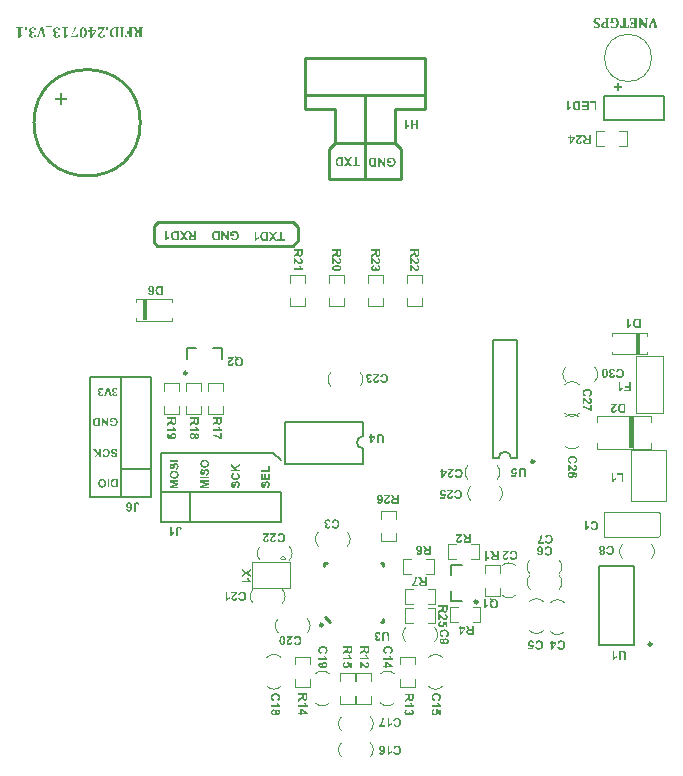
<source format=gto>
G04*
G04 #@! TF.GenerationSoftware,Altium Limited,Altium Designer,21.0.8 (223)*
G04*
G04 Layer_Color=65535*
%FSTAX24Y24*%
%MOIN*%
G70*
G04*
G04 #@! TF.SameCoordinates,10F33D99-08B0-41F8-98B5-3503CEFC6C94*
G04*
G04*
G04 #@! TF.FilePolarity,Positive*
G04*
G01*
G75*
%ADD10C,0.0039*%
%ADD11C,0.0100*%
%ADD12C,0.0098*%
%ADD13C,0.0079*%
%ADD14C,0.0070*%
%ADD15C,0.0070*%
%ADD16C,0.0050*%
%ADD17R,0.0140X0.1100*%
%ADD18R,0.0180X0.0690*%
G36*
X033698Y049779D02*
X033703D01*
X033709Y049778D01*
X033716Y049777D01*
X033723Y049776D01*
X033732Y049774D01*
X03374Y049772D01*
X033748Y049769D01*
X033758Y049766D01*
X033766Y049762D01*
X033775Y049757D01*
X033783Y049752D01*
X033791Y049745D01*
X033798Y049738D01*
X033799Y049737D01*
X0338Y049736D01*
X033801Y049734D01*
X033804Y04973D01*
X033806Y049725D01*
X033809Y04972D01*
X033812Y049714D01*
X033816Y049706D01*
X033819Y049698D01*
X033822Y049688D01*
X033825Y049678D01*
X033828Y049667D01*
X03383Y049654D01*
X033831Y049641D01*
X033833Y049627D01*
X033833Y049611D01*
Y049611D01*
Y049609D01*
Y049607D01*
Y049604D01*
X033833Y0496D01*
Y049596D01*
X033832Y04959D01*
X033831Y049585D01*
X03383Y049573D01*
X033828Y049559D01*
X033825Y049546D01*
X033821Y049533D01*
Y049532D01*
X03382Y049531D01*
X033819Y049529D01*
X033818Y049527D01*
X033816Y049521D01*
X033811Y049513D01*
X033806Y049504D01*
X033801Y049495D01*
X033794Y049486D01*
X033786Y049478D01*
X033785Y049476D01*
X033782Y049474D01*
X033777Y04947D01*
X033771Y049466D01*
X033764Y049461D01*
X033756Y049455D01*
X033746Y049451D01*
X033736Y049446D01*
X033735D01*
X033735Y049446D01*
X033733Y049445D01*
X033731Y049445D01*
X033725Y049443D01*
X033718Y049442D01*
X033709Y04944D01*
X033699Y049438D01*
X033688Y049437D01*
X033676Y049437D01*
X033667D01*
X033662Y049437D01*
X033657D01*
X03365Y049438D01*
X033644Y049438D01*
X033628Y04944D01*
X033612Y049442D01*
X033594Y049445D01*
X033578Y04945D01*
Y04952D01*
X033611D01*
Y049519D01*
X033612Y049516D01*
X033613Y049513D01*
X033615Y049508D01*
X033619Y049497D01*
X033621Y049492D01*
X033624Y049488D01*
X033624Y049487D01*
X033625Y049486D01*
X033627Y049484D01*
X033629Y049481D01*
X033635Y049476D01*
X033638Y049473D01*
X033642Y049471D01*
X033643D01*
X033645Y04947D01*
X033647Y049469D01*
X033651Y049468D01*
X033655Y049467D01*
X03366Y049467D01*
X033665Y049466D01*
X033676D01*
X033681Y049466D01*
X033686Y049467D01*
X033693Y049469D01*
X0337Y049472D01*
X033708Y049475D01*
X033715Y04948D01*
X033716Y049481D01*
X033718Y049483D01*
X033722Y049487D01*
X033725Y049492D01*
X03373Y049498D01*
X033735Y049507D01*
X03374Y049516D01*
X033745Y049528D01*
Y049528D01*
X033745Y049529D01*
X033746Y049531D01*
X033746Y049534D01*
X033747Y049537D01*
X033748Y049541D01*
X033749Y049545D01*
X03375Y04955D01*
X033751Y049556D01*
X033752Y049562D01*
X033753Y049576D01*
X033754Y049592D01*
X033755Y04961D01*
Y049611D01*
Y049612D01*
Y049615D01*
Y049617D01*
Y049621D01*
X033754Y049626D01*
X033754Y049636D01*
X033753Y049647D01*
X033752Y04966D01*
X03375Y049673D01*
X033748Y049685D01*
Y049686D01*
X033747Y049686D01*
Y049688D01*
X033747Y04969D01*
X033745Y049696D01*
X033742Y049703D01*
X033739Y049711D01*
X033736Y049719D01*
X033731Y049727D01*
X033726Y049734D01*
X033725Y049734D01*
X033723Y049736D01*
X03372Y049739D01*
X033716Y049742D01*
X03371Y049746D01*
X033704Y049748D01*
X033697Y049751D01*
X033689Y049751D01*
X033686D01*
X033682Y049751D01*
X033677Y049749D01*
X033672Y049748D01*
X033667Y049746D01*
X033662Y049743D01*
X033657Y049739D01*
X033657Y049738D01*
X033656Y049736D01*
X033654Y049733D01*
X033652Y049728D01*
X03365Y049723D01*
X033649Y049716D01*
X033647Y049707D01*
X033647Y049697D01*
Y049688D01*
Y049687D01*
Y049685D01*
Y049681D01*
Y049677D01*
X033647Y049669D01*
Y049665D01*
X033648Y049662D01*
Y049661D01*
Y049661D01*
X033649Y049657D01*
X03365Y049653D01*
X033652Y04965D01*
X033652Y049649D01*
X033653Y049647D01*
X033656Y049645D01*
X033659Y049643D01*
X033659Y049642D01*
X033662Y049641D01*
X033664Y04964D01*
X033667Y049639D01*
X033669Y049638D01*
X033673Y049637D01*
Y049621D01*
X033547D01*
Y049637D01*
X033548D01*
X03355Y049638D01*
X033552Y049639D01*
X033554Y04964D01*
X03356Y049642D01*
X033562Y049644D01*
X033564Y049646D01*
X033565Y049646D01*
X033567Y049649D01*
X033569Y049653D01*
X03357Y049658D01*
Y049659D01*
Y04966D01*
X033571Y049662D01*
Y049664D01*
X033572Y049667D01*
Y04967D01*
X033572Y049675D01*
Y04968D01*
Y049772D01*
X033607Y049779D01*
X033624Y049762D01*
X033624D01*
X033625Y049763D01*
X033627Y049764D01*
X033629Y049765D01*
X033632Y049766D01*
X033635Y049768D01*
X033644Y049771D01*
X033653Y049774D01*
X033665Y049777D01*
X033677Y049779D01*
X033691Y04978D01*
X033694D01*
X033698Y049779D01*
D02*
G37*
G36*
X033117D02*
X033125D01*
X033134Y049778D01*
X033143Y049778D01*
X033153Y049777D01*
X033154D01*
X033158Y049776D01*
X033163Y049776D01*
X03317Y049775D01*
X033177Y049774D01*
X033186Y049772D01*
X033204Y049769D01*
Y049693D01*
X03317D01*
Y049694D01*
X03317Y049694D01*
Y049696D01*
X033169Y049698D01*
X033167Y049703D01*
X033165Y04971D01*
X033163Y049717D01*
X033159Y049724D01*
X033155Y049731D01*
X03315Y049737D01*
X033149Y049737D01*
X033147Y049739D01*
X033144Y049741D01*
X033139Y049744D01*
X033133Y049747D01*
X033126Y049749D01*
X033117Y049751D01*
X033107Y049751D01*
X033105D01*
X033103Y049751D01*
X033099D01*
X033091Y049749D01*
X033082Y049746D01*
X033081D01*
X03308Y049745D01*
X033078Y049744D01*
X033075Y049742D01*
X033069Y049737D01*
X033066Y049734D01*
X033063Y04973D01*
X033063Y04973D01*
X033062Y049728D01*
X033061Y049726D01*
X033059Y049723D01*
X033058Y049719D01*
X033057Y049714D01*
X033057Y049709D01*
X033056Y049703D01*
Y049703D01*
Y0497D01*
X033057Y049698D01*
Y049694D01*
X033059Y049686D01*
X03306Y049681D01*
X033062Y049677D01*
Y049676D01*
X033063Y049675D01*
X033064Y049673D01*
X033066Y04967D01*
X033069Y049667D01*
X033072Y049663D01*
X033076Y049659D01*
X03308Y049656D01*
X033081Y049655D01*
X033082Y049654D01*
X033085Y049652D01*
X033089Y049649D01*
X033094Y049646D01*
X0331Y049642D01*
X033107Y049638D01*
X033115Y049634D01*
X033116Y049634D01*
X033118Y049633D01*
X033122Y04963D01*
X033126Y049628D01*
X033131Y049625D01*
X033137Y049622D01*
X033149Y049614D01*
X03315Y049614D01*
X033152Y049612D01*
X033155Y04961D01*
X033158Y049608D01*
X033163Y049604D01*
X033167Y0496D01*
X033176Y049592D01*
X033176Y049591D01*
X033177Y04959D01*
X033179Y049587D01*
X033182Y049584D01*
X033184Y04958D01*
X033187Y049575D01*
X033193Y049564D01*
Y049564D01*
X033194Y049562D01*
X033194Y049559D01*
X033195Y049555D01*
X033196Y04955D01*
X033198Y049544D01*
X033198Y049538D01*
X033199Y049531D01*
Y049531D01*
Y04953D01*
Y049528D01*
Y049526D01*
X033198Y049521D01*
X033197Y049514D01*
X033195Y049505D01*
X033193Y049497D01*
X033189Y049488D01*
X033184Y04948D01*
X033183Y049479D01*
X033181Y049476D01*
X033177Y049473D01*
X033173Y049468D01*
X033166Y049462D01*
X033159Y049457D01*
X033151Y049452D01*
X033141Y049448D01*
X03314D01*
X03314Y049447D01*
X033138Y049446D01*
X033136Y049446D01*
X033133Y049445D01*
X03313Y049444D01*
X033122Y049442D01*
X033112Y04944D01*
X033101Y049438D01*
X033088Y049437D01*
X033075Y049437D01*
X033066D01*
X033061Y049437D01*
X033055D01*
X033048Y049438D01*
X033033Y049439D01*
X033032D01*
X033029Y04944D01*
X033026Y04944D01*
X03302Y049441D01*
X033013Y049442D01*
X033005Y049444D01*
X032997Y049445D01*
X032988Y049448D01*
Y049519D01*
X033021D01*
Y049517D01*
X033022Y049515D01*
X033023Y049512D01*
X033024Y049508D01*
X033028Y049498D01*
X03303Y049492D01*
X033033Y049488D01*
X033034Y049487D01*
X033034Y049486D01*
X033036Y049484D01*
X033038Y049481D01*
X033044Y049476D01*
X033047Y049473D01*
X033051Y049471D01*
X033052D01*
X033053Y04947D01*
X033056Y049469D01*
X033059Y049468D01*
X033063Y049467D01*
X033067Y049467D01*
X033072Y049466D01*
X033083D01*
X033087Y049466D01*
X033095Y049468D01*
X033104Y04947D01*
X033104D01*
X033105Y049472D01*
X033107Y049473D01*
X03311Y049474D01*
X033116Y049479D01*
X033121Y049485D01*
Y049486D01*
X033122Y049487D01*
X033123Y049489D01*
X033124Y049492D01*
X033125Y049495D01*
X033126Y049499D01*
X033127Y049504D01*
X033127Y049509D01*
Y049509D01*
Y049511D01*
X033127Y049514D01*
Y049517D01*
X033125Y049525D01*
X033122Y049533D01*
X033121Y049534D01*
X033121Y049535D01*
X033119Y049537D01*
X033117Y04954D01*
X033115Y049543D01*
X033112Y049546D01*
X033108Y04955D01*
X033104Y049553D01*
X033103Y049554D01*
X033101Y049555D01*
X033098Y049557D01*
X033094Y04956D01*
X033088Y049563D01*
X033082Y049567D01*
X033074Y049571D01*
X033065Y049576D01*
X033065D01*
X033064Y049577D01*
X033063Y049578D01*
X03306Y049579D01*
X033055Y049582D01*
X033048Y049586D01*
X033041Y049591D01*
X033033Y049596D01*
X033025Y049602D01*
X033018Y049608D01*
X033017Y049608D01*
X033015Y04961D01*
X033012Y049613D01*
X033008Y049617D01*
X033004Y049622D01*
X033Y049628D01*
X032995Y049634D01*
X032992Y04964D01*
X032992Y049641D01*
X032991Y049644D01*
X032989Y049647D01*
X032988Y049652D01*
X032987Y049658D01*
X032985Y049665D01*
X032985Y049673D01*
X032984Y049681D01*
Y049682D01*
Y049682D01*
Y049684D01*
Y049686D01*
X032985Y049692D01*
X032986Y049699D01*
X032987Y049707D01*
X03299Y049717D01*
X032993Y049725D01*
X032998Y049734D01*
X032999Y049735D01*
X033001Y049738D01*
X033004Y049742D01*
X033009Y049747D01*
X033014Y049752D01*
X033021Y049758D01*
X033029Y049763D01*
X033039Y049768D01*
X03304D01*
X03304Y049769D01*
X033042Y049769D01*
X033044Y04977D01*
X03305Y049772D01*
X033057Y049774D01*
X033066Y049776D01*
X033076Y049778D01*
X033088Y049779D01*
X033101Y04978D01*
X03311D01*
X033117Y049779D01*
D02*
G37*
G36*
X033509Y04976D02*
X033509D01*
X033508Y049759D01*
X033504Y049758D01*
X033499Y049757D01*
X033495Y049754D01*
X033494Y049754D01*
X033492Y049752D01*
X03349Y04975D01*
X033487Y049747D01*
X033487Y049746D01*
X033486Y049743D01*
X033485Y049739D01*
X033484Y049734D01*
Y049734D01*
Y049733D01*
X033484Y049731D01*
Y049729D01*
X033483Y049722D01*
Y049715D01*
Y049503D01*
Y049502D01*
Y049501D01*
Y049499D01*
Y049496D01*
Y04949D01*
X033484Y049484D01*
Y049483D01*
Y049482D01*
X033484Y049479D01*
X033485Y049475D01*
X033487Y04947D01*
X033487Y049469D01*
X033489Y049468D01*
X033491Y049465D01*
X033495Y049463D01*
X033496Y049462D01*
X033499Y049461D01*
X033503Y049459D01*
X033509Y049457D01*
Y049441D01*
X033361D01*
X033356Y049442D01*
X033351D01*
X033345Y049442D01*
X033339Y049443D01*
X033332Y049444D01*
X033317Y049446D01*
X033301Y04945D01*
X033287Y049456D01*
X03328Y04946D01*
X033274Y049463D01*
X033273D01*
X033273Y049464D01*
X033271Y049466D01*
X033269Y049468D01*
X033264Y049473D01*
X033258Y04948D01*
X033255Y049485D01*
X033253Y04949D01*
X03325Y049495D01*
X033248Y049502D01*
X033246Y049508D01*
X033244Y049515D01*
X033243Y049523D01*
X033243Y049532D01*
Y049532D01*
Y049533D01*
Y049535D01*
Y049537D01*
X033243Y049543D01*
X033244Y049551D01*
X033247Y049559D01*
X033249Y049569D01*
X033253Y049579D01*
X033258Y049588D01*
X033258Y04959D01*
X03326Y049592D01*
X033264Y049597D01*
X033268Y049602D01*
X033274Y049608D01*
X033281Y049614D01*
X03329Y04962D01*
X0333Y049625D01*
X0333D01*
X033301Y049626D01*
X033302Y049626D01*
X033305Y049627D01*
X033307Y049628D01*
X033311Y049629D01*
X033318Y049631D01*
X033328Y049633D01*
X03334Y049635D01*
X033353Y049636D01*
X033368Y049637D01*
X033382D01*
X033388Y049636D01*
X033401D01*
X033407Y049636D01*
Y049715D01*
Y049715D01*
Y049717D01*
Y04972D01*
Y049723D01*
X033407Y049731D01*
Y049735D01*
X033406Y049737D01*
X033406Y049739D01*
X033405Y049741D01*
X033403Y049745D01*
X033402Y049748D01*
X033401Y049749D01*
X0334Y049751D01*
X033397Y049753D01*
X033394Y049755D01*
X033393Y049756D01*
X03339Y049757D01*
X033388Y049757D01*
X033385Y049758D01*
X033381Y049759D01*
X033377Y04976D01*
Y049776D01*
X033509D01*
Y04976D01*
D02*
G37*
G36*
X034447D02*
X034446D01*
X034445Y049759D01*
X034442Y049758D01*
X034437Y049757D01*
X034433Y049754D01*
X034431Y049754D01*
X034429Y049752D01*
X034427Y04975D01*
X034425Y049747D01*
X034424Y049746D01*
X034423Y049743D01*
X034422Y049739D01*
X034422Y049734D01*
Y049734D01*
Y049733D01*
X034421Y049731D01*
Y049729D01*
X034421Y049722D01*
Y049715D01*
Y049503D01*
Y049502D01*
Y049501D01*
Y049499D01*
Y049496D01*
Y04949D01*
X034421Y049484D01*
Y049483D01*
Y049482D01*
X034422Y049479D01*
X034423Y049475D01*
X034424Y04947D01*
X034425Y049469D01*
X034427Y049468D01*
X034429Y049465D01*
X034433Y049463D01*
X034434Y049462D01*
X034436Y049461D01*
X034441Y049459D01*
X034447Y049457D01*
Y049441D01*
X034203D01*
Y049519D01*
X034237D01*
Y049519D01*
X034238Y049518D01*
X034238Y049515D01*
X03424Y049511D01*
X034242Y049507D01*
X034246Y049496D01*
X034249Y049491D01*
X034251Y049487D01*
Y049487D01*
X034252Y049486D01*
X034255Y049482D01*
X034259Y049479D01*
X034264Y049474D01*
X034265D01*
X034266Y049474D01*
X034268Y049473D01*
X03427Y049472D01*
X034274Y049471D01*
X034279Y04947D01*
X034285Y049469D01*
X034345D01*
Y049587D01*
X034308D01*
X034306Y049587D01*
X0343Y049586D01*
X034296Y049585D01*
X034295D01*
X034294Y049584D01*
X034292Y049582D01*
X034288Y049579D01*
X034285Y049574D01*
Y049574D01*
X034285Y049573D01*
X034284Y049571D01*
X034282Y049569D01*
X034281Y049566D01*
X03428Y049562D01*
X034279Y049557D01*
X034278Y049552D01*
X03425D01*
Y049652D01*
X034278D01*
Y049651D01*
X034278Y04965D01*
X034279Y049647D01*
X03428Y049644D01*
X034282Y049636D01*
X034284Y049633D01*
X034285Y04963D01*
Y049629D01*
X034286Y049629D01*
X034288Y049626D01*
X034291Y049622D01*
X034295Y04962D01*
X034296Y049619D01*
X034299Y049618D01*
X034302Y049617D01*
X034304Y049617D01*
X034308Y049616D01*
X034345D01*
Y049747D01*
X034286D01*
X034281Y049747D01*
X034277Y049746D01*
X034276D01*
X034273Y049745D01*
X03427Y049744D01*
X034267Y049742D01*
X034265Y049742D01*
X034263Y04974D01*
X034261Y049738D01*
X034257Y049735D01*
X034257Y049734D01*
X034255Y049732D01*
X034252Y049729D01*
X03425Y049725D01*
X034249Y049724D01*
X034247Y049721D01*
X034245Y049717D01*
X034243Y049711D01*
Y04971D01*
X034242Y049709D01*
X034241Y049707D01*
X03424Y049704D01*
X034239Y049701D01*
X034238Y049697D01*
X034236Y049692D01*
X034234Y049686D01*
X034201D01*
X034205Y049776D01*
X034447D01*
Y04976D01*
D02*
G37*
G36*
X03479D02*
X034789D01*
X034788Y049759D01*
X034786Y049759D01*
X034784Y049758D01*
X03478Y049757D01*
X034775Y049754D01*
X034774Y049754D01*
X034772Y049752D01*
X034769Y04975D01*
X034767Y049747D01*
X034767Y049746D01*
X034766Y049743D01*
X034765Y049739D01*
X034764Y049734D01*
Y049733D01*
Y049732D01*
Y04973D01*
X034763Y049728D01*
Y049722D01*
Y049715D01*
Y049502D01*
Y049501D01*
Y049499D01*
Y049496D01*
Y049492D01*
X034764Y049484D01*
X034765Y04948D01*
X034765Y049477D01*
Y049476D01*
Y049476D01*
X034766Y049473D01*
X034768Y049469D01*
X034772Y049466D01*
X034773Y049464D01*
X034774Y049464D01*
X034775Y049463D01*
X034778Y049461D01*
X034781Y04946D01*
X034785Y049458D01*
X03479Y049457D01*
Y049441D01*
X03469D01*
X034603Y049592D01*
X034602Y049592D01*
X034601Y049594D01*
X0346Y049598D01*
X034597Y049602D01*
X034595Y049608D01*
X034591Y049614D01*
X034587Y049622D01*
X034582Y04963D01*
X034582Y049632D01*
X03458Y049634D01*
X034577Y049639D01*
X034575Y049645D01*
X034571Y049652D01*
X034567Y04966D01*
X034559Y049676D01*
X034555D01*
Y049676D01*
Y049674D01*
Y04967D01*
X034555Y049666D01*
Y049661D01*
X034556Y049654D01*
Y049646D01*
Y049638D01*
X034557Y049629D01*
Y049619D01*
X034557Y049609D01*
Y049597D01*
X034558Y049574D01*
Y049548D01*
Y049503D01*
Y049502D01*
Y0495D01*
Y049497D01*
Y049493D01*
X034558Y049486D01*
X034559Y049482D01*
X034559Y049479D01*
Y049479D01*
Y049478D01*
X03456Y049475D01*
X034561Y049472D01*
X034563Y049469D01*
X034564Y049468D01*
X034565Y049467D01*
X034567Y049464D01*
X03457Y049463D01*
X03457Y049462D01*
X034573Y049461D01*
X034577Y049459D01*
X034584Y049457D01*
Y049441D01*
X034491D01*
Y049457D01*
X034492D01*
X034493Y049457D01*
X034494Y049458D01*
X034496Y049458D01*
X034501Y049461D01*
X034505Y049462D01*
X034506Y049463D01*
X034507Y049464D01*
X03451Y049466D01*
X034512Y049468D01*
X034512Y049469D01*
X034513Y049471D01*
X034514Y049475D01*
X034516Y04948D01*
Y04948D01*
Y049481D01*
X034517Y049483D01*
Y049485D01*
X034517Y049489D01*
Y049492D01*
X034518Y049497D01*
Y049503D01*
Y049776D01*
X03458D01*
X03469Y049585D01*
Y049585D01*
X034691Y049584D01*
X034692Y049581D01*
X034694Y049579D01*
X034696Y049575D01*
X034698Y049571D01*
X034703Y049563D01*
X034708Y049553D01*
X034714Y049543D01*
X034719Y049533D01*
X034724Y049524D01*
X034726D01*
Y049525D01*
Y049526D01*
Y049529D01*
X034725Y049533D01*
Y049538D01*
X034725Y049544D01*
Y04955D01*
X034724Y049558D01*
Y049566D01*
Y049574D01*
X034724Y049593D01*
X034723Y049614D01*
Y049635D01*
Y049715D01*
Y049715D01*
Y049717D01*
Y049721D01*
Y049725D01*
X034722Y049734D01*
X034722Y049737D01*
X034721Y049741D01*
Y049741D01*
X034721Y049742D01*
X03472Y049745D01*
X034718Y049748D01*
X034715Y049752D01*
X034714Y049753D01*
X034713Y049754D01*
X03471Y049755D01*
X034708Y049756D01*
X034705Y049757D01*
X034701Y049759D01*
X034697Y04976D01*
Y049776D01*
X03479D01*
Y04976D01*
D02*
G37*
G36*
X034087D02*
X034086D01*
X034085Y049759D01*
X034083D01*
X034081Y049759D01*
X034075Y049757D01*
X034071Y049756D01*
X03407D01*
X034069Y049755D01*
X034067Y049753D01*
X034065Y049751D01*
X034062Y049747D01*
X034061Y049746D01*
X03406Y049743D01*
X034059Y04974D01*
X034058Y049734D01*
Y049734D01*
Y049733D01*
Y049731D01*
X034057Y049729D01*
Y049722D01*
Y049715D01*
Y049469D01*
X034082D01*
X034085Y04947D01*
X034093Y049471D01*
X034097Y049472D01*
X0341Y049473D01*
X034101D01*
X034101Y049474D01*
X034104Y049476D01*
X034109Y049479D01*
X034114Y049484D01*
Y049485D01*
X034115Y049485D01*
X034116Y049487D01*
X034117Y049489D01*
X034119Y049492D01*
X03412Y049496D01*
X034122Y049499D01*
X034124Y049504D01*
Y049504D01*
X034124Y049506D01*
X034125Y049508D01*
X034126Y049511D01*
X034128Y049519D01*
X03413Y049527D01*
X034164D01*
Y049441D01*
X033875D01*
Y049527D01*
X033908D01*
Y049526D01*
X033909Y049524D01*
X03391Y049521D01*
X033911Y049517D01*
X033914Y04951D01*
X033915Y049506D01*
X033916Y049503D01*
Y049502D01*
X033917Y049501D01*
X033918Y049498D01*
X03392Y049493D01*
X033922Y049489D01*
X033923Y049488D01*
X033924Y049486D01*
X033926Y049483D01*
X033929Y04948D01*
X03393Y049479D01*
X033931Y049478D01*
X033934Y049475D01*
X033937Y049474D01*
X033937Y049473D01*
X03394Y049473D01*
X033943Y049472D01*
X033947Y04947D01*
X033948D01*
X033952Y04947D01*
X033956Y049469D01*
X033981D01*
Y049715D01*
Y049715D01*
Y049717D01*
Y049719D01*
Y049722D01*
Y049728D01*
X03398Y049734D01*
Y049735D01*
X03398Y049738D01*
X033979Y049741D01*
X033978Y049745D01*
X033977Y049746D01*
X033976Y049747D01*
X033973Y049752D01*
X033972Y049752D01*
X033971Y049753D01*
X033968Y049755D01*
X033965Y049757D01*
X033964Y049757D01*
X033961Y049758D01*
X033958Y049759D01*
X033952Y04976D01*
Y049776D01*
X034087D01*
Y04976D01*
D02*
G37*
G36*
X035091Y049503D02*
Y049502D01*
X035092Y049499D01*
X035093Y049496D01*
X035094Y049492D01*
X035097Y049484D01*
X035099Y04948D01*
X0351Y049476D01*
Y049476D01*
X035101Y049475D01*
X035103Y049472D01*
X035106Y049468D01*
X03511Y049464D01*
X035111Y049463D01*
X035114Y049461D01*
X035119Y049459D01*
X035126Y049457D01*
Y049441D01*
X03499D01*
Y049457D01*
X034991D01*
X034992Y049457D01*
X034994D01*
X034997Y049458D01*
X035004Y049461D01*
X035006Y049462D01*
X035009Y049464D01*
X03501Y049466D01*
X035012Y049468D01*
X035014Y049473D01*
X035015Y049476D01*
X035015Y04948D01*
Y049481D01*
Y049481D01*
Y049483D01*
Y049485D01*
X035015Y04949D01*
X035014Y049496D01*
Y049497D01*
X035014Y049498D01*
Y049499D01*
X035012Y049502D01*
X035012Y049505D01*
X035011Y04951D01*
X035009Y049515D01*
X035008Y049521D01*
X034959Y049697D01*
X034898Y049521D01*
Y049521D01*
X034898Y04952D01*
X034897Y049517D01*
X034896Y049515D01*
X034894Y049509D01*
X034893Y049502D01*
Y049502D01*
X034892Y049501D01*
Y049499D01*
X034892Y049496D01*
X034891Y04949D01*
X034891Y049483D01*
Y049482D01*
Y049481D01*
X034891Y049479D01*
Y049476D01*
X034893Y04947D01*
X034895Y049467D01*
X034897Y049464D01*
Y049464D01*
X034898Y049463D01*
X0349Y049462D01*
X034902Y049461D01*
X034904Y04946D01*
X034908Y049458D01*
X034912Y049457D01*
X034916Y049457D01*
Y049441D01*
X03481D01*
Y049457D01*
X034811D01*
X034812Y049457D01*
X034814D01*
X034816Y049458D01*
X034821Y04946D01*
X034826Y049463D01*
X034827D01*
X034827Y049464D01*
X03483Y049467D01*
X034834Y04947D01*
X034838Y049476D01*
Y049477D01*
X034839Y049478D01*
X03484Y04948D01*
X034842Y049483D01*
X034843Y049487D01*
X034845Y049491D01*
X034848Y049497D01*
X03485Y049504D01*
X034953Y049777D01*
X03501D01*
X035091Y049503D01*
D02*
G37*
G36*
X015268Y047107D02*
X015439D01*
Y047035D01*
X015268D01*
Y046862D01*
X015195D01*
Y047035D01*
X015024D01*
Y047107D01*
X015195D01*
Y047278D01*
X015268D01*
Y047107D01*
D02*
G37*
G36*
X03385Y04752D02*
X033949D01*
Y047452D01*
X03385D01*
Y047354D01*
X033784D01*
Y047452D01*
X033685D01*
Y04752D01*
X033784D01*
Y047618D01*
X03385D01*
Y04752D01*
D02*
G37*
G36*
X020031Y035054D02*
X020035D01*
X020041Y035053D01*
X020047Y035052D01*
X020055Y035051D01*
X020063Y03505D01*
X020071Y035048D01*
X02008Y035045D01*
X020089Y035042D01*
X020098Y035039D01*
X020106Y035035D01*
X020114Y035029D01*
X020122Y035024D01*
X02013Y035017D01*
X02013Y035017D01*
X020132Y035016D01*
X020134Y035014D01*
X020136Y035011D01*
X020139Y035007D01*
X020142Y035003D01*
X020145Y034997D01*
X020149Y034992D01*
X020153Y034985D01*
X020156Y034978D01*
X020159Y03497D01*
X020162Y034961D01*
X020164Y034952D01*
X020166Y034942D01*
X020167Y034931D01*
X020168Y03492D01*
Y034917D01*
X020167Y034914D01*
X020167Y03491D01*
X020167Y034905D01*
X020166Y034899D01*
X020165Y034892D01*
X020163Y034885D01*
X020161Y034877D01*
X020159Y034869D01*
X020155Y034861D01*
X020152Y034853D01*
X020148Y034844D01*
X020142Y034837D01*
X020137Y034829D01*
X02013Y034822D01*
X02013Y034821D01*
X020128Y03482D01*
X020126Y034818D01*
X020123Y034816D01*
X020119Y034813D01*
X020114Y03481D01*
X020109Y034807D01*
X020103Y034804D01*
X020096Y0348D01*
X020088Y034797D01*
X02008Y034794D01*
X02007Y034791D01*
X02006Y034788D01*
X020049Y034787D01*
X020038Y034786D01*
X020026Y034785D01*
X020025D01*
X020024D01*
X020022D01*
X020019Y034786D01*
X020015D01*
X020011Y034786D01*
X020006Y034786D01*
X020001Y034787D01*
X01999Y034788D01*
X019978Y03479D01*
X019966Y034794D01*
X019954Y034798D01*
X019954D01*
X019954Y034798D01*
X019952Y034799D01*
X019951Y034799D01*
X019947Y034802D01*
X019942Y034804D01*
X019936Y034808D01*
X01993Y034812D01*
X019923Y034818D01*
X019916Y034823D01*
X019916Y034824D01*
X019916Y034824D01*
X019914Y034826D01*
X01991Y03483D01*
X019907Y034834D01*
X019903Y034839D01*
X019898Y034845D01*
X019894Y034852D01*
X019891Y034859D01*
Y03486D01*
X019891Y034861D01*
X01989Y034862D01*
X019889Y034864D01*
X019888Y034867D01*
X019887Y034869D01*
X019887Y034873D01*
X019885Y034877D01*
X019883Y034885D01*
X019881Y034895D01*
X01988Y034907D01*
X01988Y034919D01*
Y034922D01*
X01988Y034925D01*
Y034929D01*
X019881Y034934D01*
X019882Y03494D01*
X019883Y034947D01*
X019885Y034954D01*
X019887Y034962D01*
X019889Y03497D01*
X019892Y034978D01*
X019896Y034987D01*
X0199Y034995D01*
X019906Y035003D01*
X019912Y03501D01*
X019918Y035017D01*
X019919Y035018D01*
X01992Y035019D01*
X019922Y035021D01*
X019925Y035023D01*
X019929Y035026D01*
X019934Y035029D01*
X01994Y035032D01*
X019946Y035036D01*
X019953Y035039D01*
X019961Y035043D01*
X01997Y035046D01*
X019979Y035049D01*
X019989Y035051D01*
X02Y035053D01*
X020012Y035054D01*
X020024Y035054D01*
X020025D01*
X020027D01*
X020031Y035054D01*
D02*
G37*
G36*
X020088Y034749D02*
X020091Y034748D01*
X020096Y034748D01*
X020104Y034746D01*
X020111Y034743D01*
X020119Y03474D01*
X020127Y034735D01*
X020127D01*
X020128Y034735D01*
X02013Y034733D01*
X020134Y03473D01*
X020138Y034726D01*
X020144Y034721D01*
X020149Y034714D01*
X020153Y034707D01*
X020158Y034698D01*
Y034697D01*
X020158Y034697D01*
X020159Y034695D01*
X020159Y034693D01*
X02016Y034691D01*
X020161Y034688D01*
X020162Y034685D01*
X020163Y034681D01*
X020164Y034677D01*
X020165Y034673D01*
X020166Y034662D01*
X020167Y03465D01*
X020168Y034638D01*
Y034632D01*
X020167Y034629D01*
X020167Y034624D01*
X020167Y03462D01*
X020166Y034614D01*
X020165Y034608D01*
X020162Y034595D01*
X02016Y034588D01*
X020158Y034581D01*
X020155Y034575D01*
X020152Y034568D01*
X020148Y034562D01*
X020144Y034557D01*
X020143Y034556D01*
X020142Y034555D01*
X020141Y034554D01*
X020139Y034552D01*
X020136Y03455D01*
X020133Y034547D01*
X02013Y034545D01*
X020126Y034542D01*
X020121Y034539D01*
X020116Y034536D01*
X02011Y034533D01*
X020103Y034531D01*
X020096Y034529D01*
X020089Y034526D01*
X020081Y034525D01*
X020072Y034523D01*
X020067Y034578D01*
X020068D01*
X020068Y034578D01*
X02007D01*
X020072Y034579D01*
X020076Y03458D01*
X020082Y034582D01*
X020089Y034585D01*
X020096Y034588D01*
X020102Y034592D01*
X020108Y034598D01*
X020108Y034598D01*
X02011Y0346D01*
X020112Y034604D01*
X020114Y034608D01*
X020116Y034614D01*
X020118Y034621D01*
X02012Y034629D01*
X02012Y034638D01*
Y034643D01*
X02012Y034648D01*
X020119Y034654D01*
X020118Y03466D01*
X020116Y034667D01*
X020113Y034673D01*
X020109Y034679D01*
X020109Y03468D01*
X020107Y034681D01*
X020105Y034683D01*
X020102Y034686D01*
X020098Y034689D01*
X020093Y034691D01*
X020088Y034693D01*
X020082Y034693D01*
X020082D01*
X020081D01*
X020079Y034693D01*
X020076Y034692D01*
X020074Y034691D01*
X020071Y034691D01*
X020068Y034689D01*
X020066Y034687D01*
X020065Y034687D01*
X020064Y034686D01*
X020063Y034685D01*
X020061Y034683D01*
X020059Y03468D01*
X020057Y034676D01*
X020055Y034672D01*
X020053Y034667D01*
Y034667D01*
X020053Y034665D01*
X020052Y034662D01*
X020051Y03466D01*
X020051Y034658D01*
X02005Y034655D01*
X020049Y034652D01*
X020048Y034648D01*
X020047Y034644D01*
X020045Y034639D01*
X020044Y034634D01*
X020043Y034628D01*
X020041Y034622D01*
Y034622D01*
X020041Y03462D01*
X02004Y034618D01*
X020039Y034615D01*
X020038Y034611D01*
X020037Y034607D01*
X020035Y034602D01*
X020033Y034597D01*
X020029Y034587D01*
X020025Y034577D01*
X020022Y034571D01*
X020019Y034567D01*
X020017Y034563D01*
X020014Y034559D01*
X020013Y034559D01*
X020013Y034558D01*
X020011Y034557D01*
X02001Y034555D01*
X020007Y034553D01*
X020005Y034551D01*
X020002Y034549D01*
X019998Y034547D01*
X01999Y034542D01*
X01998Y034538D01*
X019975Y034536D01*
X01997Y034535D01*
X019964Y034534D01*
X019958Y034534D01*
X019957D01*
X019957D01*
X019956D01*
X019954D01*
X01995Y034535D01*
X019945Y034535D01*
X019939Y034537D01*
X019932Y034539D01*
X019925Y034541D01*
X019918Y034545D01*
X019918D01*
X019917Y034546D01*
X019915Y034548D01*
X019912Y03455D01*
X019908Y034554D01*
X019903Y034559D01*
X019898Y034565D01*
X019894Y034572D01*
X01989Y03458D01*
Y03458D01*
X019889Y034581D01*
X019889Y034582D01*
X019888Y034584D01*
X019887Y034586D01*
X019887Y034589D01*
X019886Y034592D01*
X019885Y034596D01*
X019883Y034604D01*
X019881Y034613D01*
X01988Y034623D01*
X01988Y034635D01*
Y03464D01*
X01988Y034643D01*
X019881Y034648D01*
X019881Y034653D01*
X019882Y034658D01*
X019883Y034664D01*
X019885Y034677D01*
X019887Y034683D01*
X019889Y03469D01*
X019892Y034696D01*
X019895Y034702D01*
X019899Y034708D01*
X019903Y034713D01*
X019904Y034713D01*
X019904Y034714D01*
X019906Y034715D01*
X019907Y034717D01*
X01991Y034719D01*
X019912Y034721D01*
X019916Y034724D01*
X019919Y034727D01*
X019924Y034729D01*
X019928Y034731D01*
X019933Y034734D01*
X019939Y034736D01*
X019944Y034738D01*
X019951Y034739D01*
X019957Y034741D01*
X019964Y034741D01*
X019966Y034685D01*
X019966D01*
X019966D01*
X019963Y034684D01*
X019959Y034683D01*
X019955Y034682D01*
X01995Y03468D01*
X019945Y034677D01*
X01994Y034673D01*
X019936Y034669D01*
X019936Y034669D01*
X019934Y034667D01*
X019933Y034664D01*
X019931Y03466D01*
X01993Y034656D01*
X019928Y03465D01*
X019927Y034642D01*
X019926Y034634D01*
Y03463D01*
X019927Y034626D01*
X019928Y03462D01*
X019929Y034614D01*
X019931Y034608D01*
X019933Y034602D01*
X019937Y034596D01*
X019937Y034596D01*
X019938Y034595D01*
X019939Y034594D01*
X019941Y034592D01*
X019944Y03459D01*
X019947Y034589D01*
X01995Y034588D01*
X019954Y034588D01*
X019954D01*
X019956D01*
X019958Y034588D01*
X01996Y034589D01*
X019962Y03459D01*
X019965Y034591D01*
X019968Y034593D01*
X019971Y034596D01*
X019971Y034596D01*
X019972Y034598D01*
X019973Y034599D01*
X019974Y034601D01*
X019975Y034603D01*
X019976Y034606D01*
X019978Y034609D01*
X019979Y034613D01*
X019981Y034617D01*
X019983Y034622D01*
X019984Y034627D01*
X019986Y034633D01*
X019987Y03464D01*
X019989Y034647D01*
Y034647D01*
X01999Y034649D01*
X01999Y034651D01*
X019991Y034654D01*
X019992Y034657D01*
X019993Y034661D01*
X019994Y034665D01*
X019995Y03467D01*
X019999Y034679D01*
X020002Y034689D01*
X020005Y034699D01*
X020007Y034703D01*
X020009Y034707D01*
Y034707D01*
X02001Y034708D01*
X020011Y03471D01*
X020014Y034714D01*
X020017Y034718D01*
X020021Y034723D01*
X020026Y034728D01*
X020031Y034733D01*
X020038Y034738D01*
X020039Y034738D01*
X020041Y034739D01*
X020045Y034741D01*
X02005Y034743D01*
X020056Y034746D01*
X020064Y034748D01*
X020072Y034749D01*
X020082Y034749D01*
X020082D01*
X020083D01*
X020084D01*
X020086D01*
X020088Y034749D01*
D02*
G37*
G36*
X020163Y034428D02*
X019885D01*
Y034484D01*
X020163D01*
Y034428D01*
D02*
G37*
G36*
Y034322D02*
X019944Y034321D01*
X020163Y034267D01*
Y034213D01*
X019944Y034158D01*
X020163D01*
Y034106D01*
X019885D01*
Y03419D01*
X020075Y03424D01*
X019885Y034289D01*
Y034373D01*
X020163D01*
Y034322D01*
D02*
G37*
G36*
X01915Y034988D02*
X018872D01*
Y035045D01*
X01915D01*
Y034988D01*
D02*
G37*
G36*
X019075Y034942D02*
X019078Y034942D01*
X019083Y034941D01*
X019091Y03494D01*
X019098Y034937D01*
X019106Y034934D01*
X019114Y034929D01*
X019114D01*
X019115Y034928D01*
X019117Y034927D01*
X019121Y034924D01*
X019126Y034919D01*
X019131Y034914D01*
X019136Y034907D01*
X01914Y0349D01*
X019145Y034891D01*
Y034891D01*
X019145Y03489D01*
X019146Y034889D01*
X019146Y034887D01*
X019147Y034885D01*
X019148Y034882D01*
X019149Y034879D01*
X01915Y034875D01*
X019151Y034871D01*
X019152Y034866D01*
X019153Y034856D01*
X019154Y034844D01*
X019155Y034831D01*
Y034826D01*
X019154Y034822D01*
X019154Y034818D01*
X019154Y034813D01*
X019153Y034808D01*
X019152Y034802D01*
X019149Y034788D01*
X019147Y034782D01*
X019145Y034775D01*
X019142Y034768D01*
X019139Y034762D01*
X019135Y034756D01*
X019131Y03475D01*
X01913Y03475D01*
X01913Y034749D01*
X019128Y034747D01*
X019126Y034746D01*
X019124Y034743D01*
X01912Y034741D01*
X019117Y034738D01*
X019113Y034735D01*
X019108Y034733D01*
X019103Y03473D01*
X019097Y034727D01*
X01909Y034724D01*
X019083Y034722D01*
X019076Y03472D01*
X019068Y034718D01*
X019059Y034717D01*
X019054Y034772D01*
X019055D01*
X019055Y034772D01*
X019057D01*
X019059Y034772D01*
X019063Y034774D01*
X019069Y034776D01*
X019076Y034778D01*
X019083Y034782D01*
X019089Y034786D01*
X019095Y034791D01*
X019095Y034792D01*
X019097Y034794D01*
X019099Y034797D01*
X019101Y034802D01*
X019103Y034808D01*
X019105Y034815D01*
X019107Y034823D01*
X019108Y034832D01*
Y034836D01*
X019107Y034841D01*
X019106Y034847D01*
X019105Y034854D01*
X019103Y034861D01*
X0191Y034867D01*
X019096Y034873D01*
X019096Y034873D01*
X019094Y034875D01*
X019092Y034877D01*
X019089Y03488D01*
X019085Y034882D01*
X01908Y034885D01*
X019075Y034886D01*
X019069Y034887D01*
X019069D01*
X019068D01*
X019066Y034886D01*
X019063Y034886D01*
X019061Y034885D01*
X019058Y034884D01*
X019055Y034883D01*
X019053Y034881D01*
X019052Y03488D01*
X019051Y034879D01*
X01905Y034878D01*
X019049Y034876D01*
X019047Y034873D01*
X019045Y03487D01*
X019043Y034866D01*
X019041Y034861D01*
Y03486D01*
X01904Y034859D01*
X019039Y034856D01*
X019038Y034854D01*
X019038Y034851D01*
X019037Y034849D01*
X019036Y034845D01*
X019035Y034842D01*
X019034Y034838D01*
X019033Y034833D01*
X019031Y034828D01*
X01903Y034822D01*
X019028Y034816D01*
Y034815D01*
X019028Y034814D01*
X019027Y034811D01*
X019026Y034808D01*
X019025Y034805D01*
X019024Y0348D01*
X019022Y034796D01*
X01902Y034791D01*
X019016Y03478D01*
X019012Y03477D01*
X019009Y034765D01*
X019006Y034761D01*
X019004Y034756D01*
X019001Y034753D01*
X019Y034752D01*
X019Y034751D01*
X018998Y03475D01*
X018997Y034749D01*
X018994Y034747D01*
X018992Y034745D01*
X018989Y034742D01*
X018985Y03474D01*
X018977Y034735D01*
X018967Y034731D01*
X018962Y03473D01*
X018957Y034729D01*
X018951Y034728D01*
X018945Y034727D01*
X018944D01*
X018944D01*
X018943D01*
X018941D01*
X018937Y034728D01*
X018932Y034729D01*
X018926Y03473D01*
X018919Y034732D01*
X018912Y034735D01*
X018905Y034739D01*
X018905D01*
X018904Y034739D01*
X018902Y034741D01*
X018899Y034744D01*
X018895Y034748D01*
X01889Y034753D01*
X018885Y034759D01*
X018881Y034766D01*
X018877Y034774D01*
Y034774D01*
X018877Y034775D01*
X018876Y034776D01*
X018875Y034778D01*
X018875Y03478D01*
X018874Y034782D01*
X018873Y034786D01*
X018872Y034789D01*
X01887Y034797D01*
X018868Y034806D01*
X018867Y034817D01*
X018867Y034828D01*
Y034833D01*
X018867Y034837D01*
X018868Y034841D01*
X018868Y034847D01*
X018869Y034852D01*
X01887Y034858D01*
X018873Y034871D01*
X018875Y034877D01*
X018877Y034883D01*
X018879Y03489D01*
X018883Y034896D01*
X018886Y034901D01*
X01889Y034907D01*
X018891Y034907D01*
X018891Y034908D01*
X018893Y034909D01*
X018894Y034911D01*
X018897Y034913D01*
X018899Y034915D01*
X018903Y034917D01*
X018906Y03492D01*
X018911Y034923D01*
X018915Y034925D01*
X01892Y034928D01*
X018926Y03493D01*
X018931Y034932D01*
X018938Y034933D01*
X018944Y034934D01*
X018952Y034935D01*
X018954Y034879D01*
X018953D01*
X018953D01*
X01895Y034878D01*
X018946Y034877D01*
X018942Y034875D01*
X018937Y034873D01*
X018932Y034871D01*
X018927Y034867D01*
X018923Y034863D01*
X018923Y034863D01*
X018921Y034861D01*
X01892Y034858D01*
X018918Y034854D01*
X018917Y034849D01*
X018915Y034843D01*
X018914Y034836D01*
X018913Y034828D01*
Y034824D01*
X018914Y034819D01*
X018915Y034814D01*
X018916Y034808D01*
X018918Y034802D01*
X01892Y034796D01*
X018924Y03479D01*
X018924Y03479D01*
X018925Y034789D01*
X018926Y034787D01*
X018928Y034786D01*
X018931Y034784D01*
X018934Y034782D01*
X018937Y034782D01*
X018941Y034781D01*
X018941D01*
X018943D01*
X018945Y034782D01*
X018947Y034782D01*
X01895Y034783D01*
X018952Y034784D01*
X018955Y034786D01*
X018958Y034789D01*
X018958Y03479D01*
X01896Y034792D01*
X01896Y034793D01*
X018961Y034795D01*
X018962Y034797D01*
X018964Y0348D01*
X018965Y034803D01*
X018966Y034806D01*
X018968Y034811D01*
X01897Y034815D01*
X018971Y034821D01*
X018973Y034827D01*
X018974Y034833D01*
X018976Y034841D01*
Y034841D01*
X018977Y034843D01*
X018977Y034845D01*
X018978Y034847D01*
X018979Y034851D01*
X01898Y034855D01*
X018981Y034859D01*
X018982Y034863D01*
X018986Y034873D01*
X018989Y034883D01*
X018992Y034893D01*
X018994Y034897D01*
X018996Y034901D01*
Y034901D01*
X018997Y034901D01*
X018998Y034904D01*
X019001Y034907D01*
X019004Y034912D01*
X019008Y034917D01*
X019013Y034922D01*
X019018Y034927D01*
X019025Y034932D01*
X019026Y034932D01*
X019028Y034933D01*
X019032Y034935D01*
X019037Y034937D01*
X019043Y034939D01*
X019051Y034941D01*
X019059Y034942D01*
X019069Y034943D01*
X019069D01*
X01907D01*
X019071D01*
X019073D01*
X019075Y034942D01*
D02*
G37*
G36*
X019018Y034687D02*
X019022D01*
X019028Y034687D01*
X019035Y034686D01*
X019042Y034685D01*
X01905Y034683D01*
X019058Y034681D01*
X019067Y034679D01*
X019076Y034676D01*
X019085Y034672D01*
X019093Y034668D01*
X019101Y034663D01*
X019109Y034657D01*
X019117Y034651D01*
X019118Y03465D01*
X019119Y034649D01*
X019121Y034647D01*
X019123Y034644D01*
X019126Y03464D01*
X019129Y034636D01*
X019132Y034631D01*
X019136Y034625D01*
X01914Y034618D01*
X019143Y034611D01*
X019146Y034603D01*
X019149Y034594D01*
X019151Y034585D01*
X019153Y034575D01*
X019154Y034565D01*
X019155Y034553D01*
Y034551D01*
X019154Y034547D01*
X019154Y034543D01*
X019154Y034538D01*
X019153Y034532D01*
X019152Y034525D01*
X01915Y034518D01*
X019148Y03451D01*
X019146Y034502D01*
X019142Y034494D01*
X019139Y034486D01*
X019135Y034478D01*
X01913Y03447D01*
X019124Y034462D01*
X019117Y034455D01*
X019117Y034455D01*
X019116Y034454D01*
X019113Y034452D01*
X01911Y03445D01*
X019106Y034447D01*
X019101Y034444D01*
X019096Y03444D01*
X01909Y034437D01*
X019083Y034433D01*
X019075Y03443D01*
X019067Y034427D01*
X019057Y034424D01*
X019047Y034422D01*
X019037Y03442D01*
X019025Y034419D01*
X019013Y034419D01*
X019012D01*
X019011D01*
X019009D01*
X019006Y034419D01*
X019002D01*
X018998Y034419D01*
X018993Y03442D01*
X018988Y03442D01*
X018977Y034422D01*
X018965Y034424D01*
X018953Y034427D01*
X018941Y034431D01*
X018941D01*
X018941Y034431D01*
X018939Y034432D01*
X018938Y034433D01*
X018934Y034435D01*
X018929Y034438D01*
X018923Y034441D01*
X018917Y034446D01*
X01891Y034451D01*
X018903Y034457D01*
X018903Y034457D01*
X018903Y034458D01*
X018901Y03446D01*
X018897Y034463D01*
X018894Y034468D01*
X01889Y034473D01*
X018885Y034479D01*
X018881Y034486D01*
X018878Y034493D01*
Y034493D01*
X018878Y034494D01*
X018877Y034496D01*
X018877Y034498D01*
X018875Y0345D01*
X018875Y034503D01*
X018874Y034506D01*
X018873Y03451D01*
X018871Y034519D01*
X018868Y034529D01*
X018867Y034541D01*
X018867Y034553D01*
Y034555D01*
X018867Y034559D01*
Y034563D01*
X018868Y034568D01*
X018869Y034574D01*
X01887Y034581D01*
X018872Y034588D01*
X018874Y034595D01*
X018876Y034604D01*
X018879Y034612D01*
X018883Y03462D01*
X018887Y034628D01*
X018893Y034636D01*
X018899Y034644D01*
X018905Y034651D01*
X018906Y034651D01*
X018907Y034652D01*
X018909Y034654D01*
X018912Y034656D01*
X018916Y034659D01*
X018921Y034662D01*
X018927Y034666D01*
X018933Y034669D01*
X01894Y034673D01*
X018948Y034676D01*
X018957Y034679D01*
X018966Y034682D01*
X018976Y034685D01*
X018987Y034686D01*
X018999Y034687D01*
X019011Y034688D01*
X019012D01*
X019014D01*
X019018Y034687D01*
D02*
G37*
G36*
X01915Y034322D02*
X018931Y034321D01*
X01915Y034267D01*
Y034213D01*
X018931Y034158D01*
X01915D01*
Y034106D01*
X018872D01*
Y03419D01*
X019062Y03424D01*
X018872Y034289D01*
Y034373D01*
X01915D01*
Y034322D01*
D02*
G37*
G36*
X021189Y034838D02*
X021059Y034761D01*
X021105Y034716D01*
X021189D01*
Y03466D01*
X020911D01*
Y034716D01*
X021035D01*
X020911Y03483D01*
Y034905D01*
X02102Y0348D01*
X021189Y03491D01*
Y034838D01*
D02*
G37*
G36*
X021106Y034611D02*
X021108Y03461D01*
X021112Y034609D01*
X021115Y034607D01*
X02112Y034606D01*
X021124Y034604D01*
X02113Y034601D01*
X02114Y034596D01*
X021152Y034588D01*
X021163Y034579D01*
X021167Y034575D01*
X021172Y034569D01*
X021172Y034569D01*
X021173Y034568D01*
X021174Y034567D01*
X021175Y034564D01*
X021177Y034561D01*
X021179Y034558D01*
X021181Y034554D01*
X021183Y034549D01*
X021185Y034544D01*
X021187Y034539D01*
X021189Y034533D01*
X02119Y034526D01*
X021192Y034519D01*
X021193Y034512D01*
X021193Y034504D01*
X021194Y034496D01*
Y034493D01*
X021193Y03449D01*
X021193Y034486D01*
X021193Y034482D01*
X021192Y034476D01*
X021191Y03447D01*
X021189Y034464D01*
X021187Y034457D01*
X021185Y03445D01*
X021181Y034442D01*
X021178Y034434D01*
X021174Y034427D01*
X021169Y034419D01*
X021163Y034412D01*
X021156Y034405D01*
X021156Y034405D01*
X021154Y034403D01*
X021152Y034402D01*
X021149Y034399D01*
X021145Y034397D01*
X021141Y034394D01*
X021135Y034391D01*
X021129Y034387D01*
X021122Y034384D01*
X021114Y034381D01*
X021106Y034378D01*
X021096Y034375D01*
X021087Y034373D01*
X021076Y034371D01*
X021065Y03437D01*
X021053Y03437D01*
X021052D01*
X021052D01*
X021049D01*
X021046Y03437D01*
X021041D01*
X021035Y034371D01*
X021029Y034372D01*
X021021Y034373D01*
X021013Y034374D01*
X021005Y034376D01*
X020996Y034379D01*
X020987Y034381D01*
X020978Y034385D01*
X020969Y034389D01*
X02096Y034394D01*
X020952Y034399D01*
X020945Y034405D01*
X020944Y034406D01*
X020943Y034407D01*
X020941Y034409D01*
X020939Y034412D01*
X020936Y034415D01*
X020933Y03442D01*
X020929Y034425D01*
X020926Y034431D01*
X020922Y034437D01*
X020918Y034444D01*
X020915Y034452D01*
X020912Y03446D01*
X02091Y034469D01*
X020908Y034478D01*
X020907Y034489D01*
X020906Y034499D01*
Y034504D01*
X020907Y034508D01*
X020907Y034512D01*
X020908Y034517D01*
X020909Y034523D01*
X02091Y034529D01*
X020911Y034535D01*
X020913Y034542D01*
X020916Y034549D01*
X020919Y034556D01*
X020922Y034563D01*
X020926Y034569D01*
X020931Y034576D01*
X020936Y034582D01*
Y034582D01*
X020937Y034583D01*
X020938Y034584D01*
X02094Y034585D01*
X020942Y034587D01*
X020944Y034588D01*
X02095Y034593D01*
X020957Y034597D01*
X020966Y034602D01*
X020976Y034606D01*
X020987Y03461D01*
X021Y034555D01*
X021D01*
X021Y034555D01*
X020998D01*
X020997Y034554D01*
X020993Y034553D01*
X020988Y034551D01*
X020983Y034548D01*
X020977Y034544D01*
X020972Y034539D01*
X020967Y034534D01*
X020966Y034533D01*
X020965Y034531D01*
X020963Y034528D01*
X02096Y034524D01*
X020958Y034518D01*
X020956Y034512D01*
X020954Y034504D01*
X020954Y034496D01*
Y034494D01*
X020954Y034491D01*
X020955Y034489D01*
X020955Y034486D01*
X020957Y034479D01*
X02096Y034471D01*
X020964Y034462D01*
X020966Y034458D01*
X020969Y034454D01*
X020972Y03445D01*
X020976Y034446D01*
X020977D01*
X020978Y034446D01*
X020979Y034445D01*
X020981Y034444D01*
X020983Y034442D01*
X020986Y03444D01*
X02099Y034439D01*
X020994Y034437D01*
X020998Y034435D01*
X021004Y034434D01*
X02101Y034432D01*
X021016Y03443D01*
X021023Y034429D01*
X021031Y034428D01*
X021039Y034428D01*
X021049Y034427D01*
X021049D01*
X021051D01*
X021054D01*
X021057Y034428D01*
X021061D01*
X021067Y034429D01*
X021072Y034429D01*
X021078Y03443D01*
X02109Y034432D01*
X021103Y034436D01*
X021109Y034438D01*
X021114Y03444D01*
X02112Y034443D01*
X021124Y034446D01*
X021124Y034447D01*
X021125Y034447D01*
X021126Y034448D01*
X021128Y03445D01*
X021131Y034454D01*
X021135Y03446D01*
X021139Y034466D01*
X021142Y034475D01*
X021145Y034484D01*
X021146Y03449D01*
X021146Y034495D01*
Y034497D01*
X021146Y034499D01*
X021145Y034503D01*
X021144Y034509D01*
X021142Y034514D01*
X02114Y034521D01*
X021137Y034527D01*
X021132Y034533D01*
X021131Y034534D01*
X021129Y034536D01*
X021126Y034539D01*
X021121Y034542D01*
X021115Y034546D01*
X021107Y03455D01*
X021098Y034553D01*
X021087Y034557D01*
X021104Y034611D01*
X021104D01*
X021106Y034611D01*
D02*
G37*
G36*
X021114Y034332D02*
X021117Y034331D01*
X021123Y03433D01*
X02113Y034329D01*
X021138Y034326D01*
X021145Y034323D01*
X021153Y034318D01*
X021154D01*
X021154Y034318D01*
X021156Y034316D01*
X021161Y034313D01*
X021165Y034309D01*
X02117Y034304D01*
X021175Y034297D01*
X02118Y03429D01*
X021184Y034281D01*
Y03428D01*
X021185Y03428D01*
X021185Y034278D01*
X021186Y034276D01*
X021187Y034274D01*
X021187Y034271D01*
X021188Y034268D01*
X021189Y034264D01*
X02119Y03426D01*
X021191Y034255D01*
X021193Y034245D01*
X021194Y034233D01*
X021194Y034221D01*
Y034215D01*
X021194Y034212D01*
X021193Y034207D01*
X021193Y034203D01*
X021192Y034197D01*
X021191Y034191D01*
X021188Y034178D01*
X021186Y034171D01*
X021184Y034164D01*
X021181Y034158D01*
X021178Y034151D01*
X021175Y034145D01*
X02117Y03414D01*
X02117Y034139D01*
X021169Y034138D01*
X021168Y034137D01*
X021166Y034135D01*
X021163Y034133D01*
X02116Y03413D01*
X021156Y034128D01*
X021152Y034125D01*
X021147Y034122D01*
X021142Y034119D01*
X021136Y034116D01*
X02113Y034114D01*
X021123Y034112D01*
X021115Y034109D01*
X021107Y034107D01*
X021099Y034106D01*
X021094Y034161D01*
X021094D01*
X021095Y034161D01*
X021096D01*
X021098Y034162D01*
X021103Y034163D01*
X021109Y034165D01*
X021116Y034168D01*
X021122Y034171D01*
X021128Y034175D01*
X021134Y03418D01*
X021134Y034181D01*
X021136Y034183D01*
X021138Y034186D01*
X02114Y034191D01*
X021143Y034197D01*
X021145Y034204D01*
X021146Y034212D01*
X021147Y034221D01*
Y034226D01*
X021146Y034231D01*
X021145Y034237D01*
X021144Y034243D01*
X021142Y03425D01*
X021139Y034256D01*
X021136Y034262D01*
X021135Y034263D01*
X021134Y034264D01*
X021131Y034266D01*
X021128Y034269D01*
X021124Y034272D01*
X021119Y034274D01*
X021114Y034276D01*
X021109Y034276D01*
X021108D01*
X021107D01*
X021105Y034276D01*
X021103Y034275D01*
X0211Y034274D01*
X021098Y034274D01*
X021095Y034272D01*
X021092Y03427D01*
X021092Y03427D01*
X021091Y034269D01*
X02109Y034267D01*
X021088Y034265D01*
X021086Y034263D01*
X021084Y034259D01*
X021082Y034255D01*
X02108Y03425D01*
Y034249D01*
X021079Y034248D01*
X021078Y034245D01*
X021077Y034243D01*
X021077Y034241D01*
X021076Y034238D01*
X021075Y034235D01*
X021074Y034231D01*
X021073Y034227D01*
X021072Y034222D01*
X021071Y034217D01*
X021069Y034211D01*
X021067Y034205D01*
Y034205D01*
X021067Y034203D01*
X021066Y034201D01*
X021065Y034198D01*
X021064Y034194D01*
X021063Y03419D01*
X021061Y034185D01*
X02106Y03418D01*
X021056Y03417D01*
X021051Y03416D01*
X021049Y034154D01*
X021046Y03415D01*
X021043Y034146D01*
X02104Y034142D01*
X02104Y034142D01*
X021039Y034141D01*
X021038Y03414D01*
X021036Y034138D01*
X021034Y034136D01*
X021031Y034134D01*
X021028Y034132D01*
X021025Y03413D01*
X021016Y034125D01*
X021007Y034121D01*
X021001Y034119D01*
X020996Y034118D01*
X02099Y034117D01*
X020984Y034117D01*
X020984D01*
X020983D01*
X020982D01*
X02098D01*
X020976Y034118D01*
X020971Y034118D01*
X020965Y03412D01*
X020958Y034122D01*
X020951Y034124D01*
X020944Y034128D01*
X020944D01*
X020944Y034129D01*
X020941Y034131D01*
X020938Y034133D01*
X020934Y034137D01*
X02093Y034142D01*
X020925Y034148D01*
X02092Y034155D01*
X020916Y034163D01*
Y034163D01*
X020916Y034164D01*
X020915Y034165D01*
X020915Y034167D01*
X020914Y034169D01*
X020913Y034172D01*
X020912Y034175D01*
X020911Y034178D01*
X020909Y034186D01*
X020908Y034196D01*
X020907Y034206D01*
X020906Y034218D01*
Y034223D01*
X020907Y034226D01*
X020907Y034231D01*
X020907Y034236D01*
X020908Y034241D01*
X020909Y034247D01*
X020912Y03426D01*
X020914Y034266D01*
X020916Y034273D01*
X020919Y034279D01*
X020922Y034285D01*
X020926Y034291D01*
X02093Y034296D01*
X02093Y034296D01*
X020931Y034297D01*
X020932Y034298D01*
X020934Y0343D01*
X020936Y034302D01*
X020939Y034304D01*
X020942Y034307D01*
X020946Y03431D01*
X02095Y034312D01*
X020954Y034314D01*
X02096Y034317D01*
X020965Y034319D01*
X020971Y034321D01*
X020977Y034322D01*
X020984Y034324D01*
X020991Y034324D01*
X020993Y034268D01*
X020992D01*
X020992D01*
X020989Y034267D01*
X020986Y034266D01*
X020981Y034265D01*
X020976Y034263D01*
X020971Y03426D01*
X020966Y034256D01*
X020962Y034252D01*
X020962Y034252D01*
X020961Y03425D01*
X020959Y034247D01*
X020958Y034243D01*
X020956Y034239D01*
X020954Y034233D01*
X020953Y034225D01*
X020953Y034217D01*
Y034213D01*
X020953Y034209D01*
X020954Y034203D01*
X020955Y034197D01*
X020957Y034191D01*
X02096Y034185D01*
X020963Y034179D01*
X020964Y034179D01*
X020964Y034178D01*
X020966Y034176D01*
X020968Y034175D01*
X02097Y034173D01*
X020973Y034172D01*
X020976Y034171D01*
X02098Y03417D01*
X020981D01*
X020982D01*
X020984Y034171D01*
X020986Y034172D01*
X020989Y034172D01*
X020992Y034174D01*
X020994Y034176D01*
X020997Y034178D01*
X020998Y034179D01*
X020999Y034181D01*
X021Y034182D01*
X021Y034184D01*
X021002Y034186D01*
X021003Y034189D01*
X021004Y034192D01*
X021006Y034196D01*
X021007Y0342D01*
X021009Y034205D01*
X021011Y03421D01*
X021012Y034216D01*
X021014Y034223D01*
X021016Y03423D01*
Y03423D01*
X021016Y034232D01*
X021017Y034234D01*
X021017Y034237D01*
X021018Y03424D01*
X021019Y034244D01*
X021021Y034248D01*
X021022Y034253D01*
X021025Y034262D01*
X021028Y034272D01*
X021032Y034282D01*
X021034Y034286D01*
X021036Y03429D01*
Y03429D01*
X021036Y034291D01*
X021038Y034293D01*
X02104Y034297D01*
X021043Y034301D01*
X021047Y034306D01*
X021052Y034311D01*
X021058Y034316D01*
X021064Y034321D01*
X021065Y034321D01*
X021067Y034322D01*
X021071Y034324D01*
X021076Y034326D01*
X021083Y034328D01*
X02109Y03433D01*
X021099Y034332D01*
X021108Y034332D01*
X021109D01*
X02111D01*
X021111D01*
X021112D01*
X021114Y034332D01*
D02*
G37*
G36*
X022188Y03464D02*
X021913D01*
Y034696D01*
X022142D01*
Y034835D01*
X022188D01*
Y03464D01*
D02*
G37*
G36*
Y03438D02*
X021911D01*
Y034585D01*
X021958D01*
Y034436D01*
X022019D01*
Y034575D01*
X022066D01*
Y034436D01*
X022142D01*
Y034591D01*
X022188D01*
Y03438D01*
D02*
G37*
G36*
X022114Y034332D02*
X022117Y034331D01*
X022122Y03433D01*
X022129Y034329D01*
X022137Y034326D01*
X022145Y034323D01*
X022153Y034318D01*
X022153D01*
X022154Y034318D01*
X022156Y034316D01*
X02216Y034313D01*
X022164Y034309D01*
X02217Y034304D01*
X022174Y034297D01*
X022179Y03429D01*
X022184Y034281D01*
Y03428D01*
X022184Y03428D01*
X022184Y034278D01*
X022185Y034276D01*
X022186Y034274D01*
X022187Y034271D01*
X022188Y034268D01*
X022188Y034264D01*
X02219Y03426D01*
X02219Y034255D01*
X022192Y034245D01*
X022193Y034233D01*
X022194Y034221D01*
Y034215D01*
X022193Y034212D01*
X022193Y034207D01*
X022192Y034203D01*
X022192Y034197D01*
X02219Y034191D01*
X022188Y034178D01*
X022186Y034171D01*
X022184Y034164D01*
X022181Y034158D01*
X022178Y034151D01*
X022174Y034145D01*
X02217Y03414D01*
X022169Y034139D01*
X022168Y034138D01*
X022167Y034137D01*
X022165Y034135D01*
X022162Y034133D01*
X022159Y03413D01*
X022156Y034128D01*
X022152Y034125D01*
X022147Y034122D01*
X022142Y034119D01*
X022135Y034116D01*
X022129Y034114D01*
X022122Y034112D01*
X022115Y034109D01*
X022107Y034107D01*
X022098Y034106D01*
X022093Y034161D01*
X022093D01*
X022094Y034161D01*
X022096D01*
X022097Y034162D01*
X022102Y034163D01*
X022108Y034165D01*
X022115Y034168D01*
X022122Y034171D01*
X022128Y034175D01*
X022133Y03418D01*
X022134Y034181D01*
X022135Y034183D01*
X022137Y034186D01*
X02214Y034191D01*
X022142Y034197D01*
X022144Y034204D01*
X022146Y034212D01*
X022146Y034221D01*
Y034226D01*
X022146Y034231D01*
X022145Y034237D01*
X022144Y034243D01*
X022142Y03425D01*
X022139Y034256D01*
X022135Y034262D01*
X022135Y034263D01*
X022133Y034264D01*
X022131Y034266D01*
X022127Y034269D01*
X022123Y034272D01*
X022119Y034274D01*
X022114Y034276D01*
X022108Y034276D01*
X022108D01*
X022107D01*
X022105Y034276D01*
X022102Y034275D01*
X0221Y034274D01*
X022097Y034274D01*
X022094Y034272D01*
X022091Y03427D01*
X022091Y03427D01*
X02209Y034269D01*
X022089Y034267D01*
X022087Y034265D01*
X022085Y034263D01*
X022083Y034259D01*
X022081Y034255D01*
X022079Y03425D01*
Y034249D01*
X022079Y034248D01*
X022078Y034245D01*
X022077Y034243D01*
X022077Y034241D01*
X022076Y034238D01*
X022075Y034235D01*
X022074Y034231D01*
X022073Y034227D01*
X022071Y034222D01*
X02207Y034217D01*
X022069Y034211D01*
X022067Y034205D01*
Y034205D01*
X022067Y034203D01*
X022066Y034201D01*
X022065Y034198D01*
X022064Y034194D01*
X022063Y03419D01*
X022061Y034185D01*
X022059Y03418D01*
X022055Y03417D01*
X02205Y03416D01*
X022048Y034154D01*
X022045Y03415D01*
X022042Y034146D01*
X02204Y034142D01*
X022039Y034142D01*
X022038Y034141D01*
X022037Y03414D01*
X022036Y034138D01*
X022033Y034136D01*
X02203Y034134D01*
X022028Y034132D01*
X022024Y03413D01*
X022016Y034125D01*
X022006Y034121D01*
X022001Y034119D01*
X021996Y034118D01*
X02199Y034117D01*
X021984Y034117D01*
X021983D01*
X021983D01*
X021982D01*
X02198D01*
X021976Y034118D01*
X021971Y034118D01*
X021965Y03412D01*
X021958Y034122D01*
X021951Y034124D01*
X021944Y034128D01*
X021943D01*
X021943Y034129D01*
X021941Y034131D01*
X021937Y034133D01*
X021933Y034137D01*
X021929Y034142D01*
X021924Y034148D01*
X02192Y034155D01*
X021916Y034163D01*
Y034163D01*
X021915Y034164D01*
X021915Y034165D01*
X021914Y034167D01*
X021913Y034169D01*
X021913Y034172D01*
X021912Y034175D01*
X021911Y034178D01*
X021909Y034186D01*
X021907Y034196D01*
X021906Y034206D01*
X021906Y034218D01*
Y034223D01*
X021906Y034226D01*
X021907Y034231D01*
X021907Y034236D01*
X021908Y034241D01*
X021909Y034247D01*
X021911Y03426D01*
X021913Y034266D01*
X021915Y034273D01*
X021918Y034279D01*
X021921Y034285D01*
X021925Y034291D01*
X021929Y034296D01*
X021929Y034296D01*
X02193Y034297D01*
X021931Y034298D01*
X021933Y0343D01*
X021935Y034302D01*
X021938Y034304D01*
X021941Y034307D01*
X021945Y03431D01*
X021949Y034312D01*
X021954Y034314D01*
X021959Y034317D01*
X021965Y034319D01*
X02197Y034321D01*
X021977Y034322D01*
X021983Y034324D01*
X02199Y034324D01*
X021992Y034268D01*
X021992D01*
X021992D01*
X021989Y034267D01*
X021985Y034266D01*
X021981Y034265D01*
X021975Y034263D01*
X021971Y03426D01*
X021966Y034256D01*
X021962Y034252D01*
X021961Y034252D01*
X02196Y03425D01*
X021959Y034247D01*
X021957Y034243D01*
X021955Y034239D01*
X021954Y034233D01*
X021953Y034225D01*
X021952Y034217D01*
Y034213D01*
X021953Y034209D01*
X021953Y034203D01*
X021955Y034197D01*
X021957Y034191D01*
X021959Y034185D01*
X021963Y034179D01*
X021963Y034179D01*
X021964Y034178D01*
X021965Y034176D01*
X021967Y034175D01*
X021969Y034173D01*
X021973Y034172D01*
X021976Y034171D01*
X02198Y03417D01*
X02198D01*
X021982D01*
X021984Y034171D01*
X021986Y034172D01*
X021988Y034172D01*
X021991Y034174D01*
X021994Y034176D01*
X021997Y034178D01*
X021997Y034179D01*
X021998Y034181D01*
X021999Y034182D01*
X022Y034184D01*
X022001Y034186D01*
X022002Y034189D01*
X022004Y034192D01*
X022005Y034196D01*
X022007Y0342D01*
X022008Y034205D01*
X02201Y03421D01*
X022012Y034216D01*
X022013Y034223D01*
X022015Y03423D01*
Y03423D01*
X022016Y034232D01*
X022016Y034234D01*
X022017Y034237D01*
X022018Y03424D01*
X022019Y034244D01*
X02202Y034248D01*
X022021Y034253D01*
X022024Y034262D01*
X022028Y034272D01*
X022031Y034282D01*
X022033Y034286D01*
X022035Y03429D01*
Y03429D01*
X022036Y034291D01*
X022037Y034293D01*
X02204Y034297D01*
X022043Y034301D01*
X022047Y034306D01*
X022052Y034311D01*
X022057Y034316D01*
X022064Y034321D01*
X022065Y034321D01*
X022067Y034322D01*
X022071Y034324D01*
X022076Y034326D01*
X022082Y034328D01*
X02209Y03433D01*
X022098Y034332D01*
X022108Y034332D01*
X022108D01*
X022109D01*
X02211D01*
X022112D01*
X022114Y034332D01*
D02*
G37*
G36*
X024848Y044977D02*
X024943Y044831D01*
X024871D01*
X024812Y044922D01*
X024752Y044831D01*
X02468D01*
X024775Y044977D01*
X024671Y045134D01*
X024745D01*
X024812Y045032D01*
X024879Y045134D01*
X024952D01*
X024848Y044977D01*
D02*
G37*
G36*
X025111Y044883D02*
X025201D01*
Y044831D01*
X024961D01*
Y044883D01*
X02505D01*
Y045134D01*
X025111D01*
Y044883D01*
D02*
G37*
G36*
X024639Y044831D02*
X024519D01*
X024515Y044832D01*
X024507Y044832D01*
X024498Y044833D01*
X024488Y044834D01*
X024479Y044835D01*
X024471Y044838D01*
X02447D01*
X024469Y044838D01*
X024468Y044838D01*
X024466Y044839D01*
X024461Y044841D01*
X024455Y044844D01*
X024448Y044848D01*
X02444Y044853D01*
X024433Y044859D01*
X024425Y044866D01*
X024425D01*
X024424Y044866D01*
X024422Y044869D01*
X024419Y044873D01*
X024415Y044879D01*
X02441Y044886D01*
X024405Y044894D01*
X0244Y044904D01*
X024396Y044914D01*
Y044915D01*
X024396Y044916D01*
X024396Y044918D01*
X024395Y04492D01*
X024394Y044922D01*
X024393Y044926D01*
X024392Y04493D01*
X024391Y044934D01*
X02439Y044939D01*
X024389Y044945D01*
X024389Y04495D01*
X024388Y044957D01*
X024387Y04497D01*
X024386Y044986D01*
Y044986D01*
Y044987D01*
Y044989D01*
Y044992D01*
X024387Y044995D01*
Y044999D01*
X024387Y045003D01*
X024388Y045008D01*
X024389Y045018D01*
X02439Y045029D01*
X024393Y045039D01*
X024396Y04505D01*
Y04505D01*
X024396Y045051D01*
X024397Y045053D01*
X024398Y045056D01*
X024399Y045058D01*
X024401Y045061D01*
X024404Y045069D01*
X024409Y045077D01*
X024414Y045087D01*
X024421Y045095D01*
X024428Y045104D01*
X024429Y045105D01*
X024431Y045106D01*
X024435Y045109D01*
X02444Y045112D01*
X024446Y045116D01*
X024453Y04512D01*
X024462Y045124D01*
X024471Y045128D01*
X024472D01*
X024472Y045128D01*
X024473D01*
X024475Y045129D01*
X024479Y045129D01*
X024486Y045131D01*
X024493Y045132D01*
X024502Y045133D01*
X024513Y045133D01*
X024525Y045134D01*
X024639D01*
Y044831D01*
D02*
G37*
G36*
X02605Y044818D02*
X025991D01*
X025866Y045022D01*
Y044818D01*
X02581D01*
Y04512D01*
X025871D01*
X025994Y044921D01*
Y04512D01*
X02605D01*
Y044818D01*
D02*
G37*
G36*
X026244Y045126D02*
X026249D01*
X026253Y045125D01*
X026259Y045124D01*
X026265Y045123D01*
X026277Y045121D01*
X026291Y045118D01*
X026306Y045113D01*
X026312Y04511D01*
X026319Y045106D01*
X02632Y045106D01*
X026321Y045105D01*
X026323Y045104D01*
X026325Y045102D01*
X026328Y045101D01*
X026331Y045098D01*
X026335Y045095D01*
X026339Y045091D01*
X026348Y045084D01*
X026357Y045074D01*
X026365Y045062D01*
X026372Y045049D01*
Y045049D01*
X026373Y045047D01*
X026374Y045045D01*
X026375Y045043D01*
X026376Y045039D01*
X026378Y045035D01*
X026379Y04503D01*
X026381Y045025D01*
X026383Y045019D01*
X026384Y045013D01*
X026387Y044999D01*
X026389Y044984D01*
X02639Y044968D01*
Y044968D01*
Y044966D01*
Y044963D01*
X026389Y04496D01*
Y044956D01*
X026389Y044951D01*
X026388Y044946D01*
X026387Y04494D01*
X026385Y044927D01*
X026381Y044913D01*
X026377Y044898D01*
X026374Y044891D01*
X02637Y044884D01*
X02637Y044884D01*
X026369Y044883D01*
X026368Y044881D01*
X026367Y044878D01*
X026364Y044875D01*
X026362Y044872D01*
X026359Y044868D01*
X026356Y044863D01*
X026352Y044859D01*
X026347Y044854D01*
X026343Y044849D01*
X026337Y044845D01*
X026332Y04484D01*
X026326Y044835D01*
X026312Y044828D01*
X026312D01*
X026311Y044827D01*
X026309Y044826D01*
X026307Y044825D01*
X026304Y044824D01*
X026301Y044823D01*
X026297Y044821D01*
X026292Y04482D01*
X026288Y044818D01*
X026282Y044817D01*
X026276Y044816D01*
X02627Y044814D01*
X026256Y044813D01*
X02624Y044812D01*
X026235D01*
X026231Y044813D01*
X026226Y044813D01*
X02622Y044814D01*
X026214Y044814D01*
X026208Y044815D01*
X026194Y044818D01*
X026179Y044822D01*
X026172Y044825D01*
X026165Y044828D01*
X026158Y044831D01*
X026152Y044836D01*
X026152Y044836D01*
X026151Y044837D01*
X026149Y044838D01*
X026147Y04484D01*
X026144Y044842D01*
X026142Y044845D01*
X026138Y044849D01*
X026135Y044853D01*
X026131Y044857D01*
X026128Y044862D01*
X026124Y044867D01*
X026121Y044873D01*
X026118Y04488D01*
X026115Y044886D01*
X026113Y044893D01*
X026111Y044901D01*
X026172Y044912D01*
Y044912D01*
X026172Y044911D01*
X026173Y044909D01*
X026175Y044905D01*
X026177Y0449D01*
X02618Y044894D01*
X026185Y044888D01*
X02619Y044883D01*
X026196Y044877D01*
X026197Y044877D01*
X026199Y044875D01*
X026203Y044873D01*
X026208Y044871D01*
X026215Y044868D01*
X026222Y044866D01*
X02623Y044865D01*
X02624Y044864D01*
X026244D01*
X026246Y044865D01*
X02625Y044865D01*
X026254Y044866D01*
X026258Y044866D01*
X026263Y044867D01*
X026273Y04487D01*
X026278Y044873D01*
X026284Y044875D01*
X026289Y044878D01*
X026294Y044881D01*
X026299Y044886D01*
X026304Y04489D01*
X026304Y04489D01*
X026305Y044891D01*
X026306Y044893D01*
X026307Y044895D01*
X026309Y044897D01*
X026311Y0449D01*
X026313Y044904D01*
X026315Y044909D01*
X026317Y044914D01*
X026319Y04492D01*
X026322Y044926D01*
X026323Y044932D01*
X026325Y04494D01*
X026326Y044948D01*
X026326Y044956D01*
X026327Y044966D01*
Y044966D01*
Y044968D01*
Y044971D01*
X026326Y044974D01*
X026326Y044979D01*
X026326Y044984D01*
X026325Y04499D01*
X026324Y044996D01*
X026321Y045009D01*
X026317Y045023D01*
X026314Y045029D01*
X026311Y045036D01*
X026307Y045042D01*
X026303Y045047D01*
X026303Y045047D01*
X026302Y045048D01*
X026301Y04505D01*
X026299Y045051D01*
X026296Y045053D01*
X026294Y045056D01*
X02629Y045058D01*
X026286Y04506D01*
X026282Y045063D01*
X026277Y045065D01*
X026267Y04507D01*
X02626Y045071D01*
X026254Y045073D01*
X026247Y045074D01*
X02624Y045074D01*
X026237D01*
X026233Y045074D01*
X026228Y045073D01*
X026222Y045072D01*
X026216Y045071D01*
X026209Y045069D01*
X026202Y045067D01*
X026201D01*
X026201Y045066D01*
X026199Y045065D01*
X026195Y045063D01*
X02619Y045061D01*
X026185Y045059D01*
X02618Y045056D01*
X026174Y045052D01*
X026169Y045048D01*
Y045009D01*
X026239D01*
Y044958D01*
X026107D01*
Y04508D01*
X026108Y045081D01*
X026109Y045081D01*
X026111Y045083D01*
X026113Y045084D01*
X026115Y045086D01*
X026121Y045091D01*
X026129Y045095D01*
X026139Y045101D01*
X02615Y045107D01*
X026163Y045112D01*
X026163D01*
X026165Y045112D01*
X026166Y045113D01*
X026169Y045114D01*
X026173Y045115D01*
X026177Y045116D01*
X026181Y045118D01*
X026186Y045119D01*
X026197Y045122D01*
X026209Y045124D01*
X026222Y045126D01*
X026236Y045126D01*
X026241D01*
X026244Y045126D01*
D02*
G37*
G36*
X025745Y044818D02*
X025625D01*
X025621Y044818D01*
X025613Y044819D01*
X025604Y044819D01*
X025594Y044821D01*
X025585Y044822D01*
X025577Y044824D01*
X025576D01*
X025575Y044824D01*
X025574Y044825D01*
X025572Y044825D01*
X025567Y044828D01*
X025561Y044831D01*
X025554Y044834D01*
X025546Y044839D01*
X025538Y044845D01*
X025531Y044852D01*
X025531D01*
X02553Y044853D01*
X025528Y044855D01*
X025524Y04486D01*
X025521Y044866D01*
X025516Y044873D01*
X025511Y044881D01*
X025506Y04489D01*
X025502Y044901D01*
Y044901D01*
X025502Y044902D01*
X025501Y044904D01*
X0255Y044906D01*
X0255Y044909D01*
X025499Y044912D01*
X025498Y044916D01*
X025497Y044921D01*
X025496Y044925D01*
X025495Y044931D01*
X025494Y044937D01*
X025494Y044943D01*
X025493Y044957D01*
X025492Y044972D01*
Y044973D01*
Y044974D01*
Y044976D01*
Y044978D01*
X025493Y044982D01*
Y044985D01*
X025493Y04499D01*
X025493Y044994D01*
X025494Y045005D01*
X025496Y045015D01*
X025499Y045026D01*
X025502Y045036D01*
Y045037D01*
X025502Y045038D01*
X025503Y045039D01*
X025504Y045042D01*
X025505Y045045D01*
X025507Y045048D01*
X02551Y045056D01*
X025514Y045064D01*
X02552Y045073D01*
X025527Y045082D01*
X025534Y04509D01*
X025535Y045091D01*
X025537Y045093D01*
X025541Y045095D01*
X025545Y045099D01*
X025552Y045103D01*
X025559Y045107D01*
X025567Y045111D01*
X025577Y045114D01*
X025577D01*
X025578Y045115D01*
X025579D01*
X02558Y045115D01*
X025585Y045116D01*
X025591Y045117D01*
X025599Y045119D01*
X025608Y045119D01*
X025619Y04512D01*
X025631Y04512D01*
X025745D01*
Y044818D01*
D02*
G37*
G36*
X014931Y049486D02*
X014744D01*
Y049525D01*
X014931D01*
Y049486D01*
D02*
G37*
G36*
X016811Y049387D02*
X016745D01*
Y049461D01*
X016811D01*
Y049387D01*
D02*
G37*
G36*
X014102D02*
X014036D01*
Y049461D01*
X014102D01*
Y049387D01*
D02*
G37*
G36*
X015107Y049464D02*
X015114D01*
X015122Y049463D01*
X015132Y049462D01*
X015141Y049461D01*
X015151Y04946D01*
X015152D01*
X015156Y049458D01*
X015161Y049457D01*
X015167Y049456D01*
X015174Y049454D01*
X015182Y049452D01*
X01519Y049449D01*
X015198Y049446D01*
Y049384D01*
X015153D01*
Y049385D01*
X015153Y049385D01*
X015152Y049389D01*
X015151Y049393D01*
X015149Y049399D01*
X015145Y049406D01*
X015142Y049413D01*
X015138Y049419D01*
X015134Y049425D01*
X015133Y049425D01*
X015132Y049427D01*
X015128Y049428D01*
X015124Y049431D01*
X01512Y049433D01*
X015114Y049435D01*
X015107Y049437D01*
X015099Y049437D01*
X015097D01*
X015094Y049437D01*
X015091Y049436D01*
X015087Y049435D01*
X015083Y049434D01*
X015078Y049432D01*
X015073Y049429D01*
X015069Y049426D01*
X015064Y049421D01*
X015059Y049416D01*
X015056Y04941D01*
X015052Y049403D01*
X01505Y049394D01*
X015048Y049384D01*
X015047Y049373D01*
Y049372D01*
Y049371D01*
Y049369D01*
Y049367D01*
X015049Y049361D01*
X01505Y049354D01*
X015052Y049345D01*
X015055Y049337D01*
X01506Y049328D01*
X015066Y049321D01*
X015067Y049321D01*
X015069Y049319D01*
X015074Y049316D01*
X01508Y049313D01*
X015087Y04931D01*
X015097Y049307D01*
X015108Y049305D01*
X015121Y049304D01*
X015141D01*
Y049277D01*
X015139D01*
X015136Y049276D01*
X015134D01*
X01513Y049276D01*
X015126Y049275D01*
X015116Y049273D01*
X015106Y049271D01*
X015095Y049268D01*
X015085Y049263D01*
X015076Y049257D01*
X015075Y049256D01*
X015073Y049254D01*
X015069Y049249D01*
X015064Y049243D01*
X015061Y049236D01*
X015057Y049226D01*
X015055Y049216D01*
X015053Y049203D01*
Y049203D01*
Y049202D01*
Y049199D01*
X015054Y049194D01*
X015055Y049188D01*
X015056Y049182D01*
X015058Y049175D01*
X015061Y049168D01*
X015065Y049163D01*
X015066Y049162D01*
X015067Y04916D01*
X015069Y049158D01*
X015073Y049155D01*
X015078Y049153D01*
X015083Y049151D01*
X01509Y049149D01*
X015097Y049148D01*
X015102D01*
X015104Y049149D01*
X015112Y049151D01*
X01512Y049154D01*
X01512D01*
X015121Y049155D01*
X015123Y049156D01*
X015126Y049158D01*
X015128Y049161D01*
X015131Y049164D01*
X015134Y049168D01*
X015138Y049172D01*
X015138Y049173D01*
X015139Y049175D01*
X01514Y049178D01*
X015142Y049182D01*
X015144Y049187D01*
X015146Y049193D01*
X015147Y049199D01*
X015149Y049207D01*
X015193D01*
Y049148D01*
X015193Y049148D01*
X015191Y049147D01*
X015187Y049146D01*
X015183Y049144D01*
X015177Y049142D01*
X015171Y04914D01*
X015164Y049137D01*
X015156Y049135D01*
X015147Y049132D01*
X015138Y04913D01*
X01512Y049126D01*
X0151Y049123D01*
X01509Y049122D01*
X01508Y049122D01*
X015075D01*
X015069Y049122D01*
X015062Y049123D01*
X015054Y049124D01*
X015045Y049125D01*
X015036Y049128D01*
X015027Y04913D01*
X015027D01*
X015026Y049131D01*
X015023Y049132D01*
X015019Y049134D01*
X015014Y049136D01*
X015008Y04914D01*
X015002Y049144D01*
X014996Y049149D01*
X014991Y049155D01*
X014991Y049155D01*
X014989Y049158D01*
X014987Y049161D01*
X014985Y049166D01*
X014983Y049171D01*
X014981Y049178D01*
X014979Y049185D01*
X014979Y049194D01*
Y049195D01*
Y049197D01*
X014979Y049201D01*
X01498Y049206D01*
X014981Y049212D01*
X014982Y049218D01*
X014984Y049224D01*
X014987Y04923D01*
X014987Y049231D01*
X014989Y049233D01*
X01499Y049236D01*
X014993Y04924D01*
X014996Y049244D01*
X015Y049249D01*
X015005Y049253D01*
X01501Y049258D01*
X015011Y049259D01*
X015013Y04926D01*
X015016Y049262D01*
X015021Y049265D01*
X015027Y049268D01*
X015033Y049273D01*
X015041Y049277D01*
X01505Y049281D01*
Y049283D01*
X015049D01*
X015046Y049284D01*
X015042Y049285D01*
X015037Y049286D01*
X015031Y049288D01*
X015025Y049291D01*
X015017Y049294D01*
X015011Y049297D01*
X01501Y049298D01*
X015008Y049299D01*
X015005Y049302D01*
X015001Y049305D01*
X014996Y049309D01*
X014991Y049314D01*
X014987Y049319D01*
X014983Y049326D01*
X014982Y049326D01*
X014981Y049329D01*
X014979Y049332D01*
X014977Y049337D01*
X014975Y049343D01*
X014974Y04935D01*
X014973Y049358D01*
X014972Y049367D01*
Y049367D01*
Y049368D01*
Y049369D01*
Y049372D01*
X014973Y049377D01*
X014974Y049384D01*
X014975Y049392D01*
X014978Y0494D01*
X014981Y049409D01*
X014986Y049418D01*
X014987Y049419D01*
X014989Y049421D01*
X014992Y049425D01*
X014997Y04943D01*
X015003Y049436D01*
X01501Y049441D01*
X015019Y049447D01*
X015028Y049452D01*
X015029D01*
X015029Y049452D01*
X015031Y049453D01*
X015033Y049454D01*
X015036Y049455D01*
X015039Y049456D01*
X015047Y049458D01*
X015057Y049461D01*
X015069Y049462D01*
X015082Y049464D01*
X015097Y049464D01*
X015102D01*
X015107Y049464D01*
D02*
G37*
G36*
X014304D02*
X014311D01*
X014319Y049463D01*
X014328Y049462D01*
X014338Y049461D01*
X014348Y04946D01*
X014349D01*
X014352Y049458D01*
X014357Y049457D01*
X014364Y049456D01*
X014371Y049454D01*
X014379Y049452D01*
X014387Y049449D01*
X014394Y049446D01*
Y049384D01*
X01435D01*
Y049385D01*
X01435Y049385D01*
X014349Y049389D01*
X014348Y049393D01*
X014345Y049399D01*
X014342Y049406D01*
X014339Y049413D01*
X014335Y049419D01*
X014331Y049425D01*
X01433Y049425D01*
X014328Y049427D01*
X014325Y049428D01*
X014321Y049431D01*
X014316Y049433D01*
X01431Y049435D01*
X014304Y049437D01*
X014296Y049437D01*
X014294D01*
X014291Y049437D01*
X014288Y049436D01*
X014284Y049435D01*
X01428Y049434D01*
X014275Y049432D01*
X01427Y049429D01*
X014266Y049426D01*
X014261Y049421D01*
X014256Y049416D01*
X014253Y04941D01*
X014249Y049403D01*
X014247Y049394D01*
X014245Y049384D01*
X014244Y049373D01*
Y049372D01*
Y049371D01*
Y049369D01*
Y049367D01*
X014245Y049361D01*
X014247Y049354D01*
X014249Y049345D01*
X014252Y049337D01*
X014257Y049328D01*
X014263Y049321D01*
X014264Y049321D01*
X014266Y049319D01*
X014271Y049316D01*
X014277Y049313D01*
X014284Y04931D01*
X014293Y049307D01*
X014305Y049305D01*
X014318Y049304D01*
X014338D01*
Y049277D01*
X014336D01*
X014333Y049276D01*
X014331D01*
X014327Y049276D01*
X014323Y049275D01*
X014313Y049273D01*
X014303Y049271D01*
X014292Y049268D01*
X014282Y049263D01*
X014273Y049257D01*
X014272Y049256D01*
X014269Y049254D01*
X014266Y049249D01*
X014261Y049243D01*
X014257Y049236D01*
X014254Y049226D01*
X014251Y049216D01*
X01425Y049203D01*
Y049203D01*
Y049202D01*
Y049199D01*
X014251Y049194D01*
X014252Y049188D01*
X014253Y049182D01*
X014255Y049175D01*
X014258Y049168D01*
X014262Y049163D01*
X014262Y049162D01*
X014264Y04916D01*
X014266Y049158D01*
X01427Y049155D01*
X014274Y049153D01*
X01428Y049151D01*
X014286Y049149D01*
X014294Y049148D01*
X014298D01*
X014301Y049149D01*
X014309Y049151D01*
X014316Y049154D01*
X014317D01*
X014318Y049155D01*
X01432Y049156D01*
X014322Y049158D01*
X014325Y049161D01*
X014328Y049164D01*
X014331Y049168D01*
X014334Y049172D01*
X014335Y049173D01*
X014336Y049175D01*
X014337Y049178D01*
X014339Y049182D01*
X01434Y049187D01*
X014343Y049193D01*
X014344Y049199D01*
X014346Y049207D01*
X01439D01*
Y049148D01*
X01439Y049148D01*
X014387Y049147D01*
X014384Y049146D01*
X01438Y049144D01*
X014374Y049142D01*
X014368Y04914D01*
X014361Y049137D01*
X014352Y049135D01*
X014344Y049132D01*
X014335Y04913D01*
X014316Y049126D01*
X014297Y049123D01*
X014287Y049122D01*
X014277Y049122D01*
X014272D01*
X014266Y049122D01*
X014259Y049123D01*
X014251Y049124D01*
X014242Y049125D01*
X014233Y049128D01*
X014224Y04913D01*
X014224D01*
X014223Y049131D01*
X01422Y049132D01*
X014216Y049134D01*
X014211Y049136D01*
X014205Y04914D01*
X014199Y049144D01*
X014193Y049149D01*
X014188Y049155D01*
X014188Y049155D01*
X014186Y049158D01*
X014184Y049161D01*
X014182Y049166D01*
X014179Y049171D01*
X014178Y049178D01*
X014176Y049185D01*
X014176Y049194D01*
Y049195D01*
Y049197D01*
X014176Y049201D01*
X014177Y049206D01*
X014178Y049212D01*
X014179Y049218D01*
X014181Y049224D01*
X014184Y04923D01*
X014184Y049231D01*
X014185Y049233D01*
X014187Y049236D01*
X01419Y04924D01*
X014193Y049244D01*
X014197Y049249D01*
X014202Y049253D01*
X014207Y049258D01*
X014208Y049259D01*
X01421Y04926D01*
X014213Y049262D01*
X014218Y049265D01*
X014224Y049268D01*
X01423Y049273D01*
X014238Y049277D01*
X014247Y049281D01*
Y049283D01*
X014245D01*
X014243Y049284D01*
X014239Y049285D01*
X014233Y049286D01*
X014227Y049288D01*
X014221Y049291D01*
X014214Y049294D01*
X014208Y049297D01*
X014207Y049298D01*
X014205Y049299D01*
X014202Y049302D01*
X014197Y049305D01*
X014193Y049309D01*
X014188Y049314D01*
X014184Y049319D01*
X014179Y049326D01*
X014179Y049326D01*
X014178Y049329D01*
X014176Y049332D01*
X014174Y049337D01*
X014172Y049343D01*
X014171Y04935D01*
X01417Y049358D01*
X014169Y049367D01*
Y049367D01*
Y049368D01*
Y049369D01*
Y049372D01*
X01417Y049377D01*
X014171Y049384D01*
X014172Y049392D01*
X014175Y0494D01*
X014178Y049409D01*
X014183Y049418D01*
X014184Y049419D01*
X014186Y049421D01*
X014189Y049425D01*
X014194Y04943D01*
X0142Y049436D01*
X014207Y049441D01*
X014215Y049447D01*
X014225Y049452D01*
X014226D01*
X014226Y049452D01*
X014228Y049453D01*
X01423Y049454D01*
X014233Y049455D01*
X014236Y049456D01*
X014244Y049458D01*
X014254Y049461D01*
X014266Y049462D01*
X014279Y049464D01*
X014293Y049464D01*
X014298D01*
X014304Y049464D01*
D02*
G37*
G36*
X017953Y049445D02*
X017952D01*
X017951Y049444D01*
X017948Y049443D01*
X017943Y049442D01*
X017939Y049439D01*
X017937Y049439D01*
X017935Y049437D01*
X017933Y049435D01*
X017931Y049432D01*
X01793Y049431D01*
X017929Y049428D01*
X017928Y049424D01*
X017928Y049419D01*
Y049419D01*
Y049418D01*
X017927Y049416D01*
Y049414D01*
X017927Y049407D01*
Y049399D01*
Y049188D01*
Y049187D01*
Y049185D01*
Y049184D01*
Y049181D01*
Y049175D01*
X017927Y049169D01*
Y049168D01*
Y049167D01*
X017928Y049164D01*
X017929Y04916D01*
X01793Y049155D01*
X017931Y049154D01*
X017933Y049153D01*
X017935Y04915D01*
X017939Y049148D01*
X01794Y049147D01*
X017942Y049146D01*
X017947Y049144D01*
X017953Y049142D01*
Y049126D01*
X017799D01*
X017793Y049126D01*
X017785Y049127D01*
X017777Y049128D01*
X017768Y049129D01*
X017761Y04913D01*
X017759D01*
X017757Y04913D01*
X017753Y049131D01*
X017749Y049132D01*
X017743Y049135D01*
X017737Y049137D01*
X017725Y049142D01*
X017725Y049143D01*
X017723Y049143D01*
X017721Y049145D01*
X017717Y049147D01*
X017711Y049153D01*
X017704Y04916D01*
X017703Y04916D01*
X017702Y049161D01*
X017701Y049164D01*
X017698Y049167D01*
X017696Y04917D01*
X017694Y049175D01*
X01769Y049184D01*
Y049184D01*
X01769Y049186D01*
X017688Y049189D01*
X017687Y049193D01*
X017687Y049197D01*
X017686Y049203D01*
X017685Y049209D01*
Y049216D01*
Y049217D01*
Y04922D01*
X017686Y049225D01*
X017686Y04923D01*
X017687Y049237D01*
X017689Y049244D01*
X017691Y049251D01*
X017694Y049258D01*
X017694Y049258D01*
X017696Y04926D01*
X017697Y049264D01*
X0177Y049267D01*
X017703Y049272D01*
X017707Y049277D01*
X017711Y049282D01*
X017716Y049286D01*
X017717Y049286D01*
X017719Y049288D01*
X017722Y04929D01*
X017726Y049293D01*
X017732Y049296D01*
X017738Y0493D01*
X017746Y049303D01*
X017755Y049307D01*
Y04931D01*
X017754Y04931D01*
X017751Y049312D01*
X017748Y049313D01*
X017744Y049315D01*
X017739Y049318D01*
X017734Y049322D01*
X017729Y049326D01*
X017725Y049331D01*
X017725Y049331D01*
X017723Y049333D01*
X017721Y049336D01*
X017718Y04934D01*
X017715Y049344D01*
X017711Y04935D01*
X017707Y049357D01*
X017703Y049364D01*
X017688Y049397D01*
X017687Y049398D01*
X017686Y049401D01*
X017684Y049405D01*
X017681Y04941D01*
X017675Y049421D01*
X017671Y049426D01*
X017667Y049431D01*
X017667Y049432D01*
X017666Y049433D01*
X017663Y049435D01*
X01766Y049437D01*
X017657Y049439D01*
X017652Y049442D01*
X017648Y049443D01*
X017643Y049445D01*
Y049461D01*
X017738D01*
X017738Y04946D01*
X01774Y049457D01*
X017743Y049452D01*
X017747Y049446D01*
X017752Y049438D01*
X017757Y049428D01*
X017763Y049416D01*
X01777Y049402D01*
X017789Y049361D01*
X017789Y04936D01*
X017791Y049357D01*
X017792Y049354D01*
X017794Y04935D01*
X017799Y049342D01*
X017802Y049337D01*
X017804Y049334D01*
Y049333D01*
X017805Y049333D01*
X017808Y04933D01*
X017811Y049326D01*
X017816Y049324D01*
X017817D01*
X017817Y049323D01*
X017819Y049322D01*
X017821Y049322D01*
X017824Y049321D01*
X017828Y049321D01*
X017832Y04932D01*
X017851D01*
Y049399D01*
Y0494D01*
Y049402D01*
Y049405D01*
Y049409D01*
X01785Y049418D01*
X01785Y049422D01*
X017849Y049425D01*
Y049426D01*
X017848Y049426D01*
X017847Y04943D01*
X017845Y049433D01*
X017842Y049437D01*
X017841Y049438D01*
X01784Y049439D01*
X017838Y04944D01*
X017836Y049441D01*
X017833Y049442D01*
X017829Y049444D01*
X017824Y049445D01*
Y049461D01*
X017953D01*
Y049445D01*
D02*
G37*
G36*
X01762D02*
X01762D01*
X017619Y049444D01*
X017615Y049443D01*
X01761Y049442D01*
X017606Y04944D01*
X017605Y049439D01*
X017603Y049438D01*
X017601Y049435D01*
X017598Y049432D01*
X017598Y049431D01*
X017597Y049428D01*
X017596Y049424D01*
X017595Y049419D01*
Y049419D01*
Y049418D01*
X017595Y049416D01*
Y049414D01*
Y04941D01*
X017594Y049407D01*
Y049399D01*
Y049188D01*
Y049187D01*
Y049185D01*
Y049184D01*
Y049181D01*
Y049175D01*
X017595Y049169D01*
Y049168D01*
Y049167D01*
X017595Y049164D01*
X017596Y04916D01*
X017598Y049155D01*
X017598Y049154D01*
X0176Y049153D01*
X017602Y04915D01*
X017606Y049148D01*
X017607Y049147D01*
X01761Y049146D01*
X017614Y049144D01*
X01762Y049142D01*
Y049126D01*
X017383D01*
Y049204D01*
X017417D01*
Y049203D01*
X017417Y049203D01*
X017418Y0492D01*
X017419Y049196D01*
X017421Y049191D01*
X017426Y049181D01*
X017429Y049176D01*
X017431Y049172D01*
Y049172D01*
X017432Y049171D01*
X017435Y049167D01*
X017438Y049164D01*
X017444Y049159D01*
X017444D01*
X017446Y049159D01*
X017447Y049158D01*
X01745Y049157D01*
X017454Y049156D01*
X017459Y049155D01*
X017464Y049154D01*
X017518D01*
Y049279D01*
X017483D01*
X01748Y049279D01*
X017474Y049278D01*
X017469Y049276D01*
X017468D01*
X017468Y049276D01*
X017465Y049273D01*
X017462Y04927D01*
X017459Y049264D01*
Y049264D01*
X017458Y049262D01*
X017457Y049261D01*
X017456Y049258D01*
X017455Y049255D01*
X017454Y04925D01*
X017453Y049246D01*
X017452Y049241D01*
X017424D01*
Y049348D01*
X017452D01*
Y049347D01*
X017452Y049345D01*
X017453Y049342D01*
X017454Y049339D01*
X017456Y049331D01*
X017458Y049327D01*
X017459Y049324D01*
Y049323D01*
X01746Y049322D01*
X017462Y049319D01*
X017465Y049315D01*
X01747Y049312D01*
X017471Y049311D01*
X017474Y04931D01*
X017479Y049309D01*
X017486Y049308D01*
X017518D01*
Y049399D01*
Y0494D01*
Y049402D01*
Y049404D01*
Y049407D01*
Y049413D01*
X017518Y049419D01*
Y04942D01*
X017517Y049423D01*
X017516Y049426D01*
X017515Y04943D01*
X017514Y049431D01*
X017513Y049432D01*
X01751Y049437D01*
X017509Y049437D01*
X017508Y049438D01*
X017506Y04944D01*
X017502Y049442D01*
X017501Y049442D01*
X017498Y049443D01*
X017494Y049444D01*
X017488Y049445D01*
Y049461D01*
X01762D01*
Y049445D01*
D02*
G37*
G36*
X017343D02*
X017342D01*
X017341Y049444D01*
X017338Y049443D01*
X017333Y049442D01*
X017329Y049439D01*
X017328Y049439D01*
X017325Y049437D01*
X017323Y049435D01*
X017321Y049432D01*
X01732Y049431D01*
X017319Y049428D01*
X017318Y049424D01*
X017318Y049419D01*
Y049419D01*
Y049418D01*
X017317Y049416D01*
Y049414D01*
X017317Y049407D01*
Y049399D01*
Y049188D01*
Y049187D01*
Y049185D01*
Y049183D01*
Y049181D01*
Y049174D01*
X017317Y049168D01*
Y049167D01*
Y049167D01*
X017318Y049164D01*
X017319Y049159D01*
X01732Y049155D01*
X017321Y049154D01*
X017323Y049153D01*
X017325Y04915D01*
X017329Y049148D01*
X01733Y049147D01*
X017333Y049146D01*
X017337Y049144D01*
X017343Y049142D01*
Y049126D01*
X017214D01*
Y049142D01*
X017215D01*
X017216Y049142D01*
X017217Y049143D01*
X01722Y049143D01*
X017225Y049146D01*
X017229Y049148D01*
X01723Y049148D01*
X017232Y04915D01*
X017234Y049152D01*
X017236Y049155D01*
X017237Y049156D01*
X017237Y049159D01*
X017239Y049162D01*
X01724Y049167D01*
Y049167D01*
Y049168D01*
X01724Y04917D01*
Y049172D01*
Y049175D01*
X017241Y049178D01*
Y049183D01*
Y049188D01*
Y049399D01*
Y0494D01*
Y049401D01*
Y049402D01*
Y049404D01*
Y04941D01*
X01724Y049415D01*
Y049416D01*
Y049416D01*
X01724Y04942D01*
X017239Y049423D01*
X017239Y049427D01*
X017238Y049428D01*
X017237Y04943D01*
X017236Y049432D01*
X017234Y049435D01*
X017234Y049436D01*
X017232Y049437D01*
X017229Y049439D01*
X017226Y049441D01*
X017225Y049442D01*
X017223Y049442D01*
X017219Y049444D01*
X017214Y049445D01*
Y049461D01*
X017343D01*
Y049445D01*
D02*
G37*
G36*
X017167D02*
X017167D01*
X017165Y049444D01*
X017162Y049443D01*
X017157Y049442D01*
X017153Y049439D01*
X017152Y049439D01*
X01715Y049437D01*
X017147Y049435D01*
X017145Y049432D01*
X017145Y049431D01*
X017144Y049428D01*
X017142Y049424D01*
X017142Y049419D01*
Y049419D01*
Y049418D01*
X017141Y049416D01*
Y049414D01*
X017141Y049407D01*
Y049399D01*
Y049188D01*
Y049187D01*
Y049185D01*
Y049184D01*
Y049181D01*
Y049175D01*
X017141Y049169D01*
Y049168D01*
Y049167D01*
X017142Y049164D01*
X017143Y04916D01*
X017145Y049155D01*
X017145Y049154D01*
X017147Y049153D01*
X017149Y04915D01*
X017153Y049148D01*
X017154Y049147D01*
X017157Y049146D01*
X017161Y049144D01*
X017167Y049142D01*
Y049126D01*
X017029D01*
X017025Y049126D01*
X017015D01*
X017004Y049128D01*
X016993Y049129D01*
X016982Y04913D01*
X016971Y049132D01*
X01697D01*
X016967Y049134D01*
X016961Y049135D01*
X016955Y049137D01*
X016947Y04914D01*
X016939Y049143D01*
X016931Y049147D01*
X016922Y049152D01*
X016921Y049153D01*
X016919Y049154D01*
X016915Y049158D01*
X01691Y049161D01*
X016904Y049166D01*
X016898Y049172D01*
X016893Y049178D01*
X016888Y049185D01*
X016887Y049186D01*
X016885Y049188D01*
X016883Y049192D01*
X01688Y049197D01*
X016877Y049204D01*
X016874Y049212D01*
X016871Y04922D01*
X016868Y049229D01*
X016868Y04923D01*
X016867Y049233D01*
X016866Y049239D01*
X016865Y049246D01*
X016864Y049254D01*
X016863Y049264D01*
X016862Y049274D01*
Y049286D01*
Y049286D01*
Y049288D01*
Y04929D01*
Y049292D01*
Y049296D01*
X016862Y0493D01*
X016863Y049309D01*
X016864Y049319D01*
X016866Y049331D01*
X016868Y049343D01*
X016871Y049355D01*
Y049355D01*
X016872Y049356D01*
X016872Y049357D01*
X016873Y04936D01*
X016875Y049366D01*
X016878Y049373D01*
X016882Y049381D01*
X016886Y04939D01*
X016891Y049398D01*
X016898Y049407D01*
X016898Y049408D01*
X016901Y04941D01*
X016904Y049414D01*
X016909Y049418D01*
X016914Y049423D01*
X016921Y049428D01*
X016929Y049434D01*
X016937Y049439D01*
X016938Y049439D01*
X016941Y049441D01*
X016946Y049443D01*
X016952Y049446D01*
X01696Y049449D01*
X016969Y049451D01*
X016979Y049454D01*
X01699Y049456D01*
X016991D01*
X016993Y049457D01*
X016995D01*
X017001Y049457D01*
X017008Y049458D01*
X017017Y049459D01*
X017029Y04946D01*
X017041Y049461D01*
X017167D01*
Y049445D01*
D02*
G37*
G36*
X015739D02*
X015616Y049195D01*
Y049191D01*
X015732D01*
X015737Y049192D01*
X015743Y049193D01*
X015744Y049194D01*
X015747Y049194D01*
X01575Y049196D01*
X015754Y049199D01*
X015755Y049199D01*
X015756Y049201D01*
X015758Y049205D01*
X015761Y049208D01*
X015761Y049209D01*
X015762Y049211D01*
X015762Y049213D01*
X015763Y049215D01*
X015764Y049219D01*
X015765Y049223D01*
X015766Y049227D01*
X015794D01*
X015788Y049126D01*
X015553D01*
Y049142D01*
X015689Y049461D01*
X015739D01*
Y049445D01*
D02*
G37*
G36*
X014705Y049188D02*
Y049187D01*
X014706Y049184D01*
X014707Y049181D01*
X014708Y049177D01*
X014711Y049169D01*
X014712Y049165D01*
X014714Y049161D01*
Y049161D01*
X014714Y04916D01*
X014716Y049157D01*
X014719Y049153D01*
X014723Y049149D01*
X014724Y049148D01*
X014728Y049146D01*
X014732Y049144D01*
X01474Y049142D01*
Y049126D01*
X014604D01*
Y049142D01*
X014604D01*
X014606Y049142D01*
X014608D01*
X014611Y049143D01*
X014617Y049146D01*
X01462Y049147D01*
X014623Y049149D01*
X014624Y049151D01*
X014625Y049153D01*
X014628Y049158D01*
X014628Y049161D01*
X014629Y049165D01*
Y049166D01*
Y049166D01*
Y049168D01*
Y04917D01*
X014628Y049175D01*
X014628Y049181D01*
Y049182D01*
X014627Y049183D01*
Y049184D01*
X014626Y049187D01*
X014625Y04919D01*
X014624Y049195D01*
X014623Y0492D01*
X014621Y049206D01*
X014572Y049382D01*
X014512Y049206D01*
Y049206D01*
X014511Y049205D01*
X014511Y049202D01*
X01451Y0492D01*
X014508Y049194D01*
X014506Y049187D01*
Y049187D01*
X014506Y049185D01*
Y049184D01*
X014505Y049181D01*
X014505Y049175D01*
X014504Y049168D01*
Y049167D01*
Y049166D01*
X014505Y049164D01*
Y049161D01*
X014507Y049155D01*
X014509Y049152D01*
X014511Y049149D01*
Y049149D01*
X014512Y049148D01*
X014513Y049147D01*
X014515Y049146D01*
X014518Y049145D01*
X014521Y049143D01*
X014526Y049142D01*
X01453Y049142D01*
Y049126D01*
X014424D01*
Y049142D01*
X014425D01*
X014426Y049142D01*
X014427D01*
X014429Y049143D01*
X014434Y049145D01*
X01444Y049148D01*
X01444D01*
X014441Y049149D01*
X014444Y049152D01*
X014447Y049155D01*
X014452Y049161D01*
Y049162D01*
X014453Y049163D01*
X014454Y049165D01*
X014455Y049168D01*
X014457Y049172D01*
X014459Y049176D01*
X014461Y049182D01*
X014464Y049189D01*
X014566Y049462D01*
X014623D01*
X014705Y049188D01*
D02*
G37*
G36*
X016303Y049445D02*
X016303D01*
X016302Y049444D01*
X016298Y049443D01*
X016294Y049442D01*
X01629Y049439D01*
X016289Y049439D01*
X016286Y049437D01*
X016284Y049435D01*
X016281Y049432D01*
X016281Y049431D01*
X01628Y049428D01*
X016279Y049425D01*
X016278Y04942D01*
Y049419D01*
Y049418D01*
X016278Y049416D01*
Y049414D01*
Y049411D01*
X016277Y049408D01*
Y0494D01*
Y049363D01*
X016409D01*
Y049337D01*
X01626Y049124D01*
X016204D01*
Y049333D01*
X01619D01*
X016185Y049332D01*
X016182Y049332D01*
X01618Y049331D01*
X016179Y049331D01*
X016177Y04933D01*
X016174Y049328D01*
X016172Y049325D01*
X016171Y049324D01*
X01617Y049321D01*
X016168Y049319D01*
X016167Y049316D01*
X016166Y049313D01*
X016165Y049309D01*
X016139D01*
X016142Y049363D01*
X016204D01*
Y0494D01*
Y049401D01*
Y049402D01*
Y049404D01*
Y049408D01*
X016204Y049415D01*
X016203Y049421D01*
Y049422D01*
X016203Y049422D01*
X016202Y049426D01*
X016201Y04943D01*
X016199Y049433D01*
X016198Y049434D01*
X016197Y049436D01*
X016195Y049438D01*
X016191Y04944D01*
X01619Y049441D01*
X016188Y049442D01*
X016183Y049443D01*
X016178Y049445D01*
Y049461D01*
X016303D01*
Y049445D01*
D02*
G37*
G36*
X016693D02*
Y049444D01*
X016693Y049444D01*
X016691Y04944D01*
X016689Y049436D01*
X016685Y04943D01*
X016681Y049422D01*
X016676Y049413D01*
X01667Y049404D01*
X016664Y049393D01*
Y049393D01*
X016663Y049392D01*
X016661Y049391D01*
X01666Y049389D01*
X016656Y049383D01*
X01665Y049375D01*
X016643Y049366D01*
X016635Y049356D01*
X016626Y049345D01*
X016616Y049333D01*
X016615Y049332D01*
X016615Y049331D01*
X016613Y04933D01*
X016611Y049327D01*
X016606Y049322D01*
X016601Y049315D01*
X016594Y049307D01*
X016588Y049298D01*
X016581Y04929D01*
X016576Y049282D01*
X016575Y04928D01*
X016574Y049278D01*
X016571Y049274D01*
X016568Y049269D01*
X016564Y049264D01*
X016561Y049257D01*
X016558Y04925D01*
X016555Y049243D01*
X016554Y049242D01*
X016554Y04924D01*
X016553Y049237D01*
X016551Y049232D01*
X01655Y049226D01*
X016549Y04922D01*
X016548Y049213D01*
X016548Y049206D01*
Y049206D01*
Y049205D01*
Y049202D01*
X016548Y049197D01*
X01655Y049191D01*
X016551Y049184D01*
X016553Y049177D01*
X016556Y04917D01*
X01656Y049164D01*
X01656Y049164D01*
X016562Y049161D01*
X016565Y049159D01*
X016569Y049156D01*
X016573Y049153D01*
X016579Y049151D01*
X016585Y049149D01*
X016593Y049148D01*
X016596D01*
X0166Y049149D01*
X016604Y04915D01*
X016609Y049152D01*
X016615Y049154D01*
X01662Y049158D01*
X016625Y049163D01*
X016626Y049163D01*
X016628Y049165D01*
X01663Y049169D01*
X016633Y049173D01*
X016635Y049179D01*
X016639Y049187D01*
X016641Y049196D01*
X016644Y049206D01*
X016688D01*
Y049148D01*
X016688D01*
X016687Y049148D01*
X016685Y049147D01*
X016683Y049146D01*
X016678Y049145D01*
X016671Y049142D01*
X016664Y049139D01*
X016655Y049136D01*
X016648Y049134D01*
X016641Y049131D01*
X016641D01*
X016639Y04913D01*
X016635Y04913D01*
X016631Y049129D01*
X016625Y049128D01*
X01662Y049126D01*
X016608Y049124D01*
X016607D01*
X016605Y049124D01*
X016601Y049123D01*
X016597Y049123D01*
X016592D01*
X016586Y049122D01*
X016579Y049122D01*
X016566D01*
X016563Y049122D01*
X016559D01*
X016551Y049123D01*
X016542Y049124D01*
X016532Y049126D01*
X016522Y049128D01*
X016513Y049131D01*
X016512Y049132D01*
X016509Y049133D01*
X016505Y049135D01*
X0165Y049138D01*
X016495Y049142D01*
X016489Y049147D01*
X016485Y049152D01*
X01648Y049158D01*
X01648Y049159D01*
X016479Y049161D01*
X016477Y049165D01*
X016475Y049169D01*
X016473Y049175D01*
X016471Y049181D01*
X01647Y049188D01*
X01647Y049196D01*
Y049197D01*
Y0492D01*
X01647Y049203D01*
X016471Y049208D01*
X016471Y049214D01*
X016473Y04922D01*
X016475Y049226D01*
X016477Y049233D01*
X016477Y049233D01*
X016479Y049236D01*
X01648Y04924D01*
X016483Y049244D01*
X016486Y049249D01*
X016491Y049256D01*
X016496Y049263D01*
X016502Y049271D01*
X016503Y049272D01*
X016505Y049274D01*
X01651Y049279D01*
X016516Y049286D01*
X016524Y049295D01*
X016535Y049306D01*
X016541Y049312D01*
X016547Y049318D01*
X016554Y049325D01*
X016562Y049332D01*
X016563Y049332D01*
X016565Y049335D01*
X016569Y049339D01*
X016574Y049343D01*
X016579Y049349D01*
X016585Y049355D01*
X016598Y049369D01*
X016598Y049369D01*
X0166Y049372D01*
X016603Y049375D01*
X016607Y049379D01*
X016615Y049389D01*
X016618Y049394D01*
X016622Y049398D01*
Y049401D01*
X016529D01*
X016526Y0494D01*
X016518Y049399D01*
X016514Y049399D01*
X016511Y049398D01*
X01651D01*
X016509Y049398D01*
X016506Y049397D01*
X016502Y049394D01*
X016498Y049391D01*
Y04939D01*
X016498Y04939D01*
X016497Y049388D01*
X016495Y049386D01*
X016494Y049384D01*
X016493Y04938D01*
X016492Y049377D01*
X016491Y049373D01*
X016463D01*
X016468Y049461D01*
X016693D01*
Y049445D01*
D02*
G37*
G36*
X015984Y049464D02*
X015987D01*
X015991Y049463D01*
X016Y049462D01*
X01601Y049461D01*
X016021Y049457D01*
X016031Y049454D01*
X016042Y049448D01*
X016042D01*
X016043Y049448D01*
X016046Y049445D01*
X01605Y049441D01*
X016056Y049435D01*
X016063Y049427D01*
X01607Y049418D01*
X016076Y049407D01*
X016082Y049393D01*
Y049393D01*
X016082Y049392D01*
X016083Y04939D01*
X016084Y049386D01*
X016085Y049383D01*
X016086Y049378D01*
X016088Y049373D01*
X016089Y049367D01*
X01609Y049361D01*
X016091Y049353D01*
X016093Y049345D01*
X016094Y049337D01*
X016095Y049327D01*
X016095Y049318D01*
X016096Y049307D01*
Y049296D01*
Y049296D01*
Y049294D01*
Y049291D01*
Y049287D01*
X016095Y049282D01*
Y049277D01*
X016095Y04927D01*
X016094Y049264D01*
X016093Y049248D01*
X01609Y049232D01*
X016087Y049217D01*
X016082Y049201D01*
Y049201D01*
X016081Y0492D01*
X01608Y049197D01*
X016079Y049195D01*
X016077Y049191D01*
X016076Y049188D01*
X016071Y049179D01*
X016065Y04917D01*
X016058Y04916D01*
X016049Y049151D01*
X01604Y049142D01*
X016039D01*
X016038Y049141D01*
X016037Y04914D01*
X016035Y049139D01*
X016032Y049137D01*
X016029Y049136D01*
X016021Y049132D01*
X016011Y049128D01*
X016Y049125D01*
X015987Y049123D01*
X015973Y049122D01*
X015967D01*
X015963Y049122D01*
X015958Y049123D01*
X015952Y049124D01*
X015946Y049125D01*
X015939Y049126D01*
X015932Y049129D01*
X015925Y049132D01*
X015917Y049135D01*
X01591Y049139D01*
X015903Y049144D01*
X015896Y049149D01*
X015889Y049156D01*
X015883Y049163D01*
X015883Y049164D01*
X015882Y049165D01*
X015881Y049167D01*
X015878Y049171D01*
X015876Y049175D01*
X015874Y049181D01*
X015871Y049187D01*
X015868Y049194D01*
X015865Y049202D01*
X015863Y049212D01*
X01586Y049222D01*
X015858Y049233D01*
X015856Y049246D01*
X015854Y049259D01*
X015854Y049273D01*
X015853Y049289D01*
Y04929D01*
Y049292D01*
Y049297D01*
X015854Y049303D01*
X015854Y04931D01*
X015855Y049319D01*
X015856Y049328D01*
X015857Y049338D01*
X015861Y049359D01*
X015864Y04937D01*
X015866Y049381D01*
X01587Y049391D01*
X015875Y049402D01*
X01588Y049411D01*
X015885Y04942D01*
X015886Y049421D01*
X015887Y049422D01*
X015888Y049424D01*
X015891Y049427D01*
X015894Y049431D01*
X015898Y049434D01*
X015903Y049438D01*
X015908Y049442D01*
X015915Y049446D01*
X015921Y04945D01*
X015929Y049454D01*
X015937Y049457D01*
X015946Y04946D01*
X015956Y049462D01*
X015966Y049464D01*
X015977Y049464D01*
X015981D01*
X015984Y049464D01*
D02*
G37*
G36*
X015473Y049439D02*
X015472D01*
X015469Y049438D01*
X015464D01*
X015459Y049438D01*
X015446Y049437D01*
X01544Y049436D01*
X015435Y049436D01*
X015435D01*
X015433Y049435D01*
X015431Y049434D01*
X015429Y049434D01*
X015423Y049432D01*
X01542Y049431D01*
X015417Y049429D01*
X015417D01*
X015416Y049428D01*
X015413Y049426D01*
X015411Y049422D01*
X015408Y049418D01*
Y049417D01*
X015407Y049416D01*
X015407Y049414D01*
X015406Y049411D01*
Y049408D01*
X015406Y049404D01*
X015405Y049398D01*
Y049392D01*
Y049215D01*
Y049214D01*
Y049213D01*
Y049212D01*
X015406Y049209D01*
X015407Y049205D01*
X015408Y049202D01*
X015409Y0492D01*
X015409Y0492D01*
X015412Y049198D01*
X015415Y049196D01*
X015419Y049196D01*
X01542D01*
X015422Y049196D01*
X015424D01*
X015429Y049199D01*
X015433Y0492D01*
X015437Y049202D01*
X015437D01*
X015439Y049203D01*
X015442Y049205D01*
X015446Y049207D01*
X01545Y04921D01*
X015457Y049214D01*
X015465Y049219D01*
X015473Y049225D01*
X015488Y049199D01*
X01536Y049122D01*
X015329D01*
Y049123D01*
Y049126D01*
X015329Y049131D01*
Y049138D01*
X01533Y049148D01*
Y049159D01*
X01533Y049172D01*
Y049187D01*
Y049392D01*
Y049393D01*
Y049395D01*
Y049397D01*
Y049401D01*
X01533Y049408D01*
X015329Y049411D01*
X015329Y049414D01*
Y049415D01*
X015328Y049415D01*
X015328Y049418D01*
X015325Y049422D01*
X015323Y049426D01*
X015322Y049426D01*
X01532Y049428D01*
X015316Y049431D01*
X015311Y049433D01*
X015311D01*
X01531Y049433D01*
X015308Y049434D01*
X015306Y049434D01*
X0153Y049436D01*
X015292Y049437D01*
X01529D01*
X015287Y049438D01*
X015284D01*
X01528Y049438D01*
X015274D01*
X015268Y049439D01*
X015262D01*
Y049461D01*
X015473D01*
Y049439D01*
D02*
G37*
G36*
X013957D02*
X013956D01*
X013953Y049438D01*
X013948D01*
X013942Y049438D01*
X01393Y049437D01*
X013924Y049436D01*
X013919Y049436D01*
X013918D01*
X013917Y049435D01*
X013915Y049434D01*
X013912Y049434D01*
X013906Y049432D01*
X013904Y049431D01*
X013901Y049429D01*
X0139D01*
X0139Y049428D01*
X013897Y049426D01*
X013894Y049422D01*
X013892Y049418D01*
Y049417D01*
X013891Y049416D01*
X013891Y049414D01*
X01389Y049411D01*
Y049408D01*
X013889Y049404D01*
X013889Y049398D01*
Y049392D01*
Y049215D01*
Y049214D01*
Y049213D01*
Y049212D01*
X013889Y049209D01*
X013891Y049205D01*
X013892Y049202D01*
X013893Y0492D01*
X013893Y0492D01*
X013895Y049198D01*
X013899Y049196D01*
X013903Y049196D01*
X013904D01*
X013906Y049196D01*
X013907D01*
X013913Y049199D01*
X013917Y0492D01*
X013921Y049202D01*
X013921D01*
X013923Y049203D01*
X013925Y049205D01*
X013929Y049207D01*
X013934Y04921D01*
X013941Y049214D01*
X013948Y049219D01*
X013957Y049225D01*
X013972Y049199D01*
X013844Y049122D01*
X013812D01*
Y049123D01*
Y049126D01*
X013813Y049131D01*
Y049138D01*
X013814Y049148D01*
Y049159D01*
X013814Y049172D01*
Y049187D01*
Y049392D01*
Y049393D01*
Y049395D01*
Y049397D01*
Y049401D01*
X013814Y049408D01*
X013813Y049411D01*
X013812Y049414D01*
Y049415D01*
X013812Y049415D01*
X013811Y049418D01*
X013809Y049422D01*
X013807Y049426D01*
X013806Y049426D01*
X013804Y049428D01*
X0138Y049431D01*
X013795Y049433D01*
X013794D01*
X013793Y049433D01*
X013792Y049434D01*
X013789Y049434D01*
X013784Y049436D01*
X013776Y049437D01*
X013774D01*
X013771Y049438D01*
X013768D01*
X013763Y049438D01*
X013758D01*
X013752Y049439D01*
X013745D01*
Y049461D01*
X013957D01*
Y049439D01*
D02*
G37*
G36*
X017037Y037449D02*
X017041Y037449D01*
X017044Y037448D01*
X017048Y037448D01*
X017053Y037447D01*
X017063Y037444D01*
X017073Y03744D01*
X017079Y037438D01*
X017084Y037435D01*
X017089Y037431D01*
X017094Y037428D01*
X017094Y037427D01*
X017095Y037427D01*
X017096Y037425D01*
X017098Y037424D01*
X0171Y037422D01*
X017102Y037419D01*
X017104Y037416D01*
X017106Y037413D01*
X017109Y037409D01*
X017112Y037405D01*
X017116Y037395D01*
X01712Y037384D01*
X017121Y037378D01*
X017122Y037371D01*
X017071Y037365D01*
Y037365D01*
Y037366D01*
X01707Y037368D01*
X01707Y037372D01*
X017068Y037376D01*
X017066Y037381D01*
X017064Y037386D01*
X017061Y037391D01*
X017057Y037395D01*
X017057Y037396D01*
X017055Y037397D01*
X017053Y037399D01*
X01705Y0374D01*
X017046Y037402D01*
X017042Y037404D01*
X017037Y037405D01*
X017031Y037405D01*
X017031D01*
X017029Y037405D01*
X017026Y037405D01*
X017022Y037404D01*
X017017Y037402D01*
X017013Y0374D01*
X017008Y037397D01*
X017004Y037393D01*
X017003Y037393D01*
X017002Y037391D01*
X017Y037388D01*
X016998Y037384D01*
X016996Y037379D01*
X016994Y037373D01*
X016993Y037367D01*
X016992Y037359D01*
Y037359D01*
Y037358D01*
Y037356D01*
X016993Y037352D01*
X016993Y037347D01*
X016995Y037342D01*
X016997Y037337D01*
X017Y037332D01*
X017003Y037327D01*
X017004Y037326D01*
X017005Y037325D01*
X017008Y037323D01*
X017011Y037321D01*
X017015Y037318D01*
X017019Y037317D01*
X017024Y037315D01*
X017029Y037315D01*
X017033D01*
X017036Y037315D01*
X01704Y037316D01*
X017044Y037316D01*
X017049Y037318D01*
X017054Y037319D01*
X017048Y037276D01*
X017045D01*
X017041Y037276D01*
X017036Y037275D01*
X017031Y037274D01*
X017025Y037272D01*
X01702Y03727D01*
X017015Y037267D01*
X017015Y037266D01*
X017013Y037265D01*
X017011Y037263D01*
X017009Y037259D01*
X017007Y037256D01*
X017005Y037251D01*
X017004Y037246D01*
X017003Y03724D01*
Y037239D01*
Y037238D01*
X017004Y037235D01*
X017005Y037232D01*
X017005Y037229D01*
X017007Y037225D01*
X017009Y037221D01*
X017012Y037218D01*
X017012Y037217D01*
X017013Y037217D01*
X017015Y037215D01*
X017018Y037213D01*
X017021Y037212D01*
X017025Y037211D01*
X017029Y03721D01*
X017034Y037209D01*
X017037D01*
X017039Y03721D01*
X017042Y037211D01*
X017046Y037212D01*
X01705Y037213D01*
X017054Y037216D01*
X017057Y037219D01*
X017058Y037219D01*
X017059Y037221D01*
X017061Y037223D01*
X017063Y037226D01*
X017065Y03723D01*
X017066Y037235D01*
X017068Y03724D01*
X017069Y037247D01*
X017118Y037239D01*
Y037238D01*
X017118Y037237D01*
Y037236D01*
X017117Y037234D01*
X017116Y03723D01*
X017114Y037224D01*
X017112Y037217D01*
X01711Y037211D01*
X017106Y037204D01*
X017103Y037198D01*
X017102Y037197D01*
X017101Y037196D01*
X017098Y037193D01*
X017095Y037189D01*
X017091Y037186D01*
X017086Y037182D01*
X01708Y037178D01*
X017074Y037174D01*
X017074D01*
X017073Y037174D01*
X017071Y037173D01*
X017067Y037171D01*
X017062Y03717D01*
X017056Y037168D01*
X017049Y037166D01*
X017041Y037166D01*
X017033Y037165D01*
X017029D01*
X017026Y037166D01*
X017023Y037166D01*
X017019Y037166D01*
X017015Y037167D01*
X01701Y037168D01*
X017Y037171D01*
X016995Y037173D01*
X016989Y037176D01*
X016984Y037179D01*
X016979Y037182D01*
X016974Y037186D01*
X01697Y03719D01*
X016969Y037191D01*
X016969Y037191D01*
X016968Y037193D01*
X016966Y037194D01*
X016963Y037198D01*
X01696Y037204D01*
X016956Y037211D01*
X016953Y037219D01*
X016951Y037227D01*
X01695Y037232D01*
X01695Y037237D01*
Y037237D01*
Y037238D01*
X01695Y03724D01*
X016951Y037243D01*
X016951Y037246D01*
X016952Y037249D01*
X016953Y037253D01*
X016955Y037258D01*
X016957Y037262D01*
X01696Y037267D01*
X016963Y037272D01*
X016967Y037277D01*
X016972Y037282D01*
X016977Y037286D01*
X016983Y037291D01*
X01699Y037295D01*
X01699D01*
X016989Y037296D01*
X016988D01*
X016986Y037296D01*
X016982Y037298D01*
X016976Y0373D01*
X01697Y037303D01*
X016964Y037307D01*
X016958Y037312D01*
X016952Y037318D01*
X016951Y037319D01*
X01695Y037322D01*
X016948Y037325D01*
X016945Y03733D01*
X016942Y037336D01*
X01694Y037344D01*
X016938Y037352D01*
X016938Y037361D01*
Y037362D01*
Y037363D01*
Y037365D01*
X016938Y037367D01*
X016938Y037371D01*
X016939Y037374D01*
X01694Y037379D01*
X016941Y037383D01*
X016944Y037393D01*
X016946Y037398D01*
X016949Y037403D01*
X016952Y037409D01*
X016956Y037414D01*
X01696Y037419D01*
X016964Y037424D01*
X016965Y037424D01*
X016966Y037425D01*
X016967Y037426D01*
X016969Y037428D01*
X016972Y03743D01*
X016975Y037432D01*
X016979Y037434D01*
X016983Y037437D01*
X016987Y037439D01*
X016993Y037442D01*
X016998Y037444D01*
X017004Y037446D01*
X01701Y037447D01*
X017017Y037448D01*
X017024Y037449D01*
X017031Y03745D01*
X017035D01*
X017037Y037449D01*
D02*
G37*
G36*
X016563D02*
X016566Y037449D01*
X01657Y037448D01*
X016574Y037448D01*
X016579Y037447D01*
X016588Y037444D01*
X016599Y03744D01*
X016604Y037438D01*
X016609Y037435D01*
X016614Y037431D01*
X016619Y037428D01*
X01662Y037427D01*
X01662Y037427D01*
X016622Y037425D01*
X016623Y037424D01*
X016625Y037422D01*
X016627Y037419D01*
X01663Y037416D01*
X016632Y037413D01*
X016634Y037409D01*
X016637Y037405D01*
X016642Y037395D01*
X016645Y037384D01*
X016647Y037378D01*
X016648Y037371D01*
X016596Y037365D01*
Y037365D01*
Y037366D01*
X016596Y037368D01*
X016595Y037372D01*
X016594Y037376D01*
X016592Y037381D01*
X01659Y037386D01*
X016587Y037391D01*
X016583Y037395D01*
X016583Y037396D01*
X016581Y037397D01*
X016579Y037399D01*
X016576Y0374D01*
X016572Y037402D01*
X016567Y037404D01*
X016563Y037405D01*
X016557Y037405D01*
X016556D01*
X016554Y037405D01*
X016551Y037405D01*
X016547Y037404D01*
X016543Y037402D01*
X016539Y0374D01*
X016534Y037397D01*
X016529Y037393D01*
X016529Y037393D01*
X016527Y037391D01*
X016526Y037388D01*
X016523Y037384D01*
X016521Y037379D01*
X016519Y037373D01*
X016518Y037367D01*
X016518Y037359D01*
Y037359D01*
Y037358D01*
Y037356D01*
X016518Y037352D01*
X016519Y037347D01*
X016521Y037342D01*
X016523Y037337D01*
X016525Y037332D01*
X016529Y037327D01*
X016529Y037326D01*
X016531Y037325D01*
X016533Y037323D01*
X016536Y037321D01*
X01654Y037318D01*
X016545Y037317D01*
X016549Y037315D01*
X016555Y037315D01*
X016559D01*
X016562Y037315D01*
X016565Y037316D01*
X01657Y037316D01*
X016574Y037318D01*
X016579Y037319D01*
X016574Y037276D01*
X01657D01*
X016566Y037276D01*
X016561Y037275D01*
X016556Y037274D01*
X016551Y037272D01*
X016545Y03727D01*
X016541Y037267D01*
X01654Y037266D01*
X016539Y037265D01*
X016537Y037263D01*
X016535Y037259D01*
X016533Y037256D01*
X016531Y037251D01*
X016529Y037246D01*
X016529Y03724D01*
Y037239D01*
Y037238D01*
X016529Y037235D01*
X01653Y037232D01*
X016531Y037229D01*
X016533Y037225D01*
X016535Y037221D01*
X016537Y037218D01*
X016538Y037217D01*
X016539Y037217D01*
X016541Y037215D01*
X016543Y037213D01*
X016547Y037212D01*
X01655Y037211D01*
X016555Y03721D01*
X01656Y037209D01*
X016562D01*
X016565Y03721D01*
X016568Y037211D01*
X016571Y037212D01*
X016575Y037213D01*
X016579Y037216D01*
X016583Y037219D01*
X016583Y037219D01*
X016585Y037221D01*
X016586Y037223D01*
X016588Y037226D01*
X01659Y03723D01*
X016592Y037235D01*
X016594Y03724D01*
X016595Y037247D01*
X016644Y037239D01*
Y037238D01*
X016643Y037237D01*
Y037236D01*
X016643Y037234D01*
X016642Y03723D01*
X01664Y037224D01*
X016638Y037217D01*
X016635Y037211D01*
X016632Y037204D01*
X016628Y037198D01*
X016628Y037197D01*
X016626Y037196D01*
X016624Y037193D01*
X016621Y037189D01*
X016617Y037186D01*
X016612Y037182D01*
X016606Y037178D01*
X0166Y037174D01*
X016599D01*
X016599Y037174D01*
X016596Y037173D01*
X016592Y037171D01*
X016588Y03717D01*
X016581Y037168D01*
X016574Y037166D01*
X016567Y037166D01*
X016558Y037165D01*
X016555D01*
X016552Y037166D01*
X016548Y037166D01*
X016545Y037166D01*
X01654Y037167D01*
X016536Y037168D01*
X016526Y037171D01*
X016521Y037173D01*
X016515Y037176D01*
X01651Y037179D01*
X016505Y037182D01*
X0165Y037186D01*
X016495Y03719D01*
X016495Y037191D01*
X016494Y037191D01*
X016493Y037193D01*
X016492Y037194D01*
X016489Y037198D01*
X016485Y037204D01*
X016482Y037211D01*
X016479Y037219D01*
X016476Y037227D01*
X016476Y037232D01*
X016476Y037237D01*
Y037237D01*
Y037238D01*
X016476Y03724D01*
X016476Y037243D01*
X016477Y037246D01*
X016478Y037249D01*
X016479Y037253D01*
X01648Y037258D01*
X016483Y037262D01*
X016485Y037267D01*
X016488Y037272D01*
X016492Y037277D01*
X016497Y037282D01*
X016502Y037286D01*
X016509Y037291D01*
X016516Y037295D01*
X016515D01*
X016515Y037296D01*
X016513D01*
X016512Y037296D01*
X016507Y037298D01*
X016502Y0373D01*
X016496Y037303D01*
X01649Y037307D01*
X016483Y037312D01*
X016478Y037318D01*
X016477Y037319D01*
X016475Y037322D01*
X016473Y037325D01*
X01647Y03733D01*
X016468Y037336D01*
X016466Y037344D01*
X016464Y037352D01*
X016463Y037361D01*
Y037362D01*
Y037363D01*
Y037365D01*
X016464Y037367D01*
X016464Y037371D01*
X016465Y037374D01*
X016466Y037379D01*
X016466Y037383D01*
X01647Y037393D01*
X016472Y037398D01*
X016474Y037403D01*
X016478Y037409D01*
X016481Y037414D01*
X016485Y037419D01*
X01649Y037424D01*
X01649Y037424D01*
X016491Y037425D01*
X016493Y037426D01*
X016495Y037428D01*
X016498Y03743D01*
X0165Y037432D01*
X016504Y037434D01*
X016509Y037437D01*
X016513Y037439D01*
X016518Y037442D01*
X016524Y037444D01*
X016529Y037446D01*
X016536Y037447D01*
X016542Y037448D01*
X016549Y037449D01*
X016557Y03745D01*
X01656D01*
X016563Y037449D01*
D02*
G37*
G36*
X016921Y037167D02*
X01686D01*
X01679Y037372D01*
X016722Y037167D01*
X016662D01*
X016761Y037444D01*
X016821D01*
X016921Y037167D01*
D02*
G37*
G36*
X01681Y036167D02*
X016756D01*
X016642Y036354D01*
Y036167D01*
X01659D01*
Y036445D01*
X016646D01*
X016759Y036262D01*
Y036445D01*
X01681D01*
Y036167D01*
D02*
G37*
G36*
X016989Y03645D02*
X016993D01*
X016997Y036449D01*
X017002Y036448D01*
X017007Y036448D01*
X017019Y036446D01*
X017032Y036442D01*
X017045Y036438D01*
X017051Y036435D01*
X017057Y036432D01*
X017058Y036432D01*
X017059Y036431D01*
X017061Y03643D01*
X017063Y036428D01*
X017066Y036427D01*
X017068Y036424D01*
X017072Y036422D01*
X017076Y036418D01*
X017084Y036411D01*
X017092Y036402D01*
X017099Y036392D01*
X017106Y03638D01*
Y036379D01*
X017107Y036378D01*
X017108Y036376D01*
X017108Y036374D01*
X01711Y03637D01*
X017111Y036367D01*
X017112Y036362D01*
X017114Y036357D01*
X017116Y036352D01*
X017117Y036346D01*
X01712Y036334D01*
X017121Y03632D01*
X017122Y036305D01*
Y036305D01*
Y036303D01*
Y036301D01*
X017122Y036298D01*
Y036294D01*
X017121Y03629D01*
X01712Y036285D01*
X01712Y036279D01*
X017118Y036268D01*
X017114Y036254D01*
X01711Y036241D01*
X017107Y036235D01*
X017104Y036228D01*
X017104Y036228D01*
X017103Y036227D01*
X017102Y036225D01*
X017101Y036223D01*
X017099Y03622D01*
X017096Y036217D01*
X017094Y036213D01*
X017091Y036209D01*
X017087Y036205D01*
X017083Y036201D01*
X017079Y036196D01*
X017074Y036192D01*
X017069Y036188D01*
X017063Y036183D01*
X017051Y036176D01*
X017051D01*
X01705Y036175D01*
X017048Y036175D01*
X017046Y036174D01*
X017043Y036173D01*
X017041Y036172D01*
X017037Y036171D01*
X017033Y036169D01*
X017028Y036168D01*
X017023Y036167D01*
X017017Y036165D01*
X017012Y036164D01*
X016999Y036163D01*
X016984Y036162D01*
X01698D01*
X016976Y036163D01*
X016972Y036163D01*
X016966Y036163D01*
X016961Y036164D01*
X016955Y036165D01*
X016942Y036167D01*
X016929Y036171D01*
X016922Y036174D01*
X016916Y036177D01*
X01691Y03618D01*
X016904Y036184D01*
X016904Y036184D01*
X016903Y036185D01*
X016901Y036186D01*
X016899Y036188D01*
X016897Y03619D01*
X016894Y036193D01*
X016891Y036196D01*
X016888Y036199D01*
X016885Y036203D01*
X016882Y036208D01*
X016879Y036213D01*
X016876Y036218D01*
X016873Y036224D01*
X01687Y03623D01*
X016868Y036237D01*
X016866Y036244D01*
X016922Y036254D01*
Y036254D01*
X016922Y036253D01*
X016923Y036251D01*
X016925Y036247D01*
X016927Y036242D01*
X01693Y036237D01*
X016934Y036232D01*
X016939Y036227D01*
X016944Y036222D01*
X016945Y036222D01*
X016947Y03622D01*
X016951Y036218D01*
X016955Y036216D01*
X016961Y036214D01*
X016968Y036212D01*
X016976Y03621D01*
X016984Y03621D01*
X016988D01*
X016991Y03621D01*
X016994Y036211D01*
X016997Y036211D01*
X017001Y036212D01*
X017006Y036213D01*
X017015Y036216D01*
X01702Y036218D01*
X017025Y03622D01*
X017029Y036223D01*
X017034Y036226D01*
X017039Y03623D01*
X017043Y036234D01*
X017043Y036234D01*
X017044Y036235D01*
X017045Y036236D01*
X017046Y036238D01*
X017048Y03624D01*
X01705Y036243D01*
X017052Y036247D01*
X017053Y036251D01*
X017055Y036256D01*
X017057Y036261D01*
X017059Y036266D01*
X017061Y036272D01*
X017062Y036279D01*
X017063Y036287D01*
X017064Y036295D01*
X017064Y036303D01*
Y036303D01*
Y036305D01*
Y036308D01*
X017064Y036311D01*
X017063Y036315D01*
X017063Y03632D01*
X017062Y036325D01*
X017061Y036331D01*
X017059Y036343D01*
X017055Y036355D01*
X017053Y036361D01*
X01705Y036367D01*
X017046Y036373D01*
X017043Y036378D01*
X017042Y036378D01*
X017041Y036379D01*
X01704Y03638D01*
X017039Y036382D01*
X017036Y036383D01*
X017034Y036386D01*
X017031Y036388D01*
X017027Y03639D01*
X017023Y036392D01*
X017019Y036394D01*
X017009Y036398D01*
X017003Y0364D01*
X016998Y036401D01*
X016991Y036402D01*
X016985Y036402D01*
X016982D01*
X016978Y036402D01*
X016974Y036402D01*
X016968Y036401D01*
X016962Y0364D01*
X016956Y036398D01*
X01695Y036396D01*
X016949D01*
X016949Y036395D01*
X016947Y036394D01*
X016943Y036393D01*
X016939Y036391D01*
X016934Y036388D01*
X016929Y036386D01*
X016924Y036382D01*
X016919Y036379D01*
Y036343D01*
X016983D01*
Y036296D01*
X016863D01*
Y036408D01*
X016863Y036408D01*
X016865Y036409D01*
X016866Y03641D01*
X016868Y036412D01*
X01687Y036414D01*
X016875Y036418D01*
X016883Y036422D01*
X016892Y036427D01*
X016902Y036432D01*
X016914Y036437D01*
X016914D01*
X016916Y036438D01*
X016917Y036438D01*
X01692Y036439D01*
X016923Y03644D01*
X016926Y036441D01*
X01693Y036442D01*
X016935Y036444D01*
X016945Y036446D01*
X016956Y036448D01*
X016968Y03645D01*
X016981Y03645D01*
X016986D01*
X016989Y03645D01*
D02*
G37*
G36*
X016531Y036167D02*
X01642D01*
X016417Y036168D01*
X016409Y036168D01*
X016401Y036169D01*
X016392Y03617D01*
X016383Y036171D01*
X016376Y036173D01*
X016375D01*
X016375Y036173D01*
X016373Y036174D01*
X016372Y036174D01*
X016367Y036176D01*
X016361Y036179D01*
X016355Y036183D01*
X016348Y036187D01*
X016341Y036192D01*
X016334Y036199D01*
X016334D01*
X016333Y036199D01*
X016331Y036202D01*
X016328Y036206D01*
X016324Y036211D01*
X01632Y036218D01*
X016316Y036225D01*
X016311Y036234D01*
X016308Y036244D01*
Y036244D01*
X016307Y036245D01*
X016307Y036246D01*
X016306Y036248D01*
X016306Y036251D01*
X016305Y036254D01*
X016304Y036258D01*
X016303Y036262D01*
X016302Y036266D01*
X016301Y036271D01*
X0163Y036276D01*
X0163Y036282D01*
X016299Y036295D01*
X016298Y036309D01*
Y036309D01*
Y036311D01*
Y036312D01*
Y036315D01*
X016299Y036318D01*
Y036321D01*
X016299Y036325D01*
X0163Y036329D01*
X0163Y036339D01*
X016302Y036348D01*
X016304Y036358D01*
X016307Y036368D01*
Y036368D01*
X016308Y036369D01*
X016308Y036371D01*
X016309Y036373D01*
X01631Y036376D01*
X016312Y036378D01*
X016315Y036386D01*
X016319Y036393D01*
X016324Y036402D01*
X01633Y03641D01*
X016337Y036417D01*
X016338Y036418D01*
X01634Y03642D01*
X016343Y036422D01*
X016347Y036425D01*
X016353Y036429D01*
X016359Y036432D01*
X016367Y036436D01*
X016376Y036439D01*
X016377D01*
X016377Y03644D01*
X016378D01*
X016379Y03644D01*
X016384Y036441D01*
X016389Y036442D01*
X016396Y036443D01*
X016405Y036444D01*
X016415Y036444D01*
X016426Y036445D01*
X016531D01*
Y036167D01*
D02*
G37*
G36*
X017122Y034128D02*
X017011D01*
X017008Y034128D01*
X017001Y034129D01*
X016992Y034129D01*
X016983Y03413D01*
X016975Y034132D01*
X016967Y034134D01*
X016967D01*
X016966Y034134D01*
X016965Y034134D01*
X016963Y034135D01*
X016958Y034137D01*
X016953Y03414D01*
X016946Y034143D01*
X016939Y034148D01*
X016932Y034153D01*
X016926Y034159D01*
X016925D01*
X016925Y03416D01*
X016923Y034163D01*
X01692Y034167D01*
X016916Y034172D01*
X016912Y034178D01*
X016907Y034186D01*
X016903Y034195D01*
X016899Y034204D01*
Y034205D01*
X016899Y034205D01*
X016898Y034207D01*
X016897Y034209D01*
X016897Y034211D01*
X016896Y034215D01*
X016895Y034218D01*
X016894Y034222D01*
X016893Y034227D01*
X016893Y034232D01*
X016892Y034237D01*
X016891Y034243D01*
X01689Y034256D01*
X01689Y03427D01*
Y03427D01*
Y034271D01*
Y034273D01*
Y034275D01*
X01689Y034278D01*
Y034282D01*
X016891Y034286D01*
X016891Y03429D01*
X016892Y034299D01*
X016893Y034309D01*
X016896Y034319D01*
X016899Y034329D01*
Y034329D01*
X016899Y03433D01*
X0169Y034331D01*
X016901Y034334D01*
X016901Y034336D01*
X016903Y034339D01*
X016906Y034346D01*
X01691Y034354D01*
X016916Y034362D01*
X016922Y03437D01*
X016928Y034378D01*
X016929Y034379D01*
X016931Y03438D01*
X016934Y034383D01*
X016939Y034386D01*
X016944Y034389D01*
X016951Y034393D01*
X016959Y034397D01*
X016968Y0344D01*
X016968D01*
X016968Y0344D01*
X01697D01*
X016971Y034401D01*
X016975Y034402D01*
X016981Y034403D01*
X016988Y034404D01*
X016996Y034405D01*
X017006Y034405D01*
X017017Y034406D01*
X017122D01*
Y034128D01*
D02*
G37*
G36*
X016844D02*
X016788D01*
Y034406D01*
X016844D01*
Y034128D01*
D02*
G37*
G36*
X016617Y03441D02*
X016621Y03441D01*
X016626Y03441D01*
X016632Y034409D01*
X016639Y034408D01*
X016646Y034406D01*
X016654Y034404D01*
X016662Y034402D01*
X016671Y034398D01*
X016679Y034395D01*
X016687Y034391D01*
X016695Y034385D01*
X016702Y03438D01*
X016709Y034373D01*
X01671Y034373D01*
X016711Y034371D01*
X016713Y034369D01*
X016715Y034366D01*
X016718Y034362D01*
X016721Y034357D01*
X016724Y034352D01*
X016727Y034346D01*
X016731Y034339D01*
X016734Y034331D01*
X016737Y034323D01*
X01674Y034313D01*
X016743Y034303D01*
X016744Y034292D01*
X016746Y034281D01*
X016746Y034269D01*
Y034268D01*
Y034267D01*
Y034265D01*
X016746Y034262D01*
Y034258D01*
X016745Y034254D01*
X016745Y034249D01*
X016744Y034244D01*
X016743Y034233D01*
X016741Y034221D01*
X016737Y034209D01*
X016733Y034197D01*
Y034197D01*
X016733Y034197D01*
X016732Y034195D01*
X016732Y034194D01*
X016729Y03419D01*
X016727Y034185D01*
X016723Y034179D01*
X016719Y034173D01*
X016713Y034166D01*
X016708Y034159D01*
X016707Y034159D01*
X016707Y034158D01*
X016705Y034156D01*
X016701Y034153D01*
X016697Y03415D01*
X016692Y034146D01*
X016686Y034141D01*
X016679Y034137D01*
X016672Y034134D01*
X016671D01*
X016671Y034134D01*
X016669Y034133D01*
X016667Y034132D01*
X016665Y034131D01*
X016662Y03413D01*
X016658Y03413D01*
X016654Y034128D01*
X016646Y034126D01*
X016636Y034124D01*
X016624Y034123D01*
X016612Y034123D01*
X016609D01*
X016606Y034123D01*
X016602D01*
X016597Y034124D01*
X016591Y034125D01*
X016584Y034126D01*
X016577Y034128D01*
X016569Y03413D01*
X016561Y034132D01*
X016553Y034135D01*
X016545Y034139D01*
X016537Y034143D01*
X016529Y034148D01*
X016521Y034154D01*
X016514Y034161D01*
X016513Y034162D01*
X016512Y034163D01*
X01651Y034165D01*
X016508Y034168D01*
X016505Y034172D01*
X016502Y034177D01*
X016499Y034183D01*
X016495Y034189D01*
X016492Y034196D01*
X016488Y034204D01*
X016485Y034213D01*
X016482Y034222D01*
X01648Y034232D01*
X016478Y034243D01*
X016477Y034255D01*
X016477Y034267D01*
Y034268D01*
Y03427D01*
X016477Y034274D01*
Y034278D01*
X016478Y034284D01*
X016479Y03429D01*
X01648Y034298D01*
X016481Y034306D01*
X016483Y034314D01*
X016486Y034323D01*
X016489Y034332D01*
X016492Y034341D01*
X016496Y034349D01*
X016502Y034357D01*
X016507Y034365D01*
X016514Y034373D01*
X016514Y034373D01*
X016515Y034375D01*
X016517Y034377D01*
X016521Y034379D01*
X016524Y034382D01*
X016529Y034385D01*
X016534Y034388D01*
X016539Y034392D01*
X016546Y034395D01*
X016553Y034399D01*
X016561Y034402D01*
X01657Y034405D01*
X016579Y034407D01*
X01659Y034409D01*
X0166Y03441D01*
X016611Y034411D01*
X016614D01*
X016617Y03441D01*
D02*
G37*
G36*
X017017Y035423D02*
X017021Y035423D01*
X017026Y035422D01*
X017031Y035422D01*
X017037Y03542D01*
X017051Y035418D01*
X017057Y035416D01*
X017064Y035414D01*
X017071Y035411D01*
X017077Y035408D01*
X017083Y035404D01*
X017089Y0354D01*
X017089Y035399D01*
X01709Y035398D01*
X017092Y035397D01*
X017093Y035395D01*
X017096Y035392D01*
X017098Y035389D01*
X017101Y035386D01*
X017104Y035382D01*
X017106Y035377D01*
X017109Y035372D01*
X017112Y035366D01*
X017115Y035359D01*
X017117Y035352D01*
X017119Y035345D01*
X017121Y035337D01*
X017122Y035328D01*
X017068Y035323D01*
Y035323D01*
X017067Y035324D01*
Y035326D01*
X017067Y035327D01*
X017065Y035332D01*
X017063Y035338D01*
X017061Y035345D01*
X017057Y035352D01*
X017053Y035358D01*
X017048Y035364D01*
X017047Y035364D01*
X017045Y035366D01*
X017042Y035368D01*
X017037Y03537D01*
X017031Y035372D01*
X017024Y035374D01*
X017016Y035376D01*
X017007Y035376D01*
X017003D01*
X016998Y035376D01*
X016992Y035375D01*
X016985Y035374D01*
X016978Y035372D01*
X016972Y035369D01*
X016966Y035365D01*
X016966Y035365D01*
X016964Y035363D01*
X016962Y035361D01*
X016959Y035357D01*
X016957Y035353D01*
X016954Y035349D01*
X016953Y035344D01*
X016952Y035338D01*
Y035338D01*
Y035337D01*
X016953Y035335D01*
X016953Y035332D01*
X016954Y03533D01*
X016955Y035327D01*
X016956Y035324D01*
X016958Y035321D01*
X016959Y035321D01*
X01696Y03532D01*
X016961Y035319D01*
X016963Y035317D01*
X016966Y035315D01*
X016969Y035313D01*
X016973Y035311D01*
X016978Y035309D01*
X016979D01*
X01698Y035309D01*
X016983Y035308D01*
X016985Y035307D01*
X016988Y035307D01*
X016991Y035306D01*
X016994Y035305D01*
X016997Y035304D01*
X017001Y035303D01*
X017006Y035301D01*
X017011Y0353D01*
X017017Y035299D01*
X017023Y035297D01*
X017024D01*
X017025Y035297D01*
X017028Y035296D01*
X017031Y035295D01*
X017034Y035294D01*
X017039Y035293D01*
X017043Y035291D01*
X017048Y035289D01*
X017059Y035285D01*
X017069Y035281D01*
X017074Y035278D01*
X017078Y035275D01*
X017083Y035272D01*
X017086Y03527D01*
X017087Y035269D01*
X017088Y035268D01*
X017089Y035267D01*
X01709Y035266D01*
X017092Y035263D01*
X017094Y03526D01*
X017097Y035258D01*
X017099Y035254D01*
X017104Y035246D01*
X017108Y035236D01*
X017109Y035231D01*
X01711Y035226D01*
X017111Y03522D01*
X017112Y035214D01*
Y035213D01*
Y035213D01*
Y035212D01*
Y03521D01*
X017111Y035206D01*
X01711Y035201D01*
X017109Y035195D01*
X017107Y035188D01*
X017104Y035181D01*
X0171Y035174D01*
Y035173D01*
X0171Y035173D01*
X017098Y035171D01*
X017095Y035167D01*
X017091Y035163D01*
X017086Y035159D01*
X01708Y035154D01*
X017074Y03515D01*
X017066Y035146D01*
X017065D01*
X017064Y035145D01*
X017063Y035145D01*
X017061Y035144D01*
X017059Y035143D01*
X017057Y035143D01*
X017053Y035142D01*
X01705Y035141D01*
X017042Y035139D01*
X017033Y035137D01*
X017022Y035136D01*
X017011Y035136D01*
X017006D01*
X017002Y035136D01*
X016998Y035137D01*
X016993Y035137D01*
X016987Y035138D01*
X016981Y035139D01*
X016968Y035141D01*
X016962Y035143D01*
X016956Y035145D01*
X016949Y035148D01*
X016943Y035151D01*
X016938Y035155D01*
X016932Y035159D01*
X016932Y035159D01*
X016931Y03516D01*
X01693Y035161D01*
X016928Y035163D01*
X016926Y035165D01*
X016924Y035168D01*
X016922Y035171D01*
X016919Y035175D01*
X016916Y035179D01*
X016914Y035184D01*
X016912Y035189D01*
X01691Y035195D01*
X016908Y0352D01*
X016906Y035207D01*
X016905Y035213D01*
X016904Y03522D01*
X01696Y035222D01*
Y035222D01*
Y035222D01*
X016961Y035219D01*
X016962Y035215D01*
X016964Y035211D01*
X016966Y035206D01*
X016968Y035201D01*
X016972Y035196D01*
X016976Y035192D01*
X016976Y035191D01*
X016978Y03519D01*
X016981Y035189D01*
X016985Y035187D01*
X01699Y035185D01*
X016996Y035184D01*
X017003Y035183D01*
X017011Y035182D01*
X017015D01*
X01702Y035183D01*
X017025Y035183D01*
X017031Y035185D01*
X017037Y035187D01*
X017043Y035189D01*
X017049Y035193D01*
X017049Y035193D01*
X01705Y035194D01*
X017052Y035195D01*
X017053Y035197D01*
X017055Y0352D01*
X017057Y035203D01*
X017057Y035206D01*
X017058Y03521D01*
Y03521D01*
Y035212D01*
X017057Y035214D01*
X017057Y035216D01*
X017056Y035218D01*
X017055Y035221D01*
X017053Y035224D01*
X01705Y035227D01*
X017049Y035227D01*
X017047Y035228D01*
X017046Y035229D01*
X017044Y03523D01*
X017042Y035231D01*
X017039Y035232D01*
X017036Y035234D01*
X017033Y035235D01*
X017028Y035237D01*
X017024Y035238D01*
X017018Y03524D01*
X017012Y035242D01*
X017006Y035243D01*
X016999Y035245D01*
X016998D01*
X016997Y035246D01*
X016995Y035246D01*
X016992Y035247D01*
X016989Y035248D01*
X016984Y035249D01*
X01698Y03525D01*
X016976Y035251D01*
X016966Y035254D01*
X016956Y035258D01*
X016946Y035261D01*
X016942Y035263D01*
X016938Y035265D01*
X016938D01*
X016938Y035266D01*
X016935Y035267D01*
X016932Y03527D01*
X016927Y035273D01*
X016922Y035277D01*
X016917Y035282D01*
X016912Y035287D01*
X016908Y035294D01*
X016907Y035295D01*
X016906Y035297D01*
X016904Y035301D01*
X016902Y035306D01*
X0169Y035312D01*
X016898Y03532D01*
X016897Y035328D01*
X016896Y035338D01*
Y035338D01*
Y035339D01*
Y03534D01*
Y035342D01*
X016897Y035344D01*
X016897Y035347D01*
X016898Y035352D01*
X016899Y03536D01*
X016902Y035367D01*
X016905Y035375D01*
X01691Y035383D01*
Y035383D01*
X016911Y035384D01*
X016912Y035386D01*
X016916Y03539D01*
X01692Y035394D01*
X016925Y0354D01*
X016932Y035404D01*
X016939Y035409D01*
X016948Y035414D01*
X016948D01*
X016949Y035414D01*
X01695Y035414D01*
X016952Y035415D01*
X016954Y035416D01*
X016957Y035417D01*
X01696Y035418D01*
X016964Y035418D01*
X016968Y03542D01*
X016973Y03542D01*
X016983Y035422D01*
X016995Y035423D01*
X017008Y035424D01*
X017013D01*
X017017Y035423D01*
D02*
G37*
G36*
X016569Y035141D02*
X016513D01*
Y035264D01*
X016399Y035141D01*
X016323D01*
X016428Y035249D01*
X016318Y035418D01*
X016391D01*
X016467Y035288D01*
X016513Y035335D01*
Y035418D01*
X016569D01*
Y035141D01*
D02*
G37*
G36*
X016738Y035423D02*
X016742Y035422D01*
X016746Y035422D01*
X016752Y035421D01*
X016758Y03542D01*
X016765Y035418D01*
X016772Y035416D01*
X016779Y035414D01*
X016786Y035411D01*
X016794Y035407D01*
X016802Y035403D01*
X016809Y035398D01*
X016816Y035392D01*
X016823Y035386D01*
X016824Y035385D01*
X016825Y035384D01*
X016827Y035382D01*
X016829Y035379D01*
X016831Y035375D01*
X016835Y03537D01*
X016838Y035365D01*
X016841Y035358D01*
X016844Y035351D01*
X016847Y035344D01*
X016851Y035335D01*
X016853Y035326D01*
X016855Y035316D01*
X016857Y035305D01*
X016858Y035294D01*
X016859Y035282D01*
Y035282D01*
Y035281D01*
Y035279D01*
X016858Y035275D01*
Y03527D01*
X016857Y035265D01*
X016857Y035258D01*
X016856Y035251D01*
X016854Y035242D01*
X016852Y035234D01*
X01685Y035225D01*
X016847Y035216D01*
X016843Y035207D01*
X016839Y035198D01*
X016835Y03519D01*
X016829Y035182D01*
X016823Y035174D01*
X016823Y035174D01*
X016821Y035173D01*
X016819Y035171D01*
X016816Y035168D01*
X016813Y035165D01*
X016808Y035162D01*
X016804Y035159D01*
X016798Y035155D01*
X016791Y035151D01*
X016784Y035148D01*
X016776Y035145D01*
X016768Y035142D01*
X016759Y035139D01*
X01675Y035137D01*
X016739Y035136D01*
X016729Y035136D01*
X016724D01*
X016721Y035136D01*
X016716Y035137D01*
X016711Y035137D01*
X016706Y035138D01*
X0167Y035139D01*
X016693Y035141D01*
X016687Y035143D01*
X01668Y035145D01*
X016673Y035149D01*
X016666Y035152D01*
X016659Y035156D01*
X016652Y035161D01*
X016646Y035166D01*
X016646D01*
X016646Y035167D01*
X016644Y035168D01*
X016643Y035169D01*
X016642Y035171D01*
X01664Y035173D01*
X016636Y035179D01*
X016631Y035186D01*
X016626Y035195D01*
X016622Y035205D01*
X016618Y035217D01*
X016673Y03523D01*
Y03523D01*
X016674Y035229D01*
Y035228D01*
X016675Y035226D01*
X016676Y035223D01*
X016678Y035218D01*
X016681Y035212D01*
X016684Y035207D01*
X016689Y035201D01*
X016694Y035196D01*
X016695Y035196D01*
X016697Y035194D01*
X0167Y035192D01*
X016705Y03519D01*
X01671Y035187D01*
X016717Y035185D01*
X016724Y035184D01*
X016732Y035183D01*
X016735D01*
X016737Y035184D01*
X016739Y035184D01*
X016743Y035185D01*
X01675Y035186D01*
X016758Y035189D01*
X016766Y035193D01*
X01677Y035196D01*
X016774Y035198D01*
X016778Y035202D01*
X016782Y035206D01*
Y035206D01*
X016783Y035207D01*
X016784Y035208D01*
X016785Y03521D01*
X016786Y035213D01*
X016788Y035216D01*
X01679Y035219D01*
X016791Y035223D01*
X016793Y035228D01*
X016795Y035233D01*
X016796Y035239D01*
X016798Y035246D01*
X016799Y035253D01*
X0168Y03526D01*
X0168Y035269D01*
X016801Y035278D01*
Y035278D01*
Y035281D01*
Y035283D01*
X0168Y035287D01*
Y035291D01*
X0168Y035296D01*
X016799Y035301D01*
X016798Y035307D01*
X016796Y03532D01*
X016793Y035332D01*
X016791Y035338D01*
X016788Y035344D01*
X016785Y035349D01*
X016782Y035353D01*
X016782Y035354D01*
X016781Y035354D01*
X01678Y035356D01*
X016778Y035357D01*
X016774Y03536D01*
X016769Y035364D01*
X016762Y035369D01*
X016754Y035372D01*
X016744Y035375D01*
X016739Y035375D01*
X016733Y035376D01*
X016731D01*
X016729Y035375D01*
X016725Y035375D01*
X01672Y035374D01*
X016714Y035372D01*
X016708Y03537D01*
X016701Y035366D01*
X016695Y035362D01*
X016694Y035361D01*
X016692Y035359D01*
X016689Y035356D01*
X016686Y035351D01*
X016682Y035344D01*
X016679Y035337D01*
X016675Y035327D01*
X016672Y035317D01*
X016617Y035333D01*
Y035334D01*
X016618Y035335D01*
X016618Y035338D01*
X01662Y035341D01*
X016621Y035345D01*
X016623Y035349D01*
X016625Y035354D01*
X016627Y035359D01*
X016633Y03537D01*
X01664Y035381D01*
X016649Y035392D01*
X016654Y035397D01*
X016659Y035401D01*
X016659Y035402D01*
X01666Y035402D01*
X016662Y035403D01*
X016664Y035405D01*
X016667Y035406D01*
X016671Y035408D01*
X016675Y03541D01*
X016679Y035412D01*
X016684Y035414D01*
X01669Y035416D01*
X016696Y035418D01*
X016702Y03542D01*
X016709Y035421D01*
X016717Y035422D01*
X016724Y035423D01*
X016733Y035423D01*
X016735D01*
X016738Y035423D01*
D02*
G37*
G36*
X019182Y032824D02*
X019186Y032823D01*
X01919Y032823D01*
X019195Y032822D01*
X0192Y032821D01*
X019211Y032818D01*
X019217Y032816D01*
X019223Y032814D01*
X019228Y032811D01*
X019234Y032808D01*
X019239Y032804D01*
X019244Y032799D01*
X019244Y032799D01*
X019245Y032798D01*
X019246Y032797D01*
X019248Y032794D01*
X019249Y032792D01*
X019251Y032789D01*
X019253Y032785D01*
X019255Y032781D01*
X019258Y032776D01*
X01926Y03277D01*
X019262Y032764D01*
X019264Y032758D01*
X019266Y032751D01*
X019267Y032743D01*
X019267Y032735D01*
X019268Y032726D01*
X01921Y032719D01*
Y03272D01*
Y032721D01*
Y032722D01*
X019209Y032724D01*
Y032728D01*
X019208Y032734D01*
X019207Y03274D01*
X019206Y032746D01*
X019204Y032751D01*
X019202Y032756D01*
X019202Y032757D01*
X0192Y032759D01*
X019198Y032761D01*
X019195Y032764D01*
X019191Y032767D01*
X019186Y03277D01*
X019179Y032771D01*
X019172Y032772D01*
X019169D01*
X019165Y032772D01*
X019162Y032771D01*
X019157Y03277D01*
X019152Y032767D01*
X019148Y032765D01*
X019144Y032761D01*
X019144Y03276D01*
X019143Y032758D01*
X019141Y032755D01*
X01914Y03275D01*
X019139Y032747D01*
X019138Y032744D01*
X019138Y03274D01*
X019137Y032736D01*
X019136Y03273D01*
X019136Y032725D01*
X019135Y032719D01*
Y032712D01*
Y032516D01*
X019074D01*
Y032708D01*
Y032708D01*
Y03271D01*
Y032711D01*
Y032714D01*
Y032717D01*
X019075Y032721D01*
X019075Y032729D01*
X019076Y032739D01*
X019077Y032748D01*
X019079Y032758D01*
X019081Y032766D01*
Y032767D01*
X019082Y032767D01*
X019082Y032769D01*
X019083Y03277D01*
X019085Y032775D01*
X019089Y032781D01*
X019093Y032788D01*
X019099Y032795D01*
X019105Y032802D01*
X019113Y032808D01*
X019114D01*
X019114Y032809D01*
X019116Y03281D01*
X019118Y032811D01*
X01912Y032812D01*
X019123Y032813D01*
X019126Y032815D01*
X01913Y032816D01*
X019134Y032818D01*
X019138Y032819D01*
X019149Y032822D01*
X019161Y032823D01*
X019175Y032824D01*
X019179D01*
X019182Y032824D01*
D02*
G37*
G36*
X018932Y0326D02*
X018933Y0326D01*
X018933Y032601D01*
X018935Y032602D01*
X018938Y032604D01*
X018941Y032607D01*
X018944Y03261D01*
X018949Y032613D01*
X018954Y032616D01*
X018959Y03262D01*
X018964Y032623D01*
X018971Y032627D01*
X018977Y032631D01*
X018991Y032637D01*
X019007Y032643D01*
Y032591D01*
X019006D01*
X019006Y03259D01*
X019005Y03259D01*
X019003Y03259D01*
X018999Y032587D01*
X018992Y032585D01*
X018985Y032581D01*
X018977Y032576D01*
X018968Y03257D01*
X018958Y032563D01*
X018957Y032563D01*
X018957Y032562D01*
X018955Y032561D01*
X018954Y032559D01*
X018949Y032555D01*
X018943Y032549D01*
X018937Y032542D01*
X018931Y032534D01*
X018926Y032524D01*
X018921Y032514D01*
X018874D01*
Y032819D01*
X018932D01*
Y0326D01*
D02*
G37*
G36*
X022337Y042493D02*
X022432Y042348D01*
X022361D01*
X022301Y042438D01*
X022241Y042348D01*
X02217D01*
X022265Y042493D01*
X022161Y04265D01*
X022234D01*
X022301Y042548D01*
X022368Y04265D01*
X022442D01*
X022337Y042493D01*
D02*
G37*
G36*
X022601Y042399D02*
X022691D01*
Y042348D01*
X022451D01*
Y042399D01*
X02254D01*
Y04265D01*
X022601D01*
Y042399D01*
D02*
G37*
G36*
X022129Y042348D02*
X022008D01*
X022005Y042348D01*
X021997Y042349D01*
X021987Y042349D01*
X021978Y04235D01*
X021969Y042352D01*
X02196Y042354D01*
X02196D01*
X021959Y042354D01*
X021958Y042355D01*
X021956Y042355D01*
X021951Y042357D01*
X021945Y04236D01*
X021938Y042364D01*
X02193Y042369D01*
X021922Y042375D01*
X021915Y042382D01*
X021914D01*
X021914Y042383D01*
X021912Y042385D01*
X021908Y04239D01*
X021904Y042395D01*
X0219Y042402D01*
X021895Y042411D01*
X02189Y04242D01*
X021886Y042431D01*
Y042431D01*
X021886Y042432D01*
X021885Y042434D01*
X021884Y042436D01*
X021884Y042439D01*
X021883Y042442D01*
X021882Y042446D01*
X021881Y042451D01*
X02188Y042455D01*
X021879Y042461D01*
X021878Y042467D01*
X021878Y042473D01*
X021876Y042487D01*
X021876Y042502D01*
Y042503D01*
Y042504D01*
Y042506D01*
Y042508D01*
X021876Y042512D01*
Y042515D01*
X021877Y04252D01*
X021877Y042524D01*
X021878Y042534D01*
X02188Y042545D01*
X021883Y042556D01*
X021886Y042566D01*
Y042567D01*
X021886Y042568D01*
X021887Y042569D01*
X021888Y042572D01*
X021889Y042575D01*
X02189Y042578D01*
X021894Y042586D01*
X021898Y042594D01*
X021904Y042603D01*
X021911Y042612D01*
X021918Y04262D01*
X021919Y042621D01*
X021921Y042623D01*
X021924Y042625D01*
X021929Y042629D01*
X021935Y042633D01*
X021942Y042637D01*
X021951Y042641D01*
X021961Y042644D01*
X021961D01*
X021962Y042645D01*
X021963D01*
X021964Y042645D01*
X021969Y042646D01*
X021975Y042647D01*
X021983Y042648D01*
X021992Y042649D01*
X022003Y04265D01*
X022015Y04265D01*
X022129D01*
Y042348D01*
D02*
G37*
G36*
X021747Y042431D02*
X021748Y042432D01*
X021748Y042433D01*
X02175Y042434D01*
X021753Y042436D01*
X021756Y042439D01*
X021759Y042441D01*
X021764Y042444D01*
X021768Y042448D01*
X021774Y042451D01*
X021779Y042455D01*
X021786Y042459D01*
X021792Y042462D01*
X021806Y042469D01*
X021822Y042475D01*
Y042423D01*
X021821D01*
X021821Y042422D01*
X02182Y042422D01*
X021818Y042421D01*
X021813Y042419D01*
X021807Y042416D01*
X0218Y042413D01*
X021792Y042408D01*
X021782Y042402D01*
X021773Y042395D01*
X021772Y042395D01*
X021772Y042394D01*
X02177Y042393D01*
X021768Y042391D01*
X021764Y042387D01*
X021758Y042381D01*
X021752Y042374D01*
X021746Y042365D01*
X021741Y042356D01*
X021736Y042346D01*
X021689D01*
Y04265D01*
X021747D01*
Y042431D01*
D02*
G37*
G36*
X019364Y042509D02*
X019459Y042364D01*
X019388D01*
X019328Y042454D01*
X019268Y042364D01*
X019197D01*
X019292Y042509D01*
X019188Y042666D01*
X019261D01*
X019328Y042564D01*
X019395Y042666D01*
X019469D01*
X019364Y042509D01*
D02*
G37*
G36*
X019743Y042364D02*
X019606D01*
X019602Y042364D01*
X019598D01*
X019593Y042364D01*
X019587D01*
X019576Y042366D01*
X019564Y042367D01*
X019553Y042369D01*
X019548Y042371D01*
X019544Y042372D01*
X019543D01*
X019543Y042372D01*
X01954Y042374D01*
X019536Y042376D01*
X019531Y042378D01*
X019525Y042383D01*
X01952Y042388D01*
X019514Y042394D01*
X019509Y042401D01*
Y042402D01*
X019508Y042402D01*
X019507Y042403D01*
X019507Y042405D01*
X019504Y042409D01*
X019502Y042415D01*
X0195Y042422D01*
X019497Y04243D01*
X019496Y042439D01*
X019495Y042448D01*
Y042449D01*
Y04245D01*
Y042452D01*
X019496Y042454D01*
Y042457D01*
X019496Y04246D01*
X019498Y042468D01*
X0195Y042477D01*
X019504Y042486D01*
X019509Y042496D01*
X019512Y0425D01*
X019515Y042505D01*
X019516Y042505D01*
X019516Y042506D01*
X019518Y042507D01*
X019519Y042508D01*
X019521Y04251D01*
X019524Y042512D01*
X019527Y042514D01*
X01953Y042517D01*
X019534Y042519D01*
X019539Y042521D01*
X019544Y042523D01*
X019549Y042526D01*
X019555Y042528D01*
X019561Y04253D01*
X019568Y042531D01*
X019575Y042533D01*
X019575D01*
X019574Y042533D01*
X019572Y042535D01*
X019568Y042537D01*
X019564Y04254D01*
X019559Y042544D01*
X019553Y042548D01*
X019548Y042553D01*
X019543Y042558D01*
X019542Y042558D01*
X01954Y042561D01*
X019538Y042564D01*
X019534Y042569D01*
X019528Y042576D01*
X019526Y04258D01*
X019523Y042585D01*
X019519Y042589D01*
X019516Y042595D01*
X019512Y042601D01*
X019508Y042607D01*
X019471Y042666D01*
X019544D01*
X019588Y0426D01*
X019588Y0426D01*
X019589Y042599D01*
X01959Y042597D01*
X019592Y042595D01*
X019594Y042592D01*
X019596Y042589D01*
X019601Y042582D01*
X019606Y042574D01*
X019611Y042567D01*
X019616Y04256D01*
X019618Y042558D01*
X01962Y042556D01*
X019621Y042555D01*
X019622Y042555D01*
X019623Y042553D01*
X019625Y042551D01*
X019629Y042549D01*
X019632Y042547D01*
X019635Y042545D01*
X019639Y042543D01*
X019639D01*
X01964Y042543D01*
X019643Y042542D01*
X019646Y042541D01*
X01965Y042541D01*
X019656Y04254D01*
X019662Y04254D01*
X019681D01*
Y042666D01*
X019743D01*
Y042364D01*
D02*
G37*
G36*
X019156D02*
X019035D01*
X019032Y042364D01*
X019023Y042364D01*
X019014Y042365D01*
X019004Y042366D01*
X018995Y042367D01*
X018987Y04237D01*
X018987D01*
X018986Y04237D01*
X018984Y042371D01*
X018983Y042371D01*
X018977Y042373D01*
X018971Y042376D01*
X018964Y04238D01*
X018956Y042385D01*
X018949Y042391D01*
X018942Y042398D01*
X018941D01*
X018941Y042399D01*
X018939Y042401D01*
X018935Y042406D01*
X018931Y042411D01*
X018926Y042418D01*
X018921Y042426D01*
X018917Y042436D01*
X018913Y042447D01*
Y042447D01*
X018912Y042448D01*
X018912Y04245D01*
X018911Y042452D01*
X018911Y042454D01*
X01891Y042458D01*
X018909Y042462D01*
X018907Y042466D01*
X018907Y042471D01*
X018906Y042477D01*
X018905Y042482D01*
X018904Y042489D01*
X018903Y042503D01*
X018903Y042518D01*
Y042518D01*
Y04252D01*
Y042521D01*
Y042524D01*
X018903Y042527D01*
Y042531D01*
X018904Y042535D01*
X018904Y04254D01*
X018905Y04255D01*
X018907Y042561D01*
X018909Y042572D01*
X018912Y042582D01*
Y042582D01*
X018913Y042583D01*
X018914Y042585D01*
X018914Y042588D01*
X018915Y04259D01*
X018917Y042593D01*
X018921Y042601D01*
X018925Y04261D01*
X018931Y042619D01*
X018937Y042628D01*
X018945Y042636D01*
X018946Y042637D01*
X018948Y042638D01*
X018951Y042641D01*
X018956Y042645D01*
X018962Y042648D01*
X018969Y042652D01*
X018978Y042656D01*
X018987Y04266D01*
X018988D01*
X018988Y04266D01*
X01899D01*
X018991Y042661D01*
X018996Y042662D01*
X019002Y042663D01*
X019009Y042664D01*
X019018Y042665D01*
X019029Y042666D01*
X019041Y042666D01*
X019156D01*
Y042364D01*
D02*
G37*
G36*
X018774Y042447D02*
X018774Y042447D01*
X018775Y042448D01*
X018777Y04245D01*
X018779Y042452D01*
X018783Y042454D01*
X018786Y042457D01*
X01879Y04246D01*
X018795Y042464D01*
X0188Y042467D01*
X018806Y042471D01*
X018812Y042475D01*
X018819Y042478D01*
X018833Y042485D01*
X018848Y042491D01*
Y042438D01*
X018848D01*
X018848Y042438D01*
X018846Y042437D01*
X018845Y042437D01*
X01884Y042435D01*
X018834Y042432D01*
X018827Y042429D01*
X018818Y042424D01*
X018809Y042418D01*
X0188Y042411D01*
X018799Y04241D01*
X018798Y04241D01*
X018797Y042409D01*
X018795Y042407D01*
X01879Y042402D01*
X018785Y042397D01*
X018779Y04239D01*
X018773Y042381D01*
X018767Y042372D01*
X018763Y042362D01*
X018716D01*
Y042666D01*
X018774D01*
Y042447D01*
D02*
G37*
G36*
X020825Y042371D02*
X020766D01*
X020641Y042574D01*
Y042371D01*
X020585D01*
Y042673D01*
X020646D01*
X020769Y042474D01*
Y042673D01*
X020825D01*
Y042371D01*
D02*
G37*
G36*
X021019Y042678D02*
X021023D01*
X021028Y042678D01*
X021033Y042677D01*
X02104Y042676D01*
X021052Y042674D01*
X021066Y04267D01*
X021081Y042666D01*
X021087Y042662D01*
X021094Y042659D01*
X021095Y042659D01*
X021096Y042658D01*
X021098Y042657D01*
X0211Y042655D01*
X021103Y042653D01*
X021106Y042651D01*
X02111Y042648D01*
X021114Y042644D01*
X021123Y042636D01*
X021131Y042626D01*
X02114Y042615D01*
X021147Y042602D01*
Y042601D01*
X021148Y0426D01*
X021149Y042598D01*
X02115Y042595D01*
X021151Y042592D01*
X021153Y042588D01*
X021154Y042583D01*
X021156Y042578D01*
X021158Y042572D01*
X021159Y042565D01*
X021162Y042552D01*
X021164Y042537D01*
X021165Y042521D01*
Y04252D01*
Y042519D01*
Y042516D01*
X021164Y042513D01*
Y042509D01*
X021164Y042504D01*
X021163Y042499D01*
X021162Y042492D01*
X02116Y04248D01*
X021156Y042465D01*
X021151Y042451D01*
X021148Y042444D01*
X021145Y042437D01*
X021144Y042437D01*
X021144Y042435D01*
X021143Y042433D01*
X021141Y042431D01*
X021139Y042428D01*
X021137Y042424D01*
X021134Y04242D01*
X02113Y042416D01*
X021127Y042412D01*
X021122Y042407D01*
X021117Y042402D01*
X021112Y042397D01*
X021106Y042393D01*
X021101Y042388D01*
X021087Y04238D01*
X021087D01*
X021086Y042379D01*
X021084Y042379D01*
X021082Y042378D01*
X021079Y042377D01*
X021076Y042375D01*
X021071Y042374D01*
X021067Y042372D01*
X021062Y042371D01*
X021057Y04237D01*
X021051Y042368D01*
X021044Y042367D01*
X02103Y042365D01*
X021015Y042365D01*
X021009D01*
X021005Y042365D01*
X021001Y042366D01*
X020995Y042366D01*
X020989Y042367D01*
X020982Y042368D01*
X020968Y042371D01*
X020954Y042375D01*
X020947Y042378D01*
X02094Y042381D01*
X020933Y042384D01*
X020927Y042388D01*
X020926Y042389D01*
X020926Y042389D01*
X020924Y042391D01*
X020922Y042393D01*
X020919Y042395D01*
X020916Y042398D01*
X020913Y042402D01*
X02091Y042406D01*
X020906Y04241D01*
X020903Y042415D01*
X020899Y04242D01*
X020896Y042426D01*
X020893Y042432D01*
X02089Y042439D01*
X020888Y042446D01*
X020886Y042454D01*
X020947Y042465D01*
Y042465D01*
X020947Y042464D01*
X020948Y042461D01*
X02095Y042458D01*
X020952Y042452D01*
X020955Y042447D01*
X02096Y042441D01*
X020965Y042435D01*
X020971Y04243D01*
X020972Y04243D01*
X020974Y042428D01*
X020978Y042426D01*
X020983Y042423D01*
X020989Y042421D01*
X020997Y042419D01*
X021005Y042417D01*
X021015Y042417D01*
X021019D01*
X021021Y042417D01*
X021025Y042418D01*
X021029Y042418D01*
X021033Y042419D01*
X021038Y04242D01*
X021048Y042423D01*
X021053Y042425D01*
X021058Y042428D01*
X021064Y042431D01*
X021069Y042434D01*
X021074Y042438D01*
X021078Y042443D01*
X021079Y042443D01*
X021079Y042444D01*
X021081Y042445D01*
X021082Y042447D01*
X021084Y04245D01*
X021086Y042453D01*
X021088Y042457D01*
X02109Y042461D01*
X021092Y042467D01*
X021094Y042472D01*
X021096Y042478D01*
X021098Y042485D01*
X021099Y042492D01*
X021101Y042501D01*
X021101Y042509D01*
X021102Y042518D01*
Y042519D01*
Y04252D01*
Y042524D01*
X021101Y042527D01*
X021101Y042532D01*
X0211Y042537D01*
X021099Y042543D01*
X021099Y042549D01*
X021096Y042562D01*
X021092Y042576D01*
X021089Y042582D01*
X021086Y042588D01*
X021082Y042594D01*
X021078Y0426D01*
X021078Y0426D01*
X021077Y042601D01*
X021075Y042602D01*
X021074Y042604D01*
X021071Y042606D01*
X021068Y042608D01*
X021065Y04261D01*
X021061Y042613D01*
X021057Y042616D01*
X021052Y042618D01*
X021041Y042622D01*
X021035Y042624D01*
X021029Y042625D01*
X021022Y042626D01*
X021015Y042627D01*
X021012D01*
X021008Y042626D01*
X021003Y042626D01*
X020997Y042625D01*
X020991Y042624D01*
X020984Y042622D01*
X020977Y042619D01*
X020976D01*
X020976Y042619D01*
X020974Y042618D01*
X02097Y042616D01*
X020965Y042614D01*
X02096Y042611D01*
X020954Y042608D01*
X020949Y042605D01*
X020943Y042601D01*
Y042562D01*
X021013D01*
Y042511D01*
X020882D01*
Y042632D01*
X020883Y042633D01*
X020884Y042634D01*
X020885Y042635D01*
X020888Y042637D01*
X02089Y042639D01*
X020896Y042643D01*
X020904Y042648D01*
X020914Y042654D01*
X020925Y042659D01*
X020938Y042665D01*
X020938D01*
X02094Y042665D01*
X020941Y042666D01*
X020944Y042667D01*
X020947Y042668D01*
X020951Y042669D01*
X020956Y04267D01*
X02096Y042672D01*
X020971Y042674D01*
X020984Y042676D01*
X020997Y042678D01*
X021011Y042679D01*
X021016D01*
X021019Y042678D01*
D02*
G37*
G36*
X02052Y042371D02*
X020399D01*
X020396Y042371D01*
X020388Y042371D01*
X020378Y042372D01*
X020369Y042373D01*
X02036Y042374D01*
X020351Y042377D01*
X020351D01*
X02035Y042377D01*
X020349Y042378D01*
X020347Y042378D01*
X020342Y04238D01*
X020336Y042383D01*
X020329Y042387D01*
X020321Y042392D01*
X020313Y042398D01*
X020306Y042405D01*
X020305D01*
X020305Y042406D01*
X020303Y042408D01*
X020299Y042413D01*
X020295Y042418D01*
X020291Y042425D01*
X020286Y042433D01*
X020281Y042443D01*
X020277Y042454D01*
Y042454D01*
X020277Y042455D01*
X020276Y042457D01*
X020275Y042459D01*
X020275Y042461D01*
X020274Y042465D01*
X020273Y042469D01*
X020272Y042473D01*
X020271Y042478D01*
X02027Y042484D01*
X020269Y042489D01*
X020269Y042496D01*
X020267Y04251D01*
X020267Y042525D01*
Y042525D01*
Y042527D01*
Y042528D01*
Y042531D01*
X020267Y042534D01*
Y042538D01*
X020268Y042542D01*
X020268Y042547D01*
X020269Y042557D01*
X020271Y042568D01*
X020274Y042579D01*
X020277Y042589D01*
Y042589D01*
X020277Y04259D01*
X020278Y042592D01*
X020279Y042595D01*
X02028Y042597D01*
X020281Y0426D01*
X020285Y042608D01*
X020289Y042617D01*
X020295Y042626D01*
X020301Y042635D01*
X020309Y042643D01*
X02031Y042644D01*
X020312Y042645D01*
X020315Y042648D01*
X02032Y042652D01*
X020326Y042655D01*
X020333Y042659D01*
X020342Y042663D01*
X020352Y042667D01*
X020352D01*
X020353Y042667D01*
X020354D01*
X020355Y042668D01*
X02036Y042669D01*
X020366Y04267D01*
X020374Y042671D01*
X020383Y042672D01*
X020394Y042673D01*
X020405Y042673D01*
X02052D01*
Y042371D01*
D02*
G37*
G36*
X033954Y02869D02*
X033958D01*
X033962Y028689D01*
X033967Y028689D01*
X033978Y028688D01*
X033989Y028686D01*
X034Y028684D01*
X034004Y028682D01*
X034009Y028681D01*
X034009D01*
X03401Y02868D01*
X034012Y028679D01*
X034017Y028677D01*
X034021Y028674D01*
X034027Y02867D01*
X034033Y028665D01*
X034039Y02866D01*
X034044Y028655D01*
X034045Y028654D01*
X034046Y028652D01*
X034049Y028648D01*
X034051Y028644D01*
X034054Y028639D01*
X034057Y028634D01*
X034059Y028627D01*
X034061Y028621D01*
Y02862D01*
X034062Y02862D01*
Y028618D01*
X034062Y028616D01*
X034063Y028613D01*
X034063Y02861D01*
X034063Y028606D01*
X034064Y028602D01*
X034065Y028596D01*
X034065Y028591D01*
X034066Y028585D01*
X034066Y028578D01*
X034066Y02857D01*
Y028562D01*
X034067Y028553D01*
Y028544D01*
Y028382D01*
X034006D01*
Y028547D01*
Y028547D01*
Y028548D01*
Y02855D01*
Y028553D01*
Y028556D01*
Y02856D01*
X034005Y028568D01*
Y028576D01*
X034005Y028585D01*
X034004Y028589D01*
Y028592D01*
X034004Y028595D01*
X034004Y028597D01*
Y028598D01*
X034003Y0286D01*
X034001Y028604D01*
X034Y028608D01*
X033997Y028613D01*
X033994Y028618D01*
X03399Y028623D01*
X033985Y028627D01*
X033984Y028628D01*
X033983Y028629D01*
X033979Y028631D01*
X033975Y028633D01*
X033969Y028635D01*
X033962Y028637D01*
X033954Y028638D01*
X033945Y028638D01*
X03394D01*
X033936Y028638D01*
X03393Y028637D01*
X033924Y028636D01*
X033917Y028634D01*
X033911Y028631D01*
X033906Y028628D01*
X033905Y028627D01*
X033903Y028626D01*
X033901Y028624D01*
X033899Y028621D01*
X033896Y028617D01*
X033893Y028613D01*
X033891Y028608D01*
X03389Y028602D01*
Y028601D01*
X03389Y028599D01*
X033889Y028595D01*
X033888Y02859D01*
Y028586D01*
X033888Y028582D01*
Y028578D01*
X033887Y028574D01*
Y028568D01*
X033887Y028563D01*
Y028557D01*
Y02855D01*
Y028382D01*
X033826D01*
Y028542D01*
Y028542D01*
Y028544D01*
Y028547D01*
Y028551D01*
Y028555D01*
X033826Y02856D01*
Y028566D01*
Y028571D01*
X033827Y028584D01*
X033828Y028597D01*
X033828Y028603D01*
X033829Y028609D01*
X03383Y028614D01*
X033831Y028619D01*
Y028619D01*
X033831Y02862D01*
Y028621D01*
X033832Y028622D01*
X033833Y028627D01*
X033835Y028632D01*
X033837Y028638D01*
X033841Y028644D01*
X033844Y028651D01*
X033849Y028657D01*
X03385Y028658D01*
X033851Y028659D01*
X033855Y028662D01*
X033858Y028665D01*
X033864Y028669D01*
X03387Y028673D01*
X033877Y028678D01*
X033885Y028681D01*
X033885D01*
X033886Y028682D01*
X033887Y028682D01*
X033889Y028682D01*
X033891Y028683D01*
X033893Y028684D01*
X033897Y028685D01*
X0339Y028686D01*
X033909Y028687D01*
X033919Y028689D01*
X03393Y02869D01*
X033943Y02869D01*
X03395D01*
X033954Y02869D01*
D02*
G37*
G36*
X033684Y028466D02*
X033685Y028466D01*
X033685Y028467D01*
X033687Y028468D01*
X03369Y028471D01*
X033693Y028473D01*
X033696Y028476D01*
X033701Y028479D01*
X033706Y028482D01*
X033711Y028486D01*
X033716Y028489D01*
X033723Y028493D01*
X033729Y028497D01*
X033743Y028503D01*
X033759Y028509D01*
Y028457D01*
X033758D01*
X033758Y028457D01*
X033757Y028456D01*
X033755Y028456D01*
X033751Y028454D01*
X033744Y028451D01*
X033737Y028447D01*
X033729Y028443D01*
X03372Y028436D01*
X03371Y028429D01*
X033709Y028429D01*
X033709Y028429D01*
X033707Y028427D01*
X033706Y028426D01*
X033701Y028421D01*
X033695Y028415D01*
X033689Y028408D01*
X033683Y0284D01*
X033678Y028391D01*
X033673Y028381D01*
X033626D01*
Y028685D01*
X033684D01*
Y028466D01*
D02*
G37*
G36*
X033983Y034309D02*
X033922D01*
Y034558D01*
X03377D01*
Y034609D01*
X033983D01*
Y034309D01*
D02*
G37*
G36*
X03365Y03439D02*
X03365Y03439D01*
X033651Y034391D01*
X033653Y034392D01*
X033655Y034395D01*
X033658Y034397D01*
X033662Y0344D01*
X033666Y034403D01*
X033671Y034406D01*
X033676Y03441D01*
X033682Y034413D01*
X033688Y034417D01*
X033695Y034421D01*
X033709Y034427D01*
X033724Y034434D01*
Y034381D01*
X033724D01*
X033723Y034381D01*
X033722Y03438D01*
X03372Y03438D01*
X033716Y034378D01*
X03371Y034375D01*
X033702Y034371D01*
X033694Y034367D01*
X033685Y034361D01*
X033675Y034354D01*
X033675Y034353D01*
X033674Y034353D01*
X033673Y034351D01*
X033671Y03435D01*
X033666Y034345D01*
X033661Y03434D01*
X033655Y034333D01*
X033649Y034324D01*
X033643Y034315D01*
X033639Y034305D01*
X033591D01*
Y034609D01*
X03365D01*
Y03439D01*
D02*
G37*
G36*
X027145Y046086D02*
X027084D01*
Y046205D01*
X026965D01*
Y046086D01*
X026904D01*
Y046388D01*
X026965D01*
Y046256D01*
X027084D01*
Y046388D01*
X027145D01*
Y046086D01*
D02*
G37*
G36*
X026763Y046169D02*
X026764Y04617D01*
X026765Y046171D01*
X026766Y046172D01*
X026769Y046174D01*
X026772Y046177D01*
X026776Y046179D01*
X02678Y046182D01*
X026785Y046186D01*
X02679Y046189D01*
X026796Y046193D01*
X026802Y046197D01*
X026808Y0462D01*
X026822Y046207D01*
X026838Y046213D01*
Y046161D01*
X026838D01*
X026837Y04616D01*
X026836Y04616D01*
X026834Y046159D01*
X02683Y046157D01*
X026824Y046154D01*
X026816Y046151D01*
X026808Y046146D01*
X026799Y04614D01*
X026789Y046133D01*
X026789Y046133D01*
X026788Y046132D01*
X026786Y046131D01*
X026785Y046129D01*
X02678Y046125D01*
X026775Y046119D01*
X026769Y046112D01*
X026762Y046103D01*
X026757Y046094D01*
X026752Y046084D01*
X026705D01*
Y046388D01*
X026763D01*
Y046169D01*
D02*
G37*
G36*
X03422Y037334D02*
X034013D01*
Y037385D01*
X034159D01*
Y037457D01*
X034033D01*
Y037508D01*
X034159D01*
Y037636D01*
X03422D01*
Y037334D01*
D02*
G37*
G36*
X033885Y037417D02*
X033886Y037418D01*
X033886Y037419D01*
X033888Y03742D01*
X033891Y037422D01*
X033894Y037425D01*
X033897Y037427D01*
X033902Y037431D01*
X033907Y037434D01*
X033912Y037437D01*
X033917Y037441D01*
X033924Y037445D01*
X03393Y037448D01*
X033944Y037455D01*
X03396Y037461D01*
Y037409D01*
X033959D01*
X033959Y037408D01*
X033958Y037408D01*
X033956Y037407D01*
X033952Y037405D01*
X033945Y037403D01*
X033938Y037399D01*
X03393Y037394D01*
X03392Y037388D01*
X033911Y037381D01*
X03391Y037381D01*
X03391Y03738D01*
X033908Y037379D01*
X033907Y037377D01*
X033902Y037373D01*
X033896Y037367D01*
X03389Y03736D01*
X033884Y037351D01*
X033879Y037342D01*
X033874Y037332D01*
X033827D01*
Y037636D01*
X033885D01*
Y037417D01*
D02*
G37*
G36*
X034555Y039448D02*
X034434D01*
X034431Y039449D01*
X034422Y039449D01*
X034413Y039449D01*
X034403Y039451D01*
X034394Y039452D01*
X034386Y039454D01*
X034386D01*
X034385Y039455D01*
X034383Y039455D01*
X034382Y039456D01*
X034376Y039458D01*
X03437Y039461D01*
X034363Y039465D01*
X034355Y03947D01*
X034348Y039475D01*
X034341Y039482D01*
X03434D01*
X03434Y039483D01*
X034337Y039486D01*
X034334Y03949D01*
X03433Y039496D01*
X034325Y039503D01*
X03432Y039511D01*
X034316Y039521D01*
X034312Y039531D01*
Y039532D01*
X034311Y039532D01*
X034311Y039534D01*
X03431Y039536D01*
X03431Y039539D01*
X034309Y039542D01*
X034308Y039546D01*
X034306Y039551D01*
X034306Y039556D01*
X034305Y039561D01*
X034304Y039567D01*
X034303Y039574D01*
X034302Y039587D01*
X034302Y039602D01*
Y039603D01*
Y039604D01*
Y039606D01*
Y039608D01*
X034302Y039612D01*
Y039615D01*
X034303Y03962D01*
X034303Y039625D01*
X034304Y039635D01*
X034306Y039645D01*
X034308Y039656D01*
X034311Y039667D01*
Y039667D01*
X034312Y039668D01*
X034313Y03967D01*
X034313Y039672D01*
X034314Y039675D01*
X034316Y039678D01*
X03432Y039686D01*
X034324Y039694D01*
X03433Y039703D01*
X034336Y039712D01*
X034344Y03972D01*
X034344Y039721D01*
X034347Y039723D01*
X03435Y039726D01*
X034355Y039729D01*
X034361Y039733D01*
X034368Y039737D01*
X034377Y039741D01*
X034386Y039744D01*
X034387D01*
X034387Y039745D01*
X034389D01*
X03439Y039745D01*
X034395Y039746D01*
X034401Y039747D01*
X034408Y039749D01*
X034417Y03975D01*
X034428Y03975D01*
X03444Y03975D01*
X034555D01*
Y039448D01*
D02*
G37*
G36*
X034173Y039532D02*
X034173Y039532D01*
X034174Y039533D01*
X034176Y039534D01*
X034178Y039536D01*
X034181Y039539D01*
X034185Y039542D01*
X034189Y039545D01*
X034194Y039548D01*
X034199Y039552D01*
X034205Y039555D01*
X034211Y039559D01*
X034218Y039563D01*
X034232Y039569D01*
X034247Y039575D01*
Y039523D01*
X034247D01*
X034247Y039522D01*
X034245Y039522D01*
X034244Y039522D01*
X034239Y039519D01*
X034233Y039517D01*
X034226Y039513D01*
X034217Y039508D01*
X034208Y039502D01*
X034199Y039495D01*
X034198Y039495D01*
X034197Y039494D01*
X034196Y039493D01*
X034194Y039491D01*
X034189Y039487D01*
X034184Y039481D01*
X034178Y039474D01*
X034172Y039466D01*
X034166Y039456D01*
X034162Y039446D01*
X034115D01*
Y03975D01*
X034173D01*
Y039532D01*
D02*
G37*
G36*
X034051Y036617D02*
X03393D01*
X033927Y036618D01*
X033919Y036618D01*
X033909Y036619D01*
X0339Y03662D01*
X033891Y036621D01*
X033882Y036624D01*
X033882D01*
X033881Y036624D01*
X03388Y036624D01*
X033878Y036625D01*
X033873Y036627D01*
X033867Y03663D01*
X03386Y036634D01*
X033852Y036639D01*
X033844Y036644D01*
X033837Y036651D01*
X033836D01*
X033836Y036652D01*
X033834Y036655D01*
X03383Y036659D01*
X033826Y036665D01*
X033822Y036672D01*
X033817Y03668D01*
X033812Y03669D01*
X033808Y0367D01*
Y036701D01*
X033808Y036702D01*
X033807Y036703D01*
X033806Y036706D01*
X033806Y036708D01*
X033805Y036712D01*
X033804Y036716D01*
X033803Y03672D01*
X033802Y036725D01*
X033801Y036731D01*
X0338Y036736D01*
X0338Y036743D01*
X033798Y036756D01*
X033798Y036772D01*
Y036772D01*
Y036773D01*
Y036775D01*
Y036778D01*
X033798Y036781D01*
Y036785D01*
X033799Y036789D01*
X033799Y036794D01*
X0338Y036804D01*
X033802Y036814D01*
X033804Y036825D01*
X033808Y036836D01*
Y036836D01*
X033808Y036837D01*
X033809Y036839D01*
X03381Y036842D01*
X033811Y036844D01*
X033812Y036847D01*
X033816Y036855D01*
X03382Y036863D01*
X033826Y036873D01*
X033832Y036881D01*
X03384Y03689D01*
X033841Y036891D01*
X033843Y036892D01*
X033846Y036895D01*
X033851Y036898D01*
X033857Y036902D01*
X033864Y036906D01*
X033873Y03691D01*
X033883Y036914D01*
X033883D01*
X033884Y036914D01*
X033885D01*
X033886Y036915D01*
X033891Y036915D01*
X033897Y036917D01*
X033905Y036918D01*
X033914Y036919D01*
X033925Y036919D01*
X033936Y03692D01*
X034051D01*
Y036617D01*
D02*
G37*
G36*
X033766Y036919D02*
Y036918D01*
X033766Y036917D01*
X033766Y036915D01*
X033765Y036912D01*
X033765Y036909D01*
X033763Y036901D01*
X03376Y036892D01*
X033757Y036883D01*
X033752Y036872D01*
X033747Y036862D01*
Y036862D01*
X033746Y036861D01*
X033745Y036859D01*
X033743Y036857D01*
X033742Y036854D01*
X033739Y036851D01*
X033736Y036847D01*
X033732Y036843D01*
X033728Y036838D01*
X033724Y036832D01*
X033718Y036826D01*
X033712Y03682D01*
X033706Y036813D01*
X033698Y036806D01*
X03369Y036798D01*
X033682Y03679D01*
X033681Y036789D01*
X03368Y036788D01*
X033678Y036786D01*
X033676Y036783D01*
X033672Y036781D01*
X033669Y036777D01*
X033661Y036769D01*
X033653Y036761D01*
X033645Y036753D01*
X033641Y036749D01*
X033638Y036745D01*
X033635Y036742D01*
X033634Y03674D01*
X033633Y036739D01*
X033632Y036737D01*
X03363Y036733D01*
X033627Y036728D01*
X033625Y036723D01*
X033623Y036717D01*
X033622Y036711D01*
X033621Y036704D01*
Y036704D01*
Y036703D01*
Y036701D01*
X033622Y036697D01*
X033623Y036693D01*
X033624Y036688D01*
X033626Y036683D01*
X033628Y036679D01*
X033632Y036674D01*
X033632Y036674D01*
X033634Y036672D01*
X033636Y036671D01*
X033639Y036669D01*
X033644Y036667D01*
X033648Y036665D01*
X033654Y036664D01*
X033661Y036664D01*
X033664D01*
X033667Y036664D01*
X033671Y036665D01*
X033676Y036666D01*
X033681Y036669D01*
X033686Y036671D01*
X03369Y036675D01*
X03369Y036675D01*
X033692Y036677D01*
X033693Y036679D01*
X033695Y036683D01*
X033697Y036688D01*
X033699Y036695D01*
X033701Y036702D01*
X033702Y036711D01*
X033759Y036705D01*
Y036705D01*
X033759Y036703D01*
Y036701D01*
X033758Y036697D01*
X033758Y036693D01*
X033756Y036689D01*
X033755Y036684D01*
X033754Y036679D01*
X033749Y036668D01*
X033744Y036656D01*
X033741Y036651D01*
X033737Y036645D01*
X033732Y036641D01*
X033728Y036637D01*
X033727Y036636D01*
X033726Y036636D01*
X033725Y036635D01*
X033723Y036633D01*
X03372Y036632D01*
X033717Y03663D01*
X033713Y036628D01*
X033709Y036626D01*
X033704Y036624D01*
X033699Y036622D01*
X033687Y036619D01*
X033674Y036617D01*
X033667Y036616D01*
X033659Y036616D01*
X033655D01*
X033652Y036616D01*
X033648Y036617D01*
X033644Y036617D01*
X033639Y036618D01*
X033634Y036619D01*
X033622Y036622D01*
X033611Y036626D01*
X033605Y036629D01*
X0336Y036632D01*
X033594Y036636D01*
X033589Y03664D01*
X033589Y036641D01*
X033588Y036641D01*
X033587Y036643D01*
X033585Y036644D01*
X033583Y036647D01*
X033581Y03665D01*
X033579Y036653D01*
X033576Y036657D01*
X033572Y036665D01*
X033567Y036676D01*
X033565Y036681D01*
X033565Y036687D01*
X033564Y036694D01*
X033563Y0367D01*
Y036701D01*
Y036704D01*
X033564Y036708D01*
X033564Y036713D01*
X033565Y036719D01*
X033566Y036725D01*
X033568Y036732D01*
X033571Y036739D01*
X033571Y03674D01*
X033572Y036742D01*
X033574Y036746D01*
X033576Y036751D01*
X033579Y036757D01*
X033583Y036763D01*
X033588Y03677D01*
X033594Y036778D01*
X033594Y036778D01*
X033596Y03678D01*
X033599Y036783D01*
X033603Y036788D01*
X033608Y036793D01*
X033614Y0368D01*
X033622Y036807D01*
X033632Y036817D01*
X033632Y036817D01*
X033633Y036818D01*
X033634Y036819D01*
X033636Y036821D01*
X033641Y036825D01*
X033647Y03683D01*
X033652Y036836D01*
X033658Y036842D01*
X033663Y036846D01*
X033665Y036849D01*
X033667Y03685D01*
X033667Y036851D01*
X033668Y036852D01*
X033669Y036853D01*
X033671Y036856D01*
X033675Y03686D01*
X033679Y036866D01*
X033563D01*
Y03692D01*
X033766D01*
Y036919D01*
D02*
G37*
G36*
X031911Y02903D02*
X031915Y02903D01*
X03192Y029029D01*
X031926Y029028D01*
X031933Y029027D01*
X03194Y029025D01*
X031948Y029023D01*
X031956Y029021D01*
X031964Y029017D01*
X031972Y029013D01*
X031981Y029009D01*
X031989Y029003D01*
X031997Y028997D01*
X032004Y02899D01*
X032005Y028989D01*
X032006Y028988D01*
X032008Y028985D01*
X03201Y028982D01*
X032013Y028978D01*
X032016Y028973D01*
X03202Y028967D01*
X032023Y02896D01*
X032027Y028952D01*
X03203Y028944D01*
X032034Y028935D01*
X032036Y028924D01*
X032039Y028914D01*
X032041Y028902D01*
X032042Y02889D01*
X032043Y028877D01*
Y028876D01*
Y028876D01*
Y028873D01*
X032042Y028869D01*
Y028864D01*
X032041Y028858D01*
X03204Y028851D01*
X03204Y028843D01*
X032038Y028834D01*
X032036Y028824D01*
X032033Y028815D01*
X03203Y028805D01*
X032026Y028795D01*
X032022Y028786D01*
X032016Y028776D01*
X032011Y028768D01*
X032004Y028759D01*
X032003Y028759D01*
X032002Y028758D01*
X032Y028755D01*
X031997Y028753D01*
X031993Y02875D01*
X031988Y028746D01*
X031983Y028742D01*
X031976Y028738D01*
X031969Y028734D01*
X031962Y02873D01*
X031953Y028727D01*
X031944Y028724D01*
X031934Y028721D01*
X031924Y028719D01*
X031913Y028718D01*
X031901Y028717D01*
X031896D01*
X031892Y028718D01*
X031887Y028718D01*
X031882Y028719D01*
X031876Y02872D01*
X03187Y028721D01*
X031863Y028723D01*
X031855Y028725D01*
X031848Y028728D01*
X03184Y028731D01*
X031832Y028735D01*
X031825Y028739D01*
X031818Y028744D01*
X031811Y02875D01*
X031811D01*
X031811Y028751D01*
X031809Y028752D01*
X031808Y028754D01*
X031806Y028756D01*
X031804Y028758D01*
X0318Y028765D01*
X031795Y028772D01*
X03179Y028782D01*
X031785Y028793D01*
X03178Y028806D01*
X031841Y02882D01*
Y02882D01*
X031841Y028819D01*
Y028818D01*
X031842Y028816D01*
X031843Y028812D01*
X031846Y028807D01*
X031849Y028801D01*
X031853Y028795D01*
X031858Y028789D01*
X031863Y028783D01*
X031864Y028783D01*
X031867Y028781D01*
X03187Y028779D01*
X031875Y028776D01*
X031881Y028774D01*
X031888Y028772D01*
X031896Y02877D01*
X031905Y028769D01*
X031908D01*
X03191Y02877D01*
X031913Y02877D01*
X031916Y028771D01*
X031924Y028772D01*
X031932Y028775D01*
X031942Y02878D01*
X031946Y028782D01*
X031951Y028786D01*
X031955Y028789D01*
X031959Y028794D01*
Y028794D01*
X03196Y028795D01*
X031961Y028796D01*
X031962Y028799D01*
X031964Y028801D01*
X031966Y028804D01*
X031967Y028808D01*
X031969Y028813D01*
X031971Y028818D01*
X031973Y028824D01*
X031975Y02883D01*
X031977Y028837D01*
X031978Y028845D01*
X031979Y028853D01*
X031979Y028862D01*
X03198Y028872D01*
Y028873D01*
Y028875D01*
Y028878D01*
X031979Y028882D01*
Y028886D01*
X031978Y028892D01*
X031978Y028898D01*
X031977Y028904D01*
X031974Y028918D01*
X031971Y028931D01*
X031969Y028938D01*
X031966Y028944D01*
X031963Y02895D01*
X031959Y028955D01*
X031959Y028955D01*
X031958Y028956D01*
X031957Y028957D01*
X031955Y028959D01*
X031951Y028962D01*
X031945Y028966D01*
X031937Y028971D01*
X031928Y028975D01*
X031918Y028978D01*
X031912Y028978D01*
X031906Y028979D01*
X031904D01*
X031902Y028978D01*
X031897Y028978D01*
X031891Y028977D01*
X031885Y028975D01*
X031878Y028972D01*
X031871Y028969D01*
X031864Y028963D01*
X031863Y028963D01*
X031861Y02896D01*
X031858Y028957D01*
X031855Y028952D01*
X03185Y028945D01*
X031846Y028936D01*
X031842Y028926D01*
X031839Y028914D01*
X03178Y028933D01*
Y028933D01*
X03178Y028935D01*
X031781Y028938D01*
X031782Y028941D01*
X031784Y028945D01*
X031786Y02895D01*
X031788Y028955D01*
X03179Y028961D01*
X031797Y028973D01*
X031804Y028985D01*
X031814Y028997D01*
X031819Y029002D01*
X031825Y029007D01*
X031825Y029007D01*
X031826Y029008D01*
X031828Y029009D01*
X031831Y029011D01*
X031834Y029012D01*
X031838Y029014D01*
X031842Y029016D01*
X031847Y029018D01*
X031853Y029021D01*
X031859Y029023D01*
X031865Y029025D01*
X031872Y029027D01*
X03188Y029028D01*
X031888Y02903D01*
X031896Y02903D01*
X031905Y029031D01*
X031908D01*
X031911Y02903D01*
D02*
G37*
G36*
X031626Y028965D02*
X03175D01*
Y028914D01*
X031619Y028722D01*
X03157D01*
Y028914D01*
X031532D01*
Y028965D01*
X03157D01*
Y029025D01*
X031626D01*
Y028965D01*
D02*
G37*
G36*
X033015Y033015D02*
X03302Y033014D01*
X033024Y033014D01*
X033031Y033013D01*
X033037Y033011D01*
X033044Y03301D01*
X033052Y033008D01*
X03306Y033005D01*
X033068Y033001D01*
X033076Y032997D01*
X033085Y032993D01*
X033093Y032987D01*
X033101Y032981D01*
X033108Y032974D01*
X033109Y032973D01*
X03311Y032972D01*
X033112Y032969D01*
X033114Y032966D01*
X033117Y032962D01*
X033121Y032957D01*
X033124Y032951D01*
X033128Y032944D01*
X033131Y032937D01*
X033135Y032928D01*
X033138Y032919D01*
X033141Y032909D01*
X033143Y032898D01*
X033145Y032886D01*
X033146Y032874D01*
X033147Y032861D01*
Y032861D01*
Y03286D01*
Y032858D01*
X033146Y032854D01*
Y032848D01*
X033145Y032842D01*
X033145Y032835D01*
X033144Y032827D01*
X033142Y032818D01*
X03314Y032809D01*
X033137Y032799D01*
X033134Y032789D01*
X03313Y032779D01*
X033126Y03277D01*
X033121Y032761D01*
X033115Y032752D01*
X033108Y032744D01*
X033107Y032743D01*
X033106Y032742D01*
X033104Y03274D01*
X033101Y032737D01*
X033097Y032734D01*
X033092Y03273D01*
X033087Y032727D01*
X03308Y032723D01*
X033073Y032719D01*
X033066Y032715D01*
X033057Y032711D01*
X033048Y032708D01*
X033038Y032706D01*
X033028Y032703D01*
X033017Y032702D01*
X033006Y032702D01*
X033D01*
X032996Y032702D01*
X032992Y032702D01*
X032986Y032703D01*
X03298Y032704D01*
X032974Y032706D01*
X032967Y032707D01*
X032959Y032709D01*
X032952Y032712D01*
X032944Y032716D01*
X032937Y032719D01*
X03293Y032723D01*
X032922Y032729D01*
X032916Y032734D01*
X032915D01*
X032915Y032735D01*
X032913Y032737D01*
X032912Y032738D01*
X03291Y03274D01*
X032909Y032743D01*
X032904Y032749D01*
X032899Y032757D01*
X032894Y032766D01*
X032889Y032777D01*
X032885Y03279D01*
X032945Y032804D01*
Y032804D01*
X032945Y032803D01*
Y032802D01*
X032946Y0328D01*
X032947Y032796D01*
X03295Y032791D01*
X032953Y032785D01*
X032957Y032779D01*
X032962Y032773D01*
X032968Y032768D01*
X032968Y032767D01*
X032971Y032765D01*
X032974Y032763D01*
X032979Y032761D01*
X032985Y032758D01*
X032992Y032756D01*
X033Y032754D01*
X033009Y032754D01*
X033012D01*
X033014Y032754D01*
X033017Y032754D01*
X03302Y032755D01*
X033028Y032757D01*
X033037Y03276D01*
X033046Y032764D01*
X033051Y032767D01*
X033055Y03277D01*
X033059Y032774D01*
X033063Y032778D01*
Y032779D01*
X033064Y032779D01*
X033065Y032781D01*
X033066Y032783D01*
X033068Y032786D01*
X03307Y032789D01*
X033072Y032792D01*
X033073Y032797D01*
X033076Y032802D01*
X033077Y032808D01*
X033079Y032814D01*
X033081Y032821D01*
X033082Y032829D01*
X033083Y032838D01*
X033083Y032847D01*
X033084Y032857D01*
Y032857D01*
Y032859D01*
Y032862D01*
X033083Y032866D01*
Y032871D01*
X033083Y032876D01*
X033082Y032882D01*
X033081Y032889D01*
X033079Y032902D01*
X033075Y032916D01*
X033073Y032922D01*
X03307Y032928D01*
X033067Y032934D01*
X033063Y032939D01*
X033063Y032939D01*
X033062Y03294D01*
X033061Y032941D01*
X033059Y032943D01*
X033055Y032946D01*
X033049Y032951D01*
X033041Y032956D01*
X033032Y032959D01*
X033022Y032962D01*
X033016Y032962D01*
X03301Y032963D01*
X033008D01*
X033006Y032962D01*
X033001Y032962D01*
X032996Y032961D01*
X032989Y032959D01*
X032982Y032956D01*
X032975Y032953D01*
X032968Y032948D01*
X032968Y032947D01*
X032965Y032945D01*
X032962Y032941D01*
X032959Y032936D01*
X032954Y032929D01*
X032951Y032921D01*
X032947Y03291D01*
X032943Y032899D01*
X032884Y032917D01*
Y032917D01*
X032884Y032919D01*
X032885Y032922D01*
X032886Y032925D01*
X032888Y032929D01*
X03289Y032934D01*
X032892Y032939D01*
X032895Y032945D01*
X032901Y032957D01*
X032909Y032969D01*
X032918Y032981D01*
X032923Y032986D01*
X032929Y032991D01*
X03293Y032991D01*
X03293Y032992D01*
X032932Y032993D01*
X032935Y032995D01*
X032938Y032997D01*
X032942Y032998D01*
X032946Y033001D01*
X032951Y033003D01*
X032957Y033005D01*
X032963Y033008D01*
X032969Y033009D01*
X032976Y033011D01*
X032984Y033013D01*
X032992Y033014D01*
X033Y033015D01*
X03301Y033015D01*
X033012D01*
X033015Y033015D01*
D02*
G37*
G36*
X032754Y032791D02*
X032754Y032791D01*
X032755Y032792D01*
X032757Y032793D01*
X03276Y032796D01*
X032763Y032798D01*
X032766Y032801D01*
X03277Y032804D01*
X032775Y032807D01*
X032781Y032811D01*
X032786Y032814D01*
X032792Y032818D01*
X032799Y032822D01*
X032813Y032828D01*
X032829Y032834D01*
Y032782D01*
X032828D01*
X032828Y032782D01*
X032826Y032781D01*
X032825Y032781D01*
X03282Y032779D01*
X032814Y032776D01*
X032807Y032772D01*
X032798Y032768D01*
X032789Y032761D01*
X03278Y032754D01*
X032779Y032754D01*
X032778Y032754D01*
X032777Y032752D01*
X032775Y032751D01*
X03277Y032746D01*
X032765Y03274D01*
X032759Y032734D01*
X032753Y032725D01*
X032747Y032716D01*
X032743Y032706D01*
X032696D01*
Y03301D01*
X032754D01*
Y032791D01*
D02*
G37*
G36*
X030909Y02903D02*
X030912Y02903D01*
X030916Y02903D01*
X030921Y029029D01*
X030926Y029028D01*
X030936Y029026D01*
X030948Y029021D01*
X030954Y029019D01*
X03096Y029016D01*
X030965Y029013D01*
X03097Y029009D01*
X030971Y029008D01*
X030971Y029008D01*
X030973Y029006D01*
X030974Y029005D01*
X030976Y029002D01*
X030979Y028999D01*
X030981Y028996D01*
X030984Y028993D01*
X030987Y028989D01*
X030989Y028984D01*
X030994Y028974D01*
X030999Y028962D01*
X031Y028955D01*
X031001Y028948D01*
X030943Y028942D01*
Y028943D01*
X030943Y028945D01*
X030942Y028949D01*
X030941Y028954D01*
X030939Y028958D01*
X030936Y028964D01*
X030933Y028968D01*
X030929Y028973D01*
X030929Y028974D01*
X030927Y028975D01*
X030924Y028977D01*
X030921Y028979D01*
X030917Y028981D01*
X030912Y028983D01*
X030906Y028984D01*
X030901Y028985D01*
X0309D01*
X030898Y028984D01*
X030894Y028984D01*
X03089Y028983D01*
X030885Y028981D01*
X03088Y028978D01*
X030874Y028975D01*
X03087Y02897D01*
X030869Y028969D01*
X030867Y028967D01*
X030866Y028964D01*
X030863Y028958D01*
X030861Y028952D01*
X030859Y028945D01*
X030857Y028936D01*
X030857Y028925D01*
Y028925D01*
Y028924D01*
Y028923D01*
Y02892D01*
X030857Y028916D01*
X030859Y028909D01*
X03086Y028902D01*
X030862Y028895D01*
X030865Y028889D01*
X03087Y028883D01*
X03087Y028883D01*
X030872Y028881D01*
X030875Y028879D01*
X030878Y028876D01*
X030883Y028873D01*
X030889Y028871D01*
X030895Y028869D01*
X030902Y028869D01*
X030905D01*
X030907Y028869D01*
X030911Y02887D01*
X030917Y028871D01*
X030924Y028874D01*
X030932Y028878D01*
X030936Y028881D01*
X03094Y028884D01*
X030943Y028887D01*
X030947Y028891D01*
X030994Y028884D01*
X030964Y028727D01*
X030811D01*
Y028781D01*
X030921D01*
X03093Y028832D01*
X030929D01*
X030929Y028832D01*
X030926Y028831D01*
X030922Y028829D01*
X030918Y028827D01*
X030912Y028826D01*
X030905Y028824D01*
X030898Y028823D01*
X03089Y028822D01*
X030886D01*
X030884Y028823D01*
X030881Y028823D01*
X030877Y028824D01*
X030872Y028825D01*
X030867Y028826D01*
X030857Y028829D01*
X030852Y028832D01*
X030846Y028834D01*
X030841Y028838D01*
X030835Y028842D01*
X03083Y028846D01*
X030825Y028851D01*
X030824Y028851D01*
X030823Y028852D01*
X030822Y028854D01*
X03082Y028856D01*
X030818Y028859D01*
X030816Y028862D01*
X030814Y028866D01*
X030811Y028871D01*
X030808Y028875D01*
X030806Y028881D01*
X030804Y028887D01*
X030802Y028893D01*
X0308Y0289D01*
X030799Y028908D01*
X030798Y028916D01*
X030798Y028924D01*
Y028924D01*
Y028926D01*
Y028927D01*
X030798Y02893D01*
Y028933D01*
X030799Y028937D01*
X030799Y028942D01*
X0308Y028946D01*
X030803Y028957D01*
X030807Y028968D01*
X030809Y028974D01*
X030812Y02898D01*
X030815Y028985D01*
X030819Y028991D01*
X03082Y028992D01*
X030821Y028993D01*
X030822Y028995D01*
X030825Y028997D01*
X030828Y029D01*
X030832Y029004D01*
X030836Y029007D01*
X030841Y029011D01*
X030846Y029015D01*
X030853Y029018D01*
X030859Y029022D01*
X030867Y029025D01*
X030874Y029027D01*
X030883Y029029D01*
X030892Y02903D01*
X030902Y029031D01*
X030905D01*
X030909Y02903D01*
D02*
G37*
G36*
X031173Y02903D02*
X031178Y02903D01*
X031182Y029029D01*
X031189Y029028D01*
X031195Y029027D01*
X031203Y029025D01*
X03121Y029023D01*
X031218Y02902D01*
X031226Y029017D01*
X031235Y029013D01*
X031243Y029009D01*
X031251Y029003D01*
X031259Y028997D01*
X031266Y028989D01*
X031267Y028989D01*
X031268Y028988D01*
X03127Y028985D01*
X031273Y028982D01*
X031275Y028978D01*
X031279Y028973D01*
X031282Y028967D01*
X031286Y02896D01*
X031289Y028952D01*
X031293Y028944D01*
X031296Y028934D01*
X031299Y028924D01*
X031301Y028914D01*
X031303Y028902D01*
X031304Y02889D01*
X031305Y028877D01*
Y028876D01*
Y028876D01*
Y028873D01*
X031304Y028869D01*
Y028864D01*
X031304Y028858D01*
X031303Y02885D01*
X031302Y028843D01*
X0313Y028833D01*
X031298Y028824D01*
X031295Y028815D01*
X031292Y028805D01*
X031288Y028795D01*
X031284Y028785D01*
X031279Y028776D01*
X031273Y028767D01*
X031266Y028759D01*
X031266Y028759D01*
X031264Y028757D01*
X031262Y028755D01*
X031259Y028753D01*
X031255Y028749D01*
X03125Y028746D01*
X031245Y028742D01*
X031238Y028738D01*
X031231Y028734D01*
X031224Y02873D01*
X031215Y028727D01*
X031207Y028724D01*
X031196Y028721D01*
X031186Y028719D01*
X031175Y028718D01*
X031164Y028717D01*
X031158D01*
X031155Y028718D01*
X03115Y028718D01*
X031144Y028719D01*
X031138Y02872D01*
X031132Y028721D01*
X031125Y028723D01*
X031117Y028725D01*
X03111Y028728D01*
X031102Y028731D01*
X031095Y028735D01*
X031088Y028739D01*
X03108Y028744D01*
X031074Y02875D01*
X031073D01*
X031073Y028751D01*
X031072Y028752D01*
X03107Y028753D01*
X031068Y028756D01*
X031067Y028758D01*
X031062Y028764D01*
X031057Y028772D01*
X031052Y028782D01*
X031047Y028793D01*
X031043Y028805D01*
X031103Y02882D01*
Y028819D01*
X031103Y028819D01*
Y028818D01*
X031104Y028816D01*
X031106Y028812D01*
X031108Y028807D01*
X031111Y028801D01*
X031115Y028794D01*
X03112Y028788D01*
X031126Y028783D01*
X031127Y028783D01*
X031129Y028781D01*
X031132Y028779D01*
X031137Y028776D01*
X031143Y028774D01*
X03115Y028771D01*
X031158Y02877D01*
X031167Y028769D01*
X03117D01*
X031172Y02877D01*
X031175Y02877D01*
X031179Y02877D01*
X031186Y028772D01*
X031195Y028775D01*
X031204Y02878D01*
X031209Y028782D01*
X031213Y028785D01*
X031217Y028789D01*
X031221Y028794D01*
Y028794D01*
X031222Y028795D01*
X031223Y028796D01*
X031224Y028798D01*
X031226Y028801D01*
X031228Y028804D01*
X03123Y028808D01*
X031231Y028812D01*
X031234Y028818D01*
X031235Y028823D01*
X031237Y02883D01*
X031239Y028837D01*
X03124Y028845D01*
X031241Y028853D01*
X031241Y028862D01*
X031242Y028872D01*
Y028873D01*
Y028875D01*
Y028878D01*
X031241Y028881D01*
Y028886D01*
X031241Y028892D01*
X03124Y028898D01*
X031239Y028904D01*
X031237Y028918D01*
X031233Y028931D01*
X031231Y028938D01*
X031228Y028944D01*
X031225Y02895D01*
X031221Y028954D01*
X031221Y028955D01*
X031221Y028955D01*
X031219Y028957D01*
X031217Y028958D01*
X031213Y028962D01*
X031207Y028966D01*
X0312Y028971D01*
X03119Y028975D01*
X03118Y028978D01*
X031174Y028978D01*
X031168Y028978D01*
X031166D01*
X031164Y028978D01*
X031159Y028978D01*
X031154Y028977D01*
X031148Y028975D01*
X031141Y028972D01*
X031134Y028968D01*
X031127Y028963D01*
X031126Y028962D01*
X031123Y02896D01*
X03112Y028957D01*
X031117Y028951D01*
X031113Y028944D01*
X031109Y028936D01*
X031105Y028926D01*
X031101Y028914D01*
X031042Y028933D01*
Y028933D01*
X031042Y028935D01*
X031043Y028937D01*
X031044Y028941D01*
X031046Y028945D01*
X031048Y02895D01*
X03105Y028955D01*
X031053Y028961D01*
X031059Y028972D01*
X031067Y028985D01*
X031076Y028996D01*
X031082Y029002D01*
X031087Y029006D01*
X031088Y029007D01*
X031089Y029007D01*
X03109Y029009D01*
X031093Y02901D01*
X031096Y029012D01*
X0311Y029014D01*
X031104Y029016D01*
X031109Y029018D01*
X031115Y029021D01*
X031121Y029023D01*
X031127Y029025D01*
X031134Y029027D01*
X031142Y029028D01*
X03115Y02903D01*
X031158Y02903D01*
X031168Y02903D01*
X03117D01*
X031173Y02903D01*
D02*
G37*
G36*
X031479Y032168D02*
X031484Y032167D01*
X031488Y032167D01*
X031495Y032166D01*
X031501Y032165D01*
X031509Y032163D01*
X031516Y032161D01*
X031524Y032158D01*
X031532Y032155D01*
X03154Y032151D01*
X031549Y032146D01*
X031557Y032141D01*
X031565Y032135D01*
X031572Y032127D01*
X031573Y032127D01*
X031574Y032125D01*
X031576Y032123D01*
X031579Y03212D01*
X031581Y032115D01*
X031585Y032111D01*
X031588Y032104D01*
X031592Y032097D01*
X031595Y03209D01*
X031599Y032082D01*
X031602Y032072D01*
X031605Y032062D01*
X031607Y032052D01*
X031609Y03204D01*
X03161Y032028D01*
X031611Y032014D01*
Y032014D01*
Y032014D01*
Y032011D01*
X03161Y032007D01*
Y032002D01*
X03161Y031996D01*
X031609Y031988D01*
X031608Y03198D01*
X031606Y031971D01*
X031604Y031962D01*
X031601Y031952D01*
X031598Y031943D01*
X031594Y031933D01*
X03159Y031923D01*
X031585Y031914D01*
X031579Y031905D01*
X031572Y031897D01*
X031572Y031896D01*
X03157Y031895D01*
X031568Y031893D01*
X031565Y03189D01*
X031561Y031887D01*
X031556Y031884D01*
X031551Y03188D01*
X031544Y031876D01*
X031537Y031872D01*
X03153Y031868D01*
X031521Y031865D01*
X031513Y031861D01*
X031502Y031859D01*
X031492Y031857D01*
X031481Y031855D01*
X03147Y031855D01*
X031464D01*
X031461Y031855D01*
X031456Y031856D01*
X03145Y031857D01*
X031444Y031858D01*
X031438Y031859D01*
X031431Y031861D01*
X031423Y031863D01*
X031416Y031865D01*
X031408Y031869D01*
X031401Y031872D01*
X031394Y031877D01*
X031386Y031882D01*
X03138Y031888D01*
X031379D01*
X031379Y031889D01*
X031377Y03189D01*
X031376Y031891D01*
X031374Y031893D01*
X031373Y031896D01*
X031368Y031902D01*
X031363Y03191D01*
X031358Y03192D01*
X031353Y031931D01*
X031349Y031943D01*
X031409Y031958D01*
Y031957D01*
X031409Y031957D01*
Y031955D01*
X03141Y031954D01*
X031412Y03195D01*
X031414Y031945D01*
X031417Y031938D01*
X031421Y031932D01*
X031426Y031926D01*
X031432Y031921D01*
X031433Y03192D01*
X031435Y031919D01*
X031438Y031917D01*
X031443Y031914D01*
X031449Y031911D01*
X031456Y031909D01*
X031464Y031907D01*
X031473Y031907D01*
X031476D01*
X031478Y031907D01*
X031481Y031908D01*
X031485Y031908D01*
X031492Y03191D01*
X031501Y031913D01*
X03151Y031917D01*
X031515Y03192D01*
X031519Y031923D01*
X031523Y031927D01*
X031527Y031931D01*
Y031932D01*
X031528Y031933D01*
X031529Y031934D01*
X03153Y031936D01*
X031532Y031939D01*
X031534Y031942D01*
X031536Y031946D01*
X031537Y03195D01*
X03154Y031955D01*
X031541Y031961D01*
X031543Y031968D01*
X031545Y031975D01*
X031546Y031983D01*
X031547Y031991D01*
X031547Y032D01*
X031548Y03201D01*
Y032011D01*
Y032013D01*
Y032016D01*
X031547Y032019D01*
Y032024D01*
X031547Y03203D01*
X031546Y032035D01*
X031545Y032042D01*
X031543Y032056D01*
X031539Y032069D01*
X031537Y032076D01*
X031534Y032082D01*
X031531Y032087D01*
X031527Y032092D01*
X031527Y032093D01*
X031527Y032093D01*
X031525Y032094D01*
X031523Y032096D01*
X031519Y0321D01*
X031513Y032104D01*
X031506Y032109D01*
X031496Y032112D01*
X031486Y032115D01*
X03148Y032116D01*
X031474Y032116D01*
X031472D01*
X03147Y032116D01*
X031465Y032115D01*
X03146Y032115D01*
X031454Y032112D01*
X031447Y03211D01*
X03144Y032106D01*
X031433Y032101D01*
X031432Y0321D01*
X03143Y032098D01*
X031426Y032094D01*
X031423Y032089D01*
X031419Y032082D01*
X031415Y032074D01*
X031411Y032064D01*
X031407Y032052D01*
X031348Y03207D01*
Y032071D01*
X031348Y032073D01*
X031349Y032075D01*
X03135Y032079D01*
X031352Y032083D01*
X031354Y032087D01*
X031356Y032093D01*
X031359Y032098D01*
X031365Y03211D01*
X031373Y032122D01*
X031382Y032134D01*
X031388Y032139D01*
X031393Y032144D01*
X031394Y032145D01*
X031395Y032145D01*
X031396Y032146D01*
X031399Y032148D01*
X031402Y03215D01*
X031406Y032152D01*
X03141Y032154D01*
X031415Y032156D01*
X031421Y032159D01*
X031427Y032161D01*
X031433Y032163D01*
X03144Y032164D01*
X031448Y032166D01*
X031456Y032167D01*
X031464Y032168D01*
X031474Y032168D01*
X031476D01*
X031479Y032168D01*
D02*
G37*
G36*
X031207Y032168D02*
X031211D01*
X031214Y032167D01*
X031219Y032167D01*
X031224Y032166D01*
X03123Y032164D01*
X031235Y032163D01*
X031242Y03216D01*
X031248Y032157D01*
X031254Y032154D01*
X031261Y03215D01*
X031267Y032145D01*
X031273Y032139D01*
X031279Y032133D01*
X031279Y032133D01*
X03128Y032132D01*
X031281Y032129D01*
X031283Y032126D01*
X031286Y032122D01*
X031288Y032118D01*
X031291Y032112D01*
X031293Y032105D01*
X031296Y032097D01*
X031299Y032089D01*
X031301Y03208D01*
X031303Y032069D01*
X031305Y032057D01*
X031307Y032045D01*
X031308Y032031D01*
X031308Y032016D01*
Y032016D01*
Y032015D01*
Y032014D01*
Y032013D01*
Y032008D01*
X031308Y032003D01*
X031307Y031996D01*
X031306Y031988D01*
X031305Y031979D01*
X031304Y03197D01*
X031303Y03196D01*
X031301Y03195D01*
X031298Y03194D01*
X031295Y03193D01*
X031291Y031921D01*
X031287Y031912D01*
X031283Y031903D01*
X031277Y031896D01*
X031277Y031896D01*
X031276Y031894D01*
X031274Y031893D01*
X031272Y03189D01*
X031269Y031887D01*
X031265Y031884D01*
X031261Y031881D01*
X031256Y031877D01*
X03125Y031874D01*
X031245Y031871D01*
X031238Y031868D01*
X031231Y031865D01*
X031223Y031862D01*
X031215Y031861D01*
X031207Y031859D01*
X031197Y031859D01*
X031194D01*
X031192Y031859D01*
X031189D01*
X031185Y03186D01*
X031177Y031861D01*
X031169Y031864D01*
X031159Y031867D01*
X031149Y031872D01*
X031145Y031875D01*
X031141Y031879D01*
X03114D01*
X03114Y031879D01*
X031138Y031881D01*
X031137Y031882D01*
X031135Y031884D01*
X031133Y031886D01*
X031128Y031893D01*
X031124Y031901D01*
X031119Y03191D01*
X031114Y031921D01*
X031111Y031934D01*
X031167Y031941D01*
Y03194D01*
X031168Y031938D01*
X031169Y031935D01*
X031169Y031931D01*
X031171Y031927D01*
X031173Y031923D01*
X031175Y031919D01*
X031178Y031915D01*
X031179Y031915D01*
X03118Y031914D01*
X031182Y031913D01*
X031184Y031911D01*
X031187Y03191D01*
X031191Y031908D01*
X031196Y031907D01*
X031201Y031907D01*
X031202D01*
X031204Y031907D01*
X031207Y031908D01*
X031212Y031909D01*
X031217Y031911D01*
X031222Y031914D01*
X031227Y031918D01*
X031232Y031924D01*
X031232Y031924D01*
X031233Y031925D01*
X031234Y031927D01*
X031235Y031929D01*
X031236Y031931D01*
X031237Y031934D01*
X031239Y031938D01*
X03124Y031943D01*
X031242Y031948D01*
X031243Y031953D01*
X031244Y031959D01*
X031246Y031966D01*
X031246Y031974D01*
X031247Y031983D01*
X031248Y031992D01*
X031248Y031992D01*
X031247Y031991D01*
X031246Y03199D01*
X031244Y031988D01*
X031242Y031986D01*
X031239Y031984D01*
X031233Y031979D01*
X031225Y031975D01*
X031216Y03197D01*
X031211Y031969D01*
X031206Y031968D01*
X0312Y031967D01*
X031194Y031966D01*
X03119D01*
X031188Y031967D01*
X031185Y031967D01*
X031181Y031968D01*
X031177Y031969D01*
X031173Y03197D01*
X031163Y031973D01*
X031158Y031976D01*
X031152Y031978D01*
X031147Y031981D01*
X031142Y031985D01*
X031137Y03199D01*
X031132Y031994D01*
X031131Y031995D01*
X031131Y031996D01*
X031129Y031997D01*
X031128Y031999D01*
X031126Y032002D01*
X031124Y032005D01*
X031121Y032009D01*
X031119Y032014D01*
X031116Y032018D01*
X031114Y032024D01*
X031112Y03203D01*
X03111Y032036D01*
X031108Y032043D01*
X031107Y03205D01*
X031106Y032058D01*
X031106Y032066D01*
Y032066D01*
Y032068D01*
Y03207D01*
X031106Y032074D01*
X031107Y032078D01*
X031107Y032082D01*
X031108Y032087D01*
X031109Y032093D01*
X031112Y032105D01*
X031114Y032111D01*
X031117Y032117D01*
X031121Y032123D01*
X031124Y032129D01*
X031128Y032135D01*
X031133Y032141D01*
X031134Y032141D01*
X031135Y032142D01*
X031136Y032143D01*
X031138Y032145D01*
X031141Y032147D01*
X031144Y032149D01*
X031148Y032152D01*
X031152Y032155D01*
X031157Y032157D01*
X031162Y03216D01*
X031168Y032162D01*
X031174Y032164D01*
X031181Y032166D01*
X031188Y032167D01*
X031195Y032168D01*
X031203Y032169D01*
X031205D01*
X031207Y032168D01*
D02*
G37*
G36*
X031493Y032558D02*
X031497Y032557D01*
X031502Y032557D01*
X031508Y032556D01*
X031515Y032555D01*
X031522Y032553D01*
X03153Y032551D01*
X031538Y032548D01*
X031546Y032545D01*
X031554Y032541D01*
X031563Y032536D01*
X031571Y032531D01*
X031579Y032525D01*
X031586Y032517D01*
X031587Y032517D01*
X031588Y032515D01*
X03159Y032513D01*
X031592Y03251D01*
X031595Y032505D01*
X031598Y032501D01*
X031602Y032494D01*
X031605Y032487D01*
X031609Y03248D01*
X031612Y032472D01*
X031616Y032462D01*
X031619Y032452D01*
X031621Y032442D01*
X031623Y03243D01*
X031624Y032418D01*
X031625Y032404D01*
Y032404D01*
Y032404D01*
Y032401D01*
X031624Y032397D01*
Y032392D01*
X031623Y032386D01*
X031622Y032378D01*
X031622Y03237D01*
X03162Y032361D01*
X031618Y032352D01*
X031615Y032342D01*
X031612Y032333D01*
X031608Y032323D01*
X031604Y032313D01*
X031598Y032304D01*
X031593Y032295D01*
X031586Y032287D01*
X031585Y032286D01*
X031584Y032285D01*
X031582Y032283D01*
X031579Y03228D01*
X031575Y032277D01*
X03157Y032274D01*
X031565Y03227D01*
X031558Y032266D01*
X031551Y032262D01*
X031544Y032258D01*
X031535Y032255D01*
X031526Y032251D01*
X031516Y032249D01*
X031506Y032247D01*
X031495Y032245D01*
X031483Y032245D01*
X031478D01*
X031474Y032245D01*
X03147Y032246D01*
X031464Y032247D01*
X031458Y032248D01*
X031452Y032249D01*
X031445Y032251D01*
X031437Y032253D01*
X03143Y032255D01*
X031422Y032259D01*
X031414Y032262D01*
X031407Y032267D01*
X0314Y032272D01*
X031393Y032278D01*
X031393D01*
X031393Y032279D01*
X031391Y03228D01*
X03139Y032281D01*
X031388Y032283D01*
X031386Y032286D01*
X031382Y032292D01*
X031377Y0323D01*
X031372Y03231D01*
X031367Y032321D01*
X031362Y032333D01*
X031423Y032348D01*
Y032347D01*
X031423Y032347D01*
Y032345D01*
X031424Y032344D01*
X031425Y03234D01*
X031428Y032334D01*
X031431Y032328D01*
X031435Y032322D01*
X03144Y032316D01*
X031445Y032311D01*
X031446Y03231D01*
X031449Y032309D01*
X031452Y032307D01*
X031457Y032304D01*
X031463Y032301D01*
X03147Y032299D01*
X031478Y032297D01*
X031487Y032297D01*
X03149D01*
X031492Y032297D01*
X031495Y032298D01*
X031498Y032298D01*
X031506Y0323D01*
X031515Y032303D01*
X031524Y032307D01*
X031528Y03231D01*
X031533Y032313D01*
X031537Y032317D01*
X031541Y032321D01*
Y032322D01*
X031542Y032323D01*
X031543Y032324D01*
X031544Y032326D01*
X031546Y032329D01*
X031548Y032332D01*
X031549Y032336D01*
X031551Y03234D01*
X031553Y032345D01*
X031555Y032351D01*
X031557Y032358D01*
X031559Y032365D01*
X03156Y032373D01*
X031561Y032381D01*
X031561Y03239D01*
X031562Y0324D01*
Y0324D01*
Y032403D01*
Y032406D01*
X031561Y032409D01*
Y032414D01*
X03156Y03242D01*
X03156Y032425D01*
X031559Y032432D01*
X031556Y032445D01*
X031553Y032459D01*
X031551Y032466D01*
X031548Y032472D01*
X031545Y032477D01*
X031541Y032482D01*
X031541Y032483D01*
X03154Y032483D01*
X031539Y032484D01*
X031537Y032486D01*
X031533Y03249D01*
X031527Y032494D01*
X031519Y032499D01*
X03151Y032502D01*
X0315Y032505D01*
X031494Y032506D01*
X031488Y032506D01*
X031486D01*
X031484Y032506D01*
X031479Y032505D01*
X031473Y032504D01*
X031467Y032502D01*
X03146Y0325D01*
X031453Y032496D01*
X031446Y032491D01*
X031445Y03249D01*
X031443Y032488D01*
X03144Y032484D01*
X031437Y032479D01*
X031432Y032472D01*
X031428Y032464D01*
X031424Y032454D01*
X031421Y032442D01*
X031362Y03246D01*
Y032461D01*
X031362Y032463D01*
X031363Y032465D01*
X031364Y032469D01*
X031366Y032473D01*
X031368Y032477D01*
X03137Y032483D01*
X031372Y032488D01*
X031379Y0325D01*
X031386Y032512D01*
X031396Y032524D01*
X031401Y032529D01*
X031407Y032534D01*
X031407Y032535D01*
X031408Y032535D01*
X03141Y032536D01*
X031413Y032538D01*
X031416Y03254D01*
X03142Y032542D01*
X031424Y032544D01*
X031429Y032546D01*
X031435Y032549D01*
X031441Y032551D01*
X031447Y032553D01*
X031454Y032554D01*
X031462Y032556D01*
X03147Y032557D01*
X031478Y032558D01*
X031487Y032558D01*
X03149D01*
X031493Y032558D01*
D02*
G37*
G36*
X031281Y032552D02*
Y03255D01*
X031281Y032547D01*
Y032542D01*
X03128Y032536D01*
X031279Y03253D01*
X031279Y032522D01*
X031277Y032514D01*
X031276Y032504D01*
X031274Y032494D01*
X031272Y032484D01*
X03127Y032473D01*
X031267Y032461D01*
X031264Y032449D01*
X03126Y032438D01*
X031255Y032425D01*
X031255Y032425D01*
X031254Y032422D01*
X031253Y032419D01*
X031251Y032414D01*
X031248Y032409D01*
X031245Y032402D01*
X031242Y032394D01*
X031238Y032386D01*
X031234Y032377D01*
X031229Y032368D01*
X031223Y032358D01*
X031217Y032348D01*
X031205Y032328D01*
X03119Y032308D01*
X031322D01*
Y032255D01*
X031123D01*
Y032296D01*
X031124Y032297D01*
X031125Y032298D01*
X031126Y032299D01*
X031128Y032301D01*
X03113Y032303D01*
X031133Y032307D01*
X031136Y03231D01*
X031139Y032314D01*
X031143Y032319D01*
X031147Y032324D01*
X031151Y03233D01*
X031155Y032336D01*
X03116Y032343D01*
X031164Y03235D01*
X031169Y032358D01*
X031174Y032366D01*
X031174Y032367D01*
X031175Y032369D01*
X031176Y032371D01*
X031178Y032374D01*
X03118Y032378D01*
X031182Y032383D01*
X031185Y032389D01*
X031188Y032395D01*
X031191Y032402D01*
X031194Y03241D01*
X031198Y032418D01*
X031201Y032426D01*
X031207Y032444D01*
X031213Y032463D01*
Y032463D01*
X031213Y032465D01*
X031214Y032467D01*
X031215Y032471D01*
X031216Y032476D01*
X031216Y03248D01*
X031218Y032487D01*
X031219Y032493D01*
X03122Y0325D01*
X031221Y032507D01*
X031223Y032522D01*
X031225Y032538D01*
X031225Y032553D01*
X031281D01*
Y032552D01*
D02*
G37*
G36*
X033542Y032187D02*
X033546Y032186D01*
X033551Y032186D01*
X033557Y032185D01*
X033564Y032184D01*
X033571Y032182D01*
X033578Y03218D01*
X033586Y032177D01*
X033595Y032174D01*
X033603Y03217D01*
X033611Y032165D01*
X03362Y03216D01*
X033627Y032154D01*
X033635Y032146D01*
X033635Y032146D01*
X033637Y032144D01*
X033638Y032142D01*
X033641Y032139D01*
X033644Y032134D01*
X033647Y03213D01*
X033651Y032124D01*
X033654Y032117D01*
X033658Y032109D01*
X033661Y032101D01*
X033665Y032091D01*
X033667Y032081D01*
X03367Y032071D01*
X033672Y032059D01*
X033673Y032047D01*
X033673Y032033D01*
Y032033D01*
Y032033D01*
Y03203D01*
X033673Y032026D01*
Y032021D01*
X033672Y032015D01*
X033671Y032007D01*
X03367Y031999D01*
X033668Y03199D01*
X033666Y031981D01*
X033664Y031971D01*
X033661Y031962D01*
X033657Y031952D01*
X033652Y031942D01*
X033647Y031933D01*
X033641Y031924D01*
X033634Y031916D01*
X033634Y031916D01*
X033633Y031914D01*
X03363Y031912D01*
X033627Y031909D01*
X033623Y031906D01*
X033619Y031903D01*
X033613Y031899D01*
X033607Y031895D01*
X0336Y031891D01*
X033592Y031887D01*
X033584Y031884D01*
X033575Y031881D01*
X033565Y031878D01*
X033555Y031876D01*
X033543Y031874D01*
X033532Y031874D01*
X033527D01*
X033523Y031874D01*
X033518Y031875D01*
X033513Y031876D01*
X033507Y031877D01*
X0335Y031878D01*
X033493Y03188D01*
X033486Y031882D01*
X033478Y031884D01*
X03347Y031888D01*
X033463Y031891D01*
X033456Y031896D01*
X033449Y031901D01*
X033442Y031907D01*
X033442D01*
X033441Y031908D01*
X03344Y031909D01*
X033439Y03191D01*
X033437Y031912D01*
X033435Y031915D01*
X03343Y031921D01*
X033425Y031929D01*
X03342Y031939D01*
X033415Y03195D01*
X033411Y031962D01*
X033471Y031977D01*
Y031976D01*
X033472Y031976D01*
Y031974D01*
X033473Y031973D01*
X033474Y031969D01*
X033476Y031964D01*
X033479Y031957D01*
X033483Y031951D01*
X033488Y031945D01*
X033494Y03194D01*
X033495Y03194D01*
X033497Y031938D01*
X033501Y031936D01*
X033505Y031933D01*
X033512Y03193D01*
X033519Y031928D01*
X033526Y031926D01*
X033535Y031926D01*
X033538D01*
X033541Y031926D01*
X033543Y031927D01*
X033547Y031927D01*
X033554Y031929D01*
X033563Y031932D01*
X033572Y031936D01*
X033577Y031939D01*
X033581Y031942D01*
X033586Y031946D01*
X03359Y03195D01*
Y031951D01*
X033591Y031952D01*
X033592Y031953D01*
X033593Y031955D01*
X033595Y031958D01*
X033596Y031961D01*
X033598Y031965D01*
X0336Y031969D01*
X033602Y031974D01*
X033604Y03198D01*
X033606Y031987D01*
X033607Y031994D01*
X033609Y032002D01*
X033609Y03201D01*
X03361Y032019D01*
X03361Y032029D01*
Y03203D01*
Y032032D01*
Y032035D01*
X03361Y032038D01*
Y032043D01*
X033609Y032049D01*
X033609Y032054D01*
X033608Y032061D01*
X033605Y032075D01*
X033602Y032088D01*
X033599Y032095D01*
X033596Y032101D01*
X033593Y032106D01*
X03359Y032111D01*
X033589Y032112D01*
X033589Y032112D01*
X033588Y032113D01*
X033586Y032115D01*
X033581Y032119D01*
X033575Y032123D01*
X033568Y032128D01*
X033559Y032131D01*
X033548Y032134D01*
X033543Y032135D01*
X033536Y032135D01*
X033534D01*
X033533Y032135D01*
X033528Y032134D01*
X033522Y032134D01*
X033516Y032131D01*
X033509Y032129D01*
X033502Y032125D01*
X033495Y03212D01*
X033494Y032119D01*
X033492Y032117D01*
X033489Y032113D01*
X033485Y032108D01*
X033481Y032101D01*
X033477Y032093D01*
X033473Y032083D01*
X03347Y032071D01*
X03341Y032089D01*
Y03209D01*
X033411Y032092D01*
X033412Y032094D01*
X033413Y032098D01*
X033415Y032102D01*
X033416Y032106D01*
X033418Y032112D01*
X033421Y032117D01*
X033427Y032129D01*
X033435Y032141D01*
X033445Y032153D01*
X03345Y032158D01*
X033456Y032163D01*
X033456Y032164D01*
X033457Y032164D01*
X033459Y032165D01*
X033461Y032167D01*
X033464Y032169D01*
X033468Y032171D01*
X033473Y032173D01*
X033477Y032175D01*
X033483Y032178D01*
X033489Y03218D01*
X033496Y032182D01*
X033503Y032183D01*
X03351Y032185D01*
X033519Y032186D01*
X033527Y032187D01*
X033536Y032187D01*
X033539D01*
X033542Y032187D01*
D02*
G37*
G36*
X033277Y032187D02*
X033281Y032187D01*
X033285Y032186D01*
X033289Y032186D01*
X033294Y032185D01*
X033305Y032183D01*
X033317Y032179D01*
X033322Y032176D01*
X033328Y032173D01*
X033334Y03217D01*
X033339Y032166D01*
X033339Y032166D01*
X03334Y032165D01*
X033342Y032164D01*
X033344Y032162D01*
X033346Y032159D01*
X033349Y032156D01*
X033352Y032152D01*
X033355Y032148D01*
X033358Y032143D01*
X033361Y032138D01*
X033364Y032132D01*
X033366Y032126D01*
X033368Y032119D01*
X03337Y032112D01*
X033371Y032104D01*
X033371Y032096D01*
Y032096D01*
Y032095D01*
Y032093D01*
Y032092D01*
X033371Y032087D01*
X03337Y032081D01*
X033368Y032074D01*
X033366Y032066D01*
X033363Y032058D01*
X033359Y032051D01*
Y03205D01*
X033359Y03205D01*
X033357Y032047D01*
X033354Y032044D01*
X03335Y032039D01*
X033345Y032033D01*
X033338Y032028D01*
X03333Y032023D01*
X033321Y032019D01*
X033321D01*
X033322Y032018D01*
X033325Y032017D01*
X033328Y032015D01*
X033333Y032012D01*
X033339Y032008D01*
X033344Y032004D01*
X033349Y031999D01*
X033354Y031993D01*
X033354Y031992D01*
X033356Y03199D01*
X033357Y031987D01*
X033359Y031982D01*
X033361Y031977D01*
X033362Y03197D01*
X033363Y031964D01*
X033364Y031956D01*
Y031956D01*
Y031955D01*
Y031953D01*
X033363Y03195D01*
X033363Y031948D01*
X033363Y031944D01*
X033361Y031936D01*
X033358Y031928D01*
X033354Y031918D01*
X033351Y031914D01*
X033348Y031909D01*
X033344Y031905D01*
X03334Y0319D01*
X03334Y0319D01*
X033339Y031899D01*
X033338Y031898D01*
X033336Y031897D01*
X033333Y031895D01*
X033331Y031893D01*
X033327Y031891D01*
X033323Y031889D01*
X033318Y031887D01*
X033314Y031885D01*
X033308Y031883D01*
X033302Y031881D01*
X033295Y03188D01*
X033288Y031879D01*
X033281Y031878D01*
X033273Y031878D01*
X033269D01*
X033266Y031878D01*
X033262Y031879D01*
X033258Y031879D01*
X033253Y03188D01*
X033249Y031881D01*
X033238Y031883D01*
X033226Y031887D01*
X033221Y03189D01*
X033215Y031893D01*
X03321Y031896D01*
X033206Y0319D01*
X033205Y031901D01*
X033205Y031901D01*
X033203Y031902D01*
X033202Y031904D01*
X0332Y031906D01*
X033198Y031909D01*
X033193Y031916D01*
X033189Y031924D01*
X033186Y031933D01*
X033183Y031944D01*
X033182Y03195D01*
X033182Y031956D01*
Y031957D01*
Y031957D01*
Y03196D01*
X033182Y031964D01*
X033183Y031969D01*
X033184Y031974D01*
X033186Y031981D01*
X033189Y031987D01*
X033193Y031994D01*
X033193Y031995D01*
X033195Y031996D01*
X033197Y031999D01*
X033201Y032003D01*
X033205Y032007D01*
X03321Y032011D01*
X033217Y032015D01*
X033224Y032019D01*
X033223D01*
X033222Y032019D01*
X033221Y03202D01*
X033219Y03202D01*
X033215Y032023D01*
X033209Y032027D01*
X033203Y03203D01*
X033196Y032036D01*
X03319Y032042D01*
X033185Y032049D01*
X033185Y03205D01*
X033183Y032052D01*
X033181Y032056D01*
X033179Y032061D01*
X033176Y032068D01*
X033174Y032076D01*
X033172Y032084D01*
X033172Y032093D01*
Y032094D01*
Y032095D01*
Y032097D01*
X033172Y0321D01*
X033173Y032104D01*
X033173Y032108D01*
X033174Y032113D01*
X033176Y032117D01*
X033179Y032128D01*
X033181Y032134D01*
X033183Y03214D01*
X033186Y032145D01*
X03319Y032151D01*
X033194Y032156D01*
X033199Y032162D01*
X0332Y032162D01*
X0332Y032163D01*
X033202Y032164D01*
X033204Y032165D01*
X033207Y032168D01*
X03321Y03217D01*
X033214Y032172D01*
X033218Y032175D01*
X033223Y032177D01*
X033228Y032179D01*
X033234Y032182D01*
X03324Y032184D01*
X033247Y032185D01*
X033255Y032186D01*
X033262Y032187D01*
X03327Y032188D01*
X033274D01*
X033277Y032187D01*
D02*
G37*
G36*
X026492Y033579D02*
X026356D01*
X026352Y03358D01*
X026347D01*
X026342Y03358D01*
X026337D01*
X026325Y033582D01*
X026313Y033583D01*
X026302Y033585D01*
X026298Y033586D01*
X026293Y033588D01*
X026293D01*
X026292Y033588D01*
X02629Y03359D01*
X026286Y033592D01*
X026281Y033594D01*
X026275Y033599D01*
X026269Y033604D01*
X026264Y03361D01*
X026258Y033617D01*
Y033618D01*
X026258Y033618D01*
X026257Y033619D01*
X026256Y033621D01*
X026254Y033625D01*
X026251Y033631D01*
X026249Y033638D01*
X026247Y033645D01*
X026245Y033655D01*
X026245Y033664D01*
Y033665D01*
Y033666D01*
Y033668D01*
X026245Y03367D01*
Y033673D01*
X026246Y033676D01*
X026247Y033684D01*
X02625Y033693D01*
X026253Y033702D01*
X026258Y033712D01*
X026261Y033716D01*
X026265Y033721D01*
X026265Y033721D01*
X026266Y033722D01*
X026267Y033723D01*
X026269Y033724D01*
X026271Y033726D01*
X026273Y033728D01*
X026276Y03373D01*
X02628Y033732D01*
X026284Y033735D01*
X026288Y033737D01*
X026293Y033739D01*
X026299Y033742D01*
X026305Y033744D01*
X026311Y033746D01*
X026317Y033747D01*
X026325Y033749D01*
X026324D01*
X026324Y033749D01*
X026321Y033751D01*
X026318Y033753D01*
X026313Y033756D01*
X026308Y03376D01*
X026303Y033764D01*
X026297Y033769D01*
X026292Y033774D01*
X026292Y033774D01*
X02629Y033777D01*
X026287Y03378D01*
X026283Y033785D01*
X026278Y033792D01*
X026275Y033796D01*
X026272Y033801D01*
X026269Y033805D01*
X026265Y033811D01*
X026261Y033817D01*
X026257Y033823D01*
X02622Y033882D01*
X026294D01*
X026337Y033816D01*
X026338Y033816D01*
X026338Y033815D01*
X02634Y033813D01*
X026341Y033811D01*
X026343Y033808D01*
X026345Y033805D01*
X02635Y033798D01*
X026356Y03379D01*
X026361Y033783D01*
X026366Y033776D01*
X026368Y033774D01*
X02637Y033772D01*
X02637Y033771D01*
X026371Y03377D01*
X026373Y033769D01*
X026375Y033767D01*
X026378Y033765D01*
X026381Y033763D01*
X026385Y033761D01*
X026388Y033759D01*
X026389D01*
X02639Y033759D01*
X026392Y033758D01*
X026396Y033757D01*
X0264Y033756D01*
X026405Y033756D01*
X026411Y033756D01*
X026431D01*
Y033882D01*
X026492D01*
Y033579D01*
D02*
G37*
G36*
X025865Y033887D02*
X025868D01*
X025872Y033886D01*
X025876Y033886D01*
X025881Y033885D01*
X025887Y033883D01*
X025893Y033881D01*
X025899Y033879D01*
X025905Y033876D01*
X025911Y033873D01*
X025918Y033869D01*
X025924Y033864D01*
X02593Y033858D01*
X025936Y033852D01*
X025936Y033852D01*
X025937Y03385D01*
X025938Y033848D01*
X02594Y033845D01*
X025943Y033841D01*
X025945Y033836D01*
X025948Y033831D01*
X02595Y033824D01*
X025953Y033816D01*
X025956Y033808D01*
X025958Y033798D01*
X02596Y033788D01*
X025962Y033776D01*
X025964Y033763D01*
X025965Y03375D01*
X025965Y033735D01*
Y033735D01*
Y033734D01*
Y033733D01*
Y033732D01*
Y033727D01*
X025965Y033722D01*
X025964Y033715D01*
X025963Y033707D01*
X025962Y033698D01*
X025961Y033689D01*
X02596Y033679D01*
X025958Y033669D01*
X025955Y033659D01*
X025952Y033649D01*
X025949Y03364D01*
X025945Y033631D01*
X02594Y033622D01*
X025935Y033615D01*
X025934Y033614D01*
X025933Y033613D01*
X025931Y033611D01*
X025929Y033609D01*
X025926Y033606D01*
X025922Y033603D01*
X025918Y0336D01*
X025913Y033596D01*
X025907Y033593D01*
X025902Y03359D01*
X025895Y033586D01*
X025888Y033583D01*
X02588Y033581D01*
X025872Y033579D01*
X025864Y033578D01*
X025855Y033578D01*
X025851D01*
X025849Y033578D01*
X025846D01*
X025842Y033579D01*
X025834Y03358D01*
X025826Y033583D01*
X025816Y033586D01*
X025806Y033591D01*
X025802Y033594D01*
X025798Y033597D01*
X025797D01*
X025797Y033598D01*
X025796Y0336D01*
X025794Y033601D01*
X025792Y033603D01*
X02579Y033605D01*
X025786Y033611D01*
X025781Y03362D01*
X025776Y033629D01*
X025772Y03364D01*
X025768Y033653D01*
X025824Y033659D01*
Y033659D01*
X025825Y033657D01*
X025826Y033654D01*
X025827Y03365D01*
X025828Y033646D01*
X02583Y033642D01*
X025832Y033638D01*
X025835Y033634D01*
X025836Y033634D01*
X025837Y033633D01*
X025839Y033631D01*
X025841Y03363D01*
X025844Y033628D01*
X025848Y033627D01*
X025853Y033626D01*
X025858Y033626D01*
X025859D01*
X025861Y033626D01*
X025865Y033627D01*
X025869Y033628D01*
X025874Y03363D01*
X025879Y033633D01*
X025884Y033637D01*
X025889Y033642D01*
X025889Y033643D01*
X02589Y033644D01*
X025891Y033646D01*
X025892Y033648D01*
X025893Y03365D01*
X025894Y033653D01*
X025896Y033657D01*
X025897Y033662D01*
X025899Y033666D01*
X0259Y033672D01*
X025901Y033678D01*
X025903Y033685D01*
X025903Y033693D01*
X025904Y033702D01*
X025905Y033711D01*
X025905Y033711D01*
X025904Y03371D01*
X025903Y033709D01*
X025901Y033707D01*
X025899Y033705D01*
X025896Y033703D01*
X02589Y033698D01*
X025883Y033694D01*
X025873Y033689D01*
X025868Y033687D01*
X025863Y033687D01*
X025857Y033686D01*
X025851Y033685D01*
X025848D01*
X025845Y033686D01*
X025842Y033686D01*
X025838Y033687D01*
X025834Y033687D01*
X02583Y033689D01*
X02582Y033692D01*
X025815Y033694D01*
X02581Y033697D01*
X025804Y0337D01*
X025799Y033704D01*
X025794Y033708D01*
X025789Y033713D01*
X025789Y033714D01*
X025788Y033715D01*
X025786Y033716D01*
X025785Y033718D01*
X025783Y033721D01*
X025781Y033724D01*
X025779Y033728D01*
X025776Y033732D01*
X025773Y033737D01*
X025771Y033743D01*
X025769Y033749D01*
X025767Y033755D01*
X025765Y033762D01*
X025764Y033769D01*
X025763Y033777D01*
X025763Y033785D01*
Y033785D01*
Y033787D01*
Y033789D01*
X025763Y033793D01*
X025764Y033797D01*
X025764Y033801D01*
X025765Y033806D01*
X025766Y033812D01*
X025769Y033824D01*
X025772Y03383D01*
X025775Y033836D01*
X025778Y033842D01*
X025781Y033848D01*
X025786Y033854D01*
X02579Y03386D01*
X025791Y03386D01*
X025792Y033861D01*
X025793Y033862D01*
X025795Y033864D01*
X025798Y033866D01*
X025801Y033868D01*
X025805Y033871D01*
X025809Y033874D01*
X025814Y033876D01*
X025819Y033879D01*
X025825Y033881D01*
X025831Y033883D01*
X025838Y033885D01*
X025845Y033886D01*
X025852Y033887D01*
X02586Y033888D01*
X025862D01*
X025865Y033887D01*
D02*
G37*
G36*
X026208Y033881D02*
Y033881D01*
X026207Y033879D01*
X026207Y033877D01*
X026206Y033874D01*
X026206Y033871D01*
X026204Y033863D01*
X026202Y033854D01*
X026198Y033845D01*
X026194Y033834D01*
X026188Y033824D01*
Y033824D01*
X026187Y033823D01*
X026186Y033821D01*
X026184Y033819D01*
X026183Y033816D01*
X02618Y033813D01*
X026177Y033809D01*
X026174Y033805D01*
X02617Y0338D01*
X026165Y033794D01*
X02616Y033788D01*
X026153Y033782D01*
X026147Y033775D01*
X026139Y033768D01*
X026132Y03376D01*
X026123Y033752D01*
X026122Y033751D01*
X026121Y03375D01*
X026119Y033748D01*
X026117Y033746D01*
X026113Y033743D01*
X02611Y033739D01*
X026102Y033732D01*
X026094Y033723D01*
X026086Y033715D01*
X026083Y033711D01*
X026079Y033708D01*
X026077Y033704D01*
X026075Y033702D01*
X026074Y033701D01*
X026073Y033699D01*
X026071Y033695D01*
X026069Y03369D01*
X026066Y033685D01*
X026064Y033679D01*
X026063Y033673D01*
X026063Y033666D01*
Y033666D01*
Y033666D01*
Y033663D01*
X026063Y033659D01*
X026064Y033655D01*
X026065Y03365D01*
X026067Y033645D01*
X02607Y033641D01*
X026073Y033636D01*
X026073Y033636D01*
X026075Y033635D01*
X026077Y033633D01*
X02608Y033631D01*
X026085Y033629D01*
X02609Y033628D01*
X026095Y033626D01*
X026102Y033626D01*
X026105D01*
X026108Y033626D01*
X026112Y033627D01*
X026117Y033628D01*
X026122Y033631D01*
X026127Y033633D01*
X026131Y033637D01*
X026132Y033637D01*
X026133Y033639D01*
X026135Y033642D01*
X026136Y033645D01*
X026139Y03365D01*
X02614Y033657D01*
X026142Y033664D01*
X026143Y033673D01*
X026201Y033667D01*
Y033667D01*
X0262Y033665D01*
Y033663D01*
X026199Y033659D01*
X026199Y033656D01*
X026198Y033651D01*
X026196Y033646D01*
X026195Y033641D01*
X026191Y03363D01*
X026185Y033618D01*
X026182Y033613D01*
X026178Y033607D01*
X026174Y033603D01*
X026169Y033599D01*
X026168Y033598D01*
X026167Y033598D01*
X026166Y033597D01*
X026164Y033595D01*
X026161Y033594D01*
X026158Y033592D01*
X026154Y03359D01*
X02615Y033588D01*
X026145Y033586D01*
X02614Y033584D01*
X026129Y033581D01*
X026115Y033579D01*
X026108Y033578D01*
X026101Y033578D01*
X026096D01*
X026093Y033578D01*
X026089Y033579D01*
X026085Y033579D01*
X02608Y03358D01*
X026075Y033581D01*
X026063Y033584D01*
X026052Y033588D01*
X026046Y033591D01*
X026041Y033594D01*
X026035Y033598D01*
X02603Y033602D01*
X02603Y033603D01*
X026029Y033603D01*
X026028Y033605D01*
X026026Y033607D01*
X026024Y033609D01*
X026022Y033612D01*
X02602Y033615D01*
X026017Y033619D01*
X026013Y033628D01*
X026008Y033638D01*
X026007Y033643D01*
X026006Y033649D01*
X026005Y033656D01*
X026004Y033663D01*
Y033663D01*
Y033666D01*
X026005Y03367D01*
X026005Y033675D01*
X026006Y033681D01*
X026007Y033687D01*
X026009Y033694D01*
X026012Y033701D01*
X026012Y033702D01*
X026013Y033704D01*
X026015Y033708D01*
X026018Y033713D01*
X026021Y033719D01*
X026025Y033725D01*
X026029Y033732D01*
X026035Y03374D01*
X026035Y03374D01*
X026037Y033742D01*
X02604Y033746D01*
X026044Y03375D01*
X026049Y033755D01*
X026056Y033762D01*
X026063Y03377D01*
X026073Y033779D01*
X026073Y033779D01*
X026074Y03378D01*
X026076Y033781D01*
X026077Y033783D01*
X026082Y033787D01*
X026088Y033792D01*
X026094Y033798D01*
X026099Y033804D01*
X026105Y033808D01*
X026106Y033811D01*
X026108Y033812D01*
X026108Y033813D01*
X026109Y033814D01*
X026111Y033815D01*
X026112Y033818D01*
X026116Y033822D01*
X02612Y033828D01*
X026004D01*
Y033882D01*
X026208D01*
Y033881D01*
D02*
G37*
G36*
X032886Y045568D02*
X032749D01*
X032746Y045568D01*
X032741D01*
X032736Y045569D01*
X03273D01*
X032719Y04557D01*
X032707Y045571D01*
X032696Y045573D01*
X032691Y045575D01*
X032687Y045576D01*
X032687D01*
X032686Y045576D01*
X032683Y045578D01*
X03268Y04558D01*
X032674Y045583D01*
X032669Y045587D01*
X032663Y045592D01*
X032657Y045598D01*
X032652Y045605D01*
Y045606D01*
X032652Y045606D01*
X032651Y045607D01*
X03265Y045609D01*
X032648Y045613D01*
X032645Y045619D01*
X032643Y045626D01*
X032641Y045634D01*
X032639Y045643D01*
X032638Y045652D01*
Y045653D01*
Y045654D01*
Y045656D01*
X032639Y045658D01*
Y045661D01*
X032639Y045664D01*
X032641Y045672D01*
X032643Y045681D01*
X032647Y04569D01*
X032652Y0457D01*
X032655Y045704D01*
X032659Y045709D01*
X032659Y045709D01*
X032659Y04571D01*
X032661Y045711D01*
X032663Y045712D01*
X032664Y045714D01*
X032667Y045716D01*
X03267Y045718D01*
X032673Y045721D01*
X032677Y045723D01*
X032682Y045725D01*
X032687Y045728D01*
X032692Y04573D01*
X032698Y045732D01*
X032704Y045734D01*
X032711Y045735D01*
X032718Y045737D01*
X032718D01*
X032718Y045737D01*
X032715Y045739D01*
X032711Y045741D01*
X032707Y045744D01*
X032702Y045748D01*
X032697Y045752D01*
X032691Y045757D01*
X032686Y045762D01*
X032686Y045763D01*
X032683Y045765D01*
X032681Y045768D01*
X032677Y045774D01*
X032672Y04578D01*
X032669Y045784D01*
X032666Y045789D01*
X032663Y045794D01*
X032659Y045799D01*
X032655Y045805D01*
X032651Y045811D01*
X032614Y04587D01*
X032687D01*
X032731Y045805D01*
X032732Y045804D01*
X032732Y045803D01*
X032733Y045801D01*
X032735Y045799D01*
X032737Y045796D01*
X032739Y045793D01*
X032744Y045786D01*
X032749Y045778D01*
X032755Y045771D01*
X03276Y045764D01*
X032762Y045762D01*
X032763Y04576D01*
X032764Y04576D01*
X032765Y045759D01*
X032767Y045757D01*
X032769Y045755D01*
X032772Y045753D01*
X032775Y045751D01*
X032778Y045749D01*
X032782Y045747D01*
X032782D01*
X032784Y045747D01*
X032786Y045746D01*
X032789Y045746D01*
X032794Y045745D01*
X032799Y045744D01*
X032805Y045744D01*
X032825D01*
Y04587D01*
X032886D01*
Y045568D01*
D02*
G37*
G36*
X032245Y045809D02*
X032369D01*
Y045759D01*
X032238Y045566D01*
X032189D01*
Y045759D01*
X032151D01*
Y045809D01*
X032189D01*
Y04587D01*
X032245D01*
Y045809D01*
D02*
G37*
G36*
X032601Y04587D02*
Y045869D01*
X032601Y045867D01*
X0326Y045865D01*
X0326Y045862D01*
X0326Y045859D01*
X032598Y045851D01*
X032595Y045843D01*
X032592Y045833D01*
X032587Y045822D01*
X032582Y045812D01*
Y045812D01*
X032581Y045811D01*
X03258Y045809D01*
X032578Y045808D01*
X032576Y045805D01*
X032574Y045801D01*
X032571Y045798D01*
X032567Y045793D01*
X032563Y045788D01*
X032559Y045783D01*
X032553Y045777D01*
X032547Y04577D01*
X032541Y045763D01*
X032533Y045756D01*
X032525Y045748D01*
X032517Y04574D01*
X032516Y045739D01*
X032515Y045738D01*
X032513Y045736D01*
X03251Y045734D01*
X032507Y045731D01*
X032503Y045728D01*
X032496Y04572D01*
X032488Y045711D01*
X03248Y045703D01*
X032476Y0457D01*
X032473Y045696D01*
X03247Y045693D01*
X032468Y04569D01*
X032468Y045689D01*
X032467Y045687D01*
X032465Y045683D01*
X032462Y045679D01*
X03246Y045673D01*
X032458Y045667D01*
X032457Y045661D01*
X032456Y045655D01*
Y045654D01*
Y045654D01*
Y045652D01*
X032457Y045648D01*
X032458Y045643D01*
X032459Y045638D01*
X032461Y045634D01*
X032463Y045629D01*
X032467Y045624D01*
X032467Y045624D01*
X032468Y045623D01*
X032471Y045621D01*
X032474Y045619D01*
X032479Y045617D01*
X032483Y045616D01*
X032489Y045614D01*
X032496Y045614D01*
X032499D01*
X032502Y045614D01*
X032506Y045615D01*
X032511Y045617D01*
X032516Y045619D01*
X03252Y045621D01*
X032525Y045625D01*
X032525Y045625D01*
X032527Y045627D01*
X032528Y04563D01*
X03253Y045634D01*
X032532Y045638D01*
X032534Y045645D01*
X032536Y045652D01*
X032537Y045661D01*
X032594Y045656D01*
Y045655D01*
X032594Y045653D01*
Y045651D01*
X032593Y045648D01*
X032593Y045644D01*
X032591Y045639D01*
X03259Y045635D01*
X032589Y045629D01*
X032584Y045618D01*
X032579Y045607D01*
X032576Y045601D01*
X032572Y045596D01*
X032567Y045591D01*
X032562Y045587D01*
X032562Y045586D01*
X032561Y045586D01*
X03256Y045585D01*
X032558Y045583D01*
X032555Y045582D01*
X032552Y04558D01*
X032548Y045578D01*
X032544Y045576D01*
X032539Y045574D01*
X032534Y045572D01*
X032522Y045569D01*
X032509Y045567D01*
X032502Y045566D01*
X032494Y045566D01*
X03249D01*
X032487Y045566D01*
X032483Y045567D01*
X032479Y045567D01*
X032474Y045568D01*
X032468Y045569D01*
X032457Y045572D01*
X032446Y045576D01*
X03244Y045579D01*
X032434Y045582D01*
X032429Y045586D01*
X032424Y04559D01*
X032423Y045591D01*
X032423Y045591D01*
X032422Y045593D01*
X03242Y045595D01*
X032418Y045597D01*
X032416Y0456D01*
X032413Y045603D01*
X032411Y045607D01*
X032406Y045616D01*
X032402Y045626D01*
X0324Y045631D01*
X032399Y045638D01*
X032399Y045644D01*
X032398Y045651D01*
Y045652D01*
Y045654D01*
X032399Y045658D01*
X032399Y045663D01*
X0324Y045669D01*
X032401Y045676D01*
X032403Y045683D01*
X032406Y04569D01*
X032406Y04569D01*
X032407Y045693D01*
X032409Y045697D01*
X032411Y045701D01*
X032414Y045707D01*
X032418Y045714D01*
X032423Y045721D01*
X032429Y045728D01*
X032429Y045728D01*
X032431Y045731D01*
X032434Y045734D01*
X032437Y045738D01*
X032443Y045743D01*
X032449Y04575D01*
X032457Y045758D01*
X032467Y045767D01*
X032467Y045767D01*
X032468Y045768D01*
X032469Y045769D01*
X032471Y045771D01*
X032476Y045775D01*
X032482Y045781D01*
X032487Y045786D01*
X032493Y045792D01*
X032498Y045797D01*
X0325Y045799D01*
X032502Y045801D01*
X032502Y045801D01*
X032503Y045802D01*
X032504Y045804D01*
X032506Y045806D01*
X03251Y045811D01*
X032513Y045816D01*
X032398D01*
Y04587D01*
X032601D01*
Y04587D01*
D02*
G37*
G36*
X025798Y029316D02*
X025802Y029316D01*
X025806Y029315D01*
X02581Y029315D01*
X025815Y029314D01*
X025826Y029311D01*
X025837Y029307D01*
X025843Y029304D01*
X025849Y029301D01*
X025854Y029297D01*
X025859Y029293D01*
X02586Y029293D01*
X025861Y029292D01*
X025862Y02929D01*
X025864Y029289D01*
X025866Y029287D01*
X025868Y029283D01*
X025871Y02928D01*
X025873Y029276D01*
X025876Y029272D01*
X025879Y029268D01*
X025884Y029257D01*
X025888Y029245D01*
X02589Y029238D01*
X025891Y029231D01*
X025835Y029225D01*
Y029225D01*
Y029225D01*
X025834Y029228D01*
X025833Y029232D01*
X025832Y029237D01*
X02583Y029242D01*
X025828Y029248D01*
X025824Y029253D01*
X02582Y029258D01*
X02582Y029258D01*
X025818Y029259D01*
X025815Y029261D01*
X025812Y029263D01*
X025808Y029265D01*
X025803Y029267D01*
X025798Y029268D01*
X025792Y029269D01*
X025791D01*
X025789Y029268D01*
X025786Y029268D01*
X025781Y029267D01*
X025776Y029265D01*
X025772Y029263D01*
X025766Y029259D01*
X025762Y029255D01*
X025761Y029255D01*
X025759Y029252D01*
X025758Y029249D01*
X025755Y029245D01*
X025753Y02924D01*
X025751Y029234D01*
X025749Y029226D01*
X025749Y029218D01*
Y029218D01*
Y029217D01*
Y029214D01*
X025749Y029211D01*
X02575Y029205D01*
X025752Y0292D01*
X025754Y029194D01*
X025757Y029188D01*
X025761Y029183D01*
X025762Y029183D01*
X025763Y029181D01*
X025766Y029179D01*
X025769Y029176D01*
X025773Y029174D01*
X025778Y029172D01*
X025783Y02917D01*
X02579Y02917D01*
X025794D01*
X025797Y02917D01*
X025801Y029171D01*
X025806Y029172D01*
X025811Y029173D01*
X025816Y029174D01*
X02581Y029127D01*
X025806D01*
X025802Y029127D01*
X025797Y029127D01*
X025791Y029125D01*
X025785Y029124D01*
X025779Y029121D01*
X025774Y029117D01*
X025773Y029117D01*
X025772Y029115D01*
X02577Y029113D01*
X025767Y02911D01*
X025765Y029106D01*
X025763Y029101D01*
X025762Y029095D01*
X025761Y029089D01*
Y029088D01*
Y029086D01*
X025762Y029083D01*
X025762Y02908D01*
X025763Y029076D01*
X025765Y029072D01*
X025767Y029068D01*
X02577Y029064D01*
X025771Y029064D01*
X025772Y029063D01*
X025774Y029061D01*
X025777Y029059D01*
X02578Y029058D01*
X025784Y029056D01*
X02579Y029055D01*
X025795Y029055D01*
X025797D01*
X0258Y029055D01*
X025804Y029056D01*
X025807Y029058D01*
X025812Y029059D01*
X025816Y029062D01*
X02582Y029065D01*
X025821Y029066D01*
X025822Y029067D01*
X025824Y02907D01*
X025826Y029073D01*
X025828Y029077D01*
X02583Y029082D01*
X025831Y029089D01*
X025833Y029096D01*
X025886Y029087D01*
Y029086D01*
X025886Y029086D01*
Y029084D01*
X025885Y029082D01*
X025884Y029077D01*
X025882Y029071D01*
X02588Y029064D01*
X025877Y029056D01*
X025873Y029049D01*
X02587Y029043D01*
X025869Y029042D01*
X025867Y02904D01*
X025865Y029037D01*
X025861Y029033D01*
X025857Y029029D01*
X025852Y029025D01*
X025845Y02902D01*
X025838Y029016D01*
X025838D01*
X025837Y029016D01*
X025835Y029015D01*
X02583Y029013D01*
X025825Y029012D01*
X025818Y02901D01*
X025811Y029008D01*
X025802Y029007D01*
X025793Y029007D01*
X025789D01*
X025786Y029007D01*
X025782Y029008D01*
X025778Y029008D01*
X025773Y029009D01*
X025769Y02901D01*
X025758Y029013D01*
X025752Y029016D01*
X025746Y029019D01*
X02574Y029022D01*
X025735Y029025D01*
X025729Y02903D01*
X025724Y029034D01*
X025724Y029035D01*
X025724Y029035D01*
X025722Y029037D01*
X025721Y029038D01*
X025717Y029043D01*
X025714Y029049D01*
X02571Y029056D01*
X025707Y029065D01*
X025704Y029075D01*
X025703Y029079D01*
X025703Y029085D01*
Y029085D01*
Y029086D01*
X025703Y029089D01*
X025704Y029091D01*
X025704Y029095D01*
X025705Y029099D01*
X025707Y029103D01*
X025708Y029108D01*
X025711Y029113D01*
X025714Y029118D01*
X025717Y029123D01*
X025721Y029128D01*
X025727Y029134D01*
X025732Y029139D01*
X025739Y029144D01*
X025747Y029148D01*
X025746D01*
X025745Y029149D01*
X025744D01*
X025742Y02915D01*
X025738Y029151D01*
X025732Y029154D01*
X025725Y029157D01*
X025718Y029162D01*
X025711Y029167D01*
X025705Y029174D01*
X025704Y029175D01*
X025703Y029177D01*
X0257Y029181D01*
X025697Y029187D01*
X025694Y029193D01*

... [369202 chars truncated]
</source>
